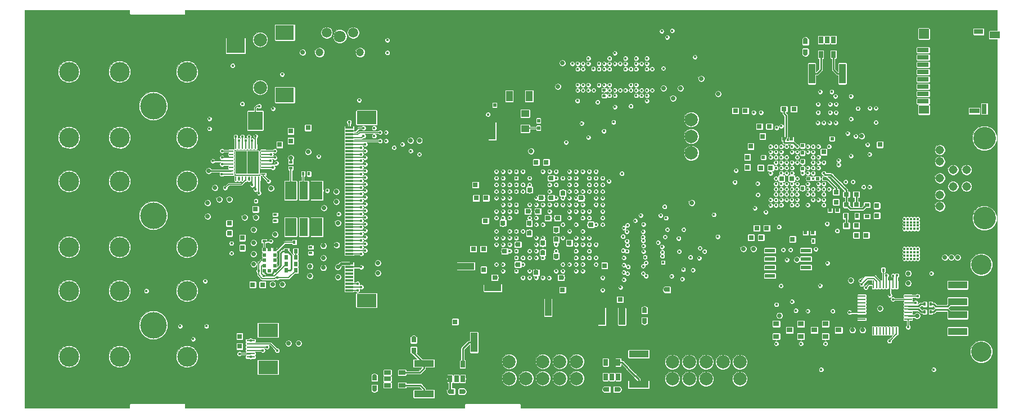
<source format=gbr>
G04 #@! TF.FileFunction,Copper,L8,Bot,Plane*
%FSLAX46Y46*%
G04 Gerber Fmt 4.6, Leading zero omitted, Abs format (unit mm)*
G04 Created by KiCad (PCBNEW 4.0.7-e2-6376~58~ubuntu16.04.1) date Tue Mar 20 12:56:02 2018*
%MOMM*%
%LPD*%
G01*
G04 APERTURE LIST*
%ADD10C,0.125000*%
%ADD11C,2.000000*%
%ADD12R,1.200000X1.100000*%
%ADD13C,1.200000*%
%ADD14C,1.500000*%
%ADD15C,1.800000*%
%ADD16R,0.500000X0.500000*%
%ADD17R,1.699260X2.700020*%
%ADD18R,1.300480X2.700020*%
%ADD19C,4.000000*%
%ADD20C,3.000000*%
%ADD21C,3.416000*%
%ADD22C,1.308000*%
%ADD23R,2.800000X2.200000*%
%ADD24R,2.200000X2.800000*%
%ADD25R,0.400000X0.600000*%
%ADD26R,0.600000X0.400000*%
%ADD27R,0.800000X0.750000*%
%ADD28R,0.750000X0.800000*%
%ADD29R,1.000000X2.500000*%
%ADD30R,0.500000X0.600000*%
%ADD31R,0.900000X0.800000*%
%ADD32R,3.000000X1.000000*%
%ADD33R,1.550000X0.600000*%
%ADD34R,0.600000X0.500000*%
%ADD35R,0.650000X1.060000*%
%ADD36R,1.060000X0.650000*%
%ADD37R,1.000000X3.000000*%
%ADD38R,0.600000X0.800000*%
%ADD39R,0.800000X0.600000*%
%ADD40R,2.500000X1.000000*%
%ADD41R,1.000000X1.600000*%
%ADD42R,0.700000X0.250000*%
%ADD43R,0.250000X0.700000*%
%ADD44R,1.725000X1.725000*%
%ADD45R,0.599440X0.718820*%
%ADD46R,2.880360X1.120140*%
%ADD47C,3.048000*%
%ADD48R,1.750000X0.700000*%
%ADD49R,1.500000X1.300000*%
%ADD50R,1.500000X1.500000*%
%ADD51R,1.500000X0.800000*%
%ADD52R,0.800000X1.500000*%
%ADD53R,1.550000X1.000000*%
%ADD54R,1.400000X0.800000*%
%ADD55R,1.250000X0.240000*%
%ADD56R,3.000000X2.000000*%
%ADD57R,1.143000X0.254000*%
%ADD58R,0.254000X1.143000*%
%ADD59R,1.250000X0.300000*%
%ADD60C,0.450000*%
%ADD61C,0.700000*%
%ADD62C,0.130000*%
%ADD63C,0.260000*%
%ADD64C,0.390000*%
%ADD65C,0.280000*%
%ADD66C,0.102000*%
G04 APERTURE END LIST*
D10*
D11*
X180470000Y-149540000D03*
X180470000Y-147000000D03*
X183010000Y-147000000D03*
X183010000Y-149540000D03*
X188090000Y-149540000D03*
X190630000Y-149540000D03*
X190630000Y-147000000D03*
X188090000Y-147000000D03*
X185550000Y-147000000D03*
X185550000Y-149540000D03*
D12*
X182870000Y-111900000D03*
X180330000Y-111900000D03*
X182870000Y-109600000D03*
X180330000Y-109600000D03*
D13*
X151950000Y-100400000D03*
X158050000Y-100400000D03*
D14*
X153000000Y-97450000D03*
D15*
X155000000Y-98000000D03*
D14*
X157000000Y-97450000D03*
D16*
X145200000Y-130130000D03*
X145200000Y-130930000D03*
X145200000Y-131730000D03*
X145200000Y-132530000D03*
X145200000Y-133330000D03*
X144400000Y-133330000D03*
X143600000Y-133330000D03*
X143600000Y-132530000D03*
X143600000Y-131730000D03*
X143600000Y-130930000D03*
X143600000Y-130130000D03*
X144400000Y-130130000D03*
D17*
X151529724Y-126715868D03*
D18*
X149553604Y-126715868D03*
D17*
X147577484Y-126715868D03*
X147577484Y-121214228D03*
D18*
X149553604Y-121214228D03*
D17*
X151529724Y-121214228D03*
D19*
X126900000Y-108500000D03*
D20*
X114200000Y-113250000D03*
X121820000Y-113250000D03*
X131980000Y-113250000D03*
X131980000Y-103340000D03*
X121820000Y-103340000D03*
X114200000Y-103340000D03*
D19*
X126905000Y-125000000D03*
D20*
X114205000Y-129750000D03*
X121825000Y-129750000D03*
X131985000Y-129750000D03*
X131985000Y-119840000D03*
X121825000Y-119840000D03*
X114205000Y-119840000D03*
D21*
X252050000Y-113330000D03*
X252050000Y-125370000D03*
D22*
X247340000Y-120600000D03*
X247340000Y-118100000D03*
X249340000Y-118100000D03*
X249340000Y-120600000D03*
X245340000Y-115100000D03*
X245340000Y-116850000D03*
X245340000Y-119350000D03*
X245340000Y-121850000D03*
X245340000Y-123600000D03*
D19*
X126900000Y-141500000D03*
D20*
X114200000Y-146250000D03*
X121820000Y-146250000D03*
X131980000Y-146250000D03*
X131980000Y-136340000D03*
X121820000Y-136340000D03*
X114200000Y-136340000D03*
D23*
X146700000Y-97400000D03*
X139300000Y-99400000D03*
X146700000Y-106800000D03*
D24*
X142250000Y-110700000D03*
D11*
X143000000Y-98500000D03*
X143000000Y-105700000D03*
D25*
X149050000Y-129000000D03*
X148150000Y-129000000D03*
X150350000Y-118700000D03*
X149450000Y-118700000D03*
D26*
X147600000Y-116950000D03*
X147600000Y-117850000D03*
D27*
X179800000Y-130350000D03*
X178300000Y-130350000D03*
D28*
X179550000Y-126100000D03*
X179550000Y-127600000D03*
D27*
X181800000Y-129350000D03*
X183300000Y-129350000D03*
X181800000Y-132350000D03*
X180300000Y-132350000D03*
D29*
X174950000Y-112250000D03*
X177950000Y-112250000D03*
D30*
X184900000Y-111800000D03*
X184900000Y-110700000D03*
X178300000Y-109450000D03*
X178300000Y-108350000D03*
D31*
X224400000Y-143200000D03*
X224400000Y-141300000D03*
X226400000Y-142250000D03*
D27*
X232750000Y-126500000D03*
X231250000Y-126500000D03*
D32*
X200000000Y-150450000D03*
X200000000Y-145850000D03*
D33*
X219750000Y-134070000D03*
X219750000Y-132800000D03*
X219750000Y-131530000D03*
X219750000Y-130260000D03*
X225150000Y-130260000D03*
X225150000Y-131530000D03*
X225150000Y-132800000D03*
X225150000Y-134070000D03*
D25*
X226250000Y-128800000D03*
X227150000Y-128800000D03*
D26*
X143600000Y-127950000D03*
X143600000Y-128850000D03*
D25*
X243950000Y-138350000D03*
X243050000Y-138350000D03*
X243950000Y-139500000D03*
X243050000Y-139500000D03*
D28*
X216850000Y-114550000D03*
X216850000Y-113050000D03*
D30*
X224650000Y-121950000D03*
X224650000Y-120850000D03*
D34*
X221850000Y-113450000D03*
X222950000Y-113450000D03*
D30*
X224650000Y-114450000D03*
X224650000Y-115550000D03*
D27*
X227850000Y-115400000D03*
X229350000Y-115400000D03*
X232750000Y-121800000D03*
X231250000Y-121800000D03*
D31*
X220700000Y-143200000D03*
X220700000Y-141300000D03*
X222700000Y-142250000D03*
D35*
X173486931Y-149596661D03*
X172536931Y-149596661D03*
X171586931Y-149596661D03*
X171586931Y-147396661D03*
X173486931Y-147396661D03*
X227400000Y-98500000D03*
X228350000Y-98500000D03*
X229300000Y-98500000D03*
X229300000Y-100700000D03*
X227400000Y-100700000D03*
X196899541Y-149299483D03*
X195949541Y-149299483D03*
X194999541Y-149299483D03*
X194999541Y-147099483D03*
X196899541Y-147099483D03*
D36*
X162150000Y-150550000D03*
X162150000Y-149600000D03*
X162150000Y-148650000D03*
X164350000Y-148650000D03*
X164350000Y-150550000D03*
D37*
X175186931Y-144096661D03*
X170586931Y-144096661D03*
X226050000Y-103600000D03*
X230650000Y-103600000D03*
D32*
X167650000Y-151850000D03*
X167650000Y-147250000D03*
D38*
X232850000Y-125050000D03*
X231150000Y-125050000D03*
D39*
X234350000Y-125100000D03*
X234350000Y-123400000D03*
D27*
X218400000Y-128300000D03*
X216900000Y-128300000D03*
D34*
X224500000Y-119400000D03*
X225600000Y-119400000D03*
D27*
X223000000Y-119400000D03*
X221500000Y-119400000D03*
D34*
X228000000Y-113400000D03*
X229100000Y-113400000D03*
D28*
X236300000Y-114300000D03*
X236300000Y-115800000D03*
D34*
X228800000Y-124200000D03*
X229900000Y-124200000D03*
D28*
X218650000Y-113050000D03*
X218650000Y-114550000D03*
D34*
X217650000Y-116200000D03*
X218750000Y-116200000D03*
D27*
X232750000Y-123350000D03*
X231250000Y-123350000D03*
X223350000Y-108950000D03*
X221850000Y-108950000D03*
D28*
X235850000Y-123500000D03*
X235850000Y-125000000D03*
D27*
X218350000Y-117800000D03*
X219850000Y-117800000D03*
X223150000Y-128550000D03*
X221650000Y-128550000D03*
D34*
X228000000Y-119400000D03*
X226900000Y-119400000D03*
D28*
X229700000Y-122950000D03*
X229700000Y-121450000D03*
X216350000Y-117700000D03*
X216350000Y-116200000D03*
D27*
X234250000Y-127950000D03*
X232750000Y-127950000D03*
X219650000Y-111550000D03*
X218150000Y-111550000D03*
D30*
X224650000Y-117950000D03*
X224650000Y-116850000D03*
D34*
X226200000Y-127600000D03*
X225100000Y-127600000D03*
D29*
X194450000Y-140200000D03*
X197450000Y-140200000D03*
D27*
X184800000Y-124350000D03*
X183300000Y-124350000D03*
X186300000Y-125350000D03*
X187800000Y-125350000D03*
D28*
X187550000Y-127100000D03*
X187550000Y-128600000D03*
X183500000Y-127650000D03*
X183500000Y-126150000D03*
X194850000Y-132550000D03*
X194850000Y-131050000D03*
D27*
X185300000Y-122300000D03*
X186800000Y-122300000D03*
X192800000Y-126350000D03*
X191300000Y-126350000D03*
D28*
X185550000Y-130600000D03*
X185550000Y-129100000D03*
D27*
X178300000Y-134350000D03*
X179800000Y-134350000D03*
D28*
X189550000Y-129100000D03*
X189550000Y-130600000D03*
X184550000Y-133600000D03*
X184550000Y-132100000D03*
D27*
X188300000Y-134350000D03*
X189800000Y-134350000D03*
D28*
X187550000Y-131100000D03*
X187550000Y-132600000D03*
D40*
X178000000Y-138900000D03*
X178000000Y-135900000D03*
D29*
X189350000Y-138850000D03*
X186350000Y-138850000D03*
D27*
X219250000Y-126900000D03*
X217750000Y-126900000D03*
X216050000Y-109200000D03*
X214550000Y-109200000D03*
D40*
X173950000Y-135600000D03*
X173950000Y-132600000D03*
D28*
X145900000Y-114300000D03*
X145900000Y-112800000D03*
X138350000Y-127650000D03*
X138350000Y-126150000D03*
X140300000Y-129850000D03*
X140300000Y-128350000D03*
D27*
X140776406Y-124027566D03*
X142276406Y-124027566D03*
D41*
X183500000Y-107000000D03*
X180500000Y-107000000D03*
D42*
X143450000Y-115250000D03*
X143450000Y-115750000D03*
X143450000Y-116250000D03*
X143450000Y-116750000D03*
X143450000Y-117250000D03*
X143450000Y-117750000D03*
X143450000Y-118250000D03*
X143450000Y-118750000D03*
D43*
X142800000Y-119400000D03*
X142300000Y-119400000D03*
X141800000Y-119400000D03*
X141300000Y-119400000D03*
X140800000Y-119400000D03*
X140300000Y-119400000D03*
X139800000Y-119400000D03*
X139300000Y-119400000D03*
D42*
X138650000Y-118750000D03*
X138650000Y-118250000D03*
X138650000Y-117750000D03*
X138650000Y-117250000D03*
X138650000Y-116750000D03*
X138650000Y-116250000D03*
X138650000Y-115750000D03*
X138650000Y-115250000D03*
D43*
X139300000Y-114600000D03*
X139800000Y-114600000D03*
X140300000Y-114600000D03*
X140800000Y-114600000D03*
X141300000Y-114600000D03*
X141800000Y-114600000D03*
X142300000Y-114600000D03*
X142800000Y-114600000D03*
D44*
X140187500Y-117862500D03*
X140187500Y-116137500D03*
X141912500Y-117862500D03*
X141912500Y-116137500D03*
D28*
X139900000Y-143200000D03*
X139900000Y-144700000D03*
D25*
X236800000Y-133200000D03*
X235900000Y-133200000D03*
D31*
X228100000Y-143200000D03*
X228100000Y-141300000D03*
X230100000Y-142250000D03*
D26*
X150600000Y-129750000D03*
X150600000Y-130650000D03*
X145250000Y-125750000D03*
X145250000Y-124850000D03*
D45*
X148348500Y-133232880D03*
X148348500Y-132262600D03*
X148348500Y-131297400D03*
X148348500Y-130327120D03*
X146951500Y-130327120D03*
X146951500Y-131297400D03*
X146951500Y-132262600D03*
X146951500Y-133232880D03*
D27*
X186800000Y-119350000D03*
X185300000Y-119350000D03*
D28*
X183550000Y-121100000D03*
X183550000Y-122600000D03*
D27*
X191300000Y-122350000D03*
X192800000Y-122350000D03*
D28*
X188550000Y-121600000D03*
X188550000Y-120100000D03*
D26*
X194800000Y-106950000D03*
X194800000Y-106050000D03*
D46*
X248009820Y-135449880D03*
X248009820Y-137949240D03*
X248009820Y-139950760D03*
X248009820Y-142450120D03*
D47*
X251591220Y-132379020D03*
X251591220Y-145520980D03*
D11*
X215230000Y-147060000D03*
X215230000Y-149600000D03*
X212690000Y-149600000D03*
X212690000Y-147060000D03*
X207610000Y-147060000D03*
X205070000Y-147060000D03*
X205070000Y-149600000D03*
X207610000Y-149600000D03*
X210150000Y-149600000D03*
X210150000Y-147060000D03*
X207900000Y-110510000D03*
X207900000Y-113050000D03*
X207900000Y-115550000D03*
D48*
X242800000Y-100050000D03*
X242800000Y-101150000D03*
X242800000Y-102250000D03*
X242800000Y-103350000D03*
X242800000Y-104450000D03*
X242800000Y-105550000D03*
X242800000Y-106650000D03*
X242800000Y-107750000D03*
D49*
X242925000Y-109050000D03*
D50*
X242925000Y-97600000D03*
D51*
X250525000Y-109225000D03*
D52*
X252025000Y-108900000D03*
D53*
X253600000Y-97750000D03*
D54*
X251175000Y-97275000D03*
D27*
X204300000Y-136150000D03*
X205800000Y-136150000D03*
X188500000Y-136200000D03*
X190000000Y-136200000D03*
D28*
X176650000Y-133150000D03*
X176650000Y-131650000D03*
D27*
X197200000Y-137650000D03*
X195700000Y-137650000D03*
X186050000Y-116950000D03*
X184550000Y-116950000D03*
X175500000Y-122350000D03*
X177000000Y-122350000D03*
X175100000Y-130000000D03*
X176600000Y-130000000D03*
X176900000Y-125800000D03*
X175400000Y-125800000D03*
X175400000Y-120350000D03*
X176900000Y-120350000D03*
D28*
X150200000Y-111750000D03*
X150200000Y-110250000D03*
X147600000Y-113750000D03*
X147600000Y-112250000D03*
X160200000Y-149450000D03*
X160200000Y-150950000D03*
X225100000Y-98800000D03*
X225100000Y-100300000D03*
X166100000Y-143750000D03*
X166100000Y-145250000D03*
D27*
X196700000Y-151200000D03*
X195200000Y-151200000D03*
X173336931Y-151496661D03*
X171836931Y-151496661D03*
D28*
X200850000Y-140800000D03*
X200850000Y-139300000D03*
D27*
X172336931Y-140996661D03*
X170836931Y-140996661D03*
X141850000Y-135400000D03*
X143350000Y-135400000D03*
D55*
X141550000Y-145300000D03*
X141550000Y-143800000D03*
X141550000Y-144300000D03*
X141550000Y-144800000D03*
X141550000Y-145800000D03*
X141550000Y-146300000D03*
D56*
X144175000Y-142260000D03*
X144175000Y-147840000D03*
D57*
X233553822Y-140610880D03*
X233553822Y-140110880D03*
X233553822Y-139610880D03*
X233553822Y-139110880D03*
X233553822Y-138610880D03*
X233553822Y-138110880D03*
X233553822Y-137610880D03*
X233553822Y-137110880D03*
D58*
X235303822Y-135360880D03*
X235803822Y-135360880D03*
X236303822Y-135360880D03*
X236803822Y-135360880D03*
X237303822Y-135360880D03*
X237803822Y-135360880D03*
X238303822Y-135360880D03*
X238803822Y-135360880D03*
D57*
X240553822Y-137110880D03*
X240553822Y-137610880D03*
X240553822Y-138110880D03*
X240553822Y-138610880D03*
X240553822Y-139110880D03*
X240553822Y-139610880D03*
X240553822Y-140110880D03*
X240553822Y-140610880D03*
D58*
X238803822Y-142360880D03*
X238303822Y-142360880D03*
X237803822Y-142360880D03*
X237303822Y-142360880D03*
X236803822Y-142360880D03*
X236303822Y-142360880D03*
X235803822Y-142360880D03*
X235303822Y-142360880D03*
D59*
X156400000Y-124250000D03*
X156400000Y-124750000D03*
X156400000Y-125250000D03*
X156400000Y-125750000D03*
X156400000Y-126250000D03*
X156400000Y-126750000D03*
X156400000Y-127250000D03*
X156400000Y-127750000D03*
X156400000Y-128250000D03*
X156400000Y-128750000D03*
X156400000Y-129250000D03*
X156400000Y-129750000D03*
X156400000Y-130250000D03*
X156400000Y-130750000D03*
X156400000Y-131250000D03*
X156400000Y-131750000D03*
X156400000Y-132250000D03*
X156400000Y-132750000D03*
X156400000Y-133250000D03*
X156400000Y-133750000D03*
X156400000Y-134250000D03*
X156400000Y-134750000D03*
X156400000Y-135250000D03*
X156400000Y-135750000D03*
X156400000Y-136250000D03*
X156400000Y-113250000D03*
X156400000Y-111750000D03*
X156400000Y-112250000D03*
X156400000Y-112750000D03*
X156400000Y-113750000D03*
X156400000Y-115750000D03*
X156400000Y-114250000D03*
X156400000Y-114750000D03*
X156400000Y-115250000D03*
X156400000Y-116250000D03*
X156400000Y-118250000D03*
X156400000Y-116750000D03*
X156400000Y-117250000D03*
X156400000Y-117750000D03*
X156400000Y-118750000D03*
X156400000Y-120750000D03*
X156400000Y-119250000D03*
X156400000Y-119750000D03*
X156400000Y-120250000D03*
X156400000Y-121250000D03*
X156400000Y-123250000D03*
X156400000Y-121750000D03*
X156400000Y-122250000D03*
X156400000Y-122750000D03*
X156400000Y-123750000D03*
D56*
X159025000Y-110210000D03*
X159025000Y-137790000D03*
D60*
X184550000Y-132350000D03*
X189600000Y-134350000D03*
X183550000Y-129350000D03*
D61*
X154500000Y-130900000D03*
X150200000Y-113900000D03*
X150200000Y-110250000D03*
X209400000Y-102850000D03*
X137272680Y-130017552D03*
X132000000Y-117250000D03*
X182275000Y-115250000D03*
X187825000Y-107050000D03*
D60*
X232269117Y-140080883D03*
X228000000Y-113400000D03*
X143850000Y-127350000D03*
X149050000Y-129000000D03*
X221650000Y-128550000D03*
X228550000Y-130450000D03*
X227150000Y-128800000D03*
X227300000Y-132150000D03*
X227300000Y-134050000D03*
D61*
X174950000Y-112250000D03*
D60*
X176900000Y-120350000D03*
X178300000Y-109450000D03*
X229350000Y-115400000D03*
X217650000Y-116200000D03*
D61*
X236300000Y-115800000D03*
X218650000Y-114550000D03*
X216850000Y-113050000D03*
X231900000Y-136250000D03*
X237800000Y-139000000D03*
X206050000Y-136150000D03*
D60*
X224650000Y-119400000D03*
X224650000Y-121800000D03*
D61*
X145900000Y-112800000D03*
X210000000Y-113950000D03*
X211950000Y-109650000D03*
X206000000Y-123050000D03*
X203650000Y-107300000D03*
X188500000Y-100500000D03*
X203700000Y-101300000D03*
X206300000Y-101300000D03*
X154700000Y-127600000D03*
D60*
X194850000Y-131300000D03*
X191550000Y-126350000D03*
X185550000Y-119350000D03*
X183550000Y-122350000D03*
X179550000Y-134350000D03*
X164400000Y-113350000D03*
X163150000Y-113850000D03*
X180330000Y-109600000D03*
X180330000Y-111900000D03*
X225150000Y-134070000D03*
X150250000Y-97450000D03*
X236400000Y-112800000D03*
X235900000Y-133200000D03*
X140776406Y-124027566D03*
X142800000Y-113650000D03*
X144500000Y-118250000D03*
X225450000Y-116200000D03*
X227850000Y-114600000D03*
X185550000Y-124350000D03*
X191550000Y-130350000D03*
X184550000Y-121350000D03*
X179550000Y-127350000D03*
X188562505Y-129341249D03*
X189550000Y-130350000D03*
X188550000Y-131350000D03*
X192550000Y-133350000D03*
X188550000Y-130350000D03*
X219850000Y-121800000D03*
X188550000Y-127350000D03*
X227050000Y-123400000D03*
X188550000Y-124350000D03*
X192550000Y-122350000D03*
X191550000Y-119350000D03*
X200400000Y-107700000D03*
X197200000Y-105300000D03*
X201992010Y-108055492D03*
X190562505Y-127341249D03*
X194550000Y-129350000D03*
X195600000Y-107700000D03*
X190800000Y-101300000D03*
X196400000Y-107700000D03*
X200400000Y-105300000D03*
X196400000Y-101300000D03*
X200400000Y-101300000D03*
X193550000Y-125350000D03*
X202000000Y-101300000D03*
X183550000Y-118350000D03*
X194550000Y-118350000D03*
X197200000Y-102900000D03*
X178550000Y-123350000D03*
X192407990Y-107760617D03*
X188550000Y-120350000D03*
X189562505Y-128341249D03*
X194800000Y-101300000D03*
X180550000Y-119350000D03*
X198807990Y-107729241D03*
X181550000Y-122350000D03*
X200400000Y-102900000D03*
X198800000Y-101300000D03*
X222250000Y-123400000D03*
D61*
X176600000Y-130000000D03*
X177000000Y-122350000D03*
D60*
X184550000Y-116950000D03*
D61*
X194450000Y-140200000D03*
X200850000Y-139050000D03*
X200000000Y-145850000D03*
X194999541Y-147099483D03*
D60*
X183500000Y-107000000D03*
X185550000Y-129350000D03*
X183550000Y-126350000D03*
X184550000Y-123350000D03*
X183550000Y-124350000D03*
X189550000Y-123350000D03*
X187550000Y-125350000D03*
X188550000Y-122350000D03*
X187550000Y-123350000D03*
X187550000Y-128350000D03*
X186550000Y-122350000D03*
D61*
X147250000Y-144250000D03*
X147600000Y-112250000D03*
X138350000Y-127650000D03*
X140300000Y-128350000D03*
X160700000Y-132150000D03*
X150500000Y-132600000D03*
X143350000Y-135400000D03*
D60*
X229650000Y-111000000D03*
X235700000Y-108800000D03*
X229700000Y-108200000D03*
X231950000Y-107000000D03*
X229600000Y-107000000D03*
D61*
X139900000Y-144700000D03*
X152500000Y-131375000D03*
X154700000Y-132750000D03*
D60*
X132900000Y-143600000D03*
D61*
X240600000Y-135200000D03*
X241900000Y-140100000D03*
X233700000Y-142250000D03*
X221150000Y-140050000D03*
X135250000Y-118250000D03*
X146350000Y-135350000D03*
X221850000Y-108950000D03*
X135100000Y-123100000D03*
X138350000Y-122550000D03*
X142000000Y-130800000D03*
X142000000Y-127100000D03*
D60*
X146951500Y-133232880D03*
D61*
X242800000Y-103350000D03*
X166100000Y-145500000D03*
D60*
X141550000Y-146300000D03*
X140300000Y-108150000D03*
X161950000Y-113750000D03*
X161950000Y-112450000D03*
X160150000Y-113000000D03*
X160150000Y-111800000D03*
X137250000Y-115250000D03*
X139300000Y-113100000D03*
X223850000Y-114600000D03*
X220750000Y-111750000D03*
X221450000Y-114600000D03*
X130925000Y-141650000D03*
X135350000Y-111900000D03*
X157900000Y-107600000D03*
X223050000Y-117800000D03*
X204275000Y-98114021D03*
X138672680Y-130667552D03*
X222250000Y-118600000D03*
X221450000Y-116200000D03*
X144925000Y-108875000D03*
X208450000Y-101100000D03*
D61*
X154450000Y-122900000D03*
X223800000Y-131650000D03*
D60*
X225450000Y-123400000D03*
X223650000Y-139325000D03*
D61*
X194950000Y-151200000D03*
D60*
X150350000Y-118700000D03*
D61*
X147600000Y-116300000D03*
X149400000Y-100400000D03*
D60*
X153103604Y-121215048D03*
D61*
X248000000Y-131300000D03*
X229300000Y-98500000D03*
X227400000Y-98500000D03*
X225100000Y-100550000D03*
X196899541Y-149299483D03*
X194999541Y-149299483D03*
X171586931Y-151496661D03*
X160200000Y-151200000D03*
X171586931Y-149596661D03*
X173486931Y-149596661D03*
X162150000Y-150550000D03*
X162150000Y-148650000D03*
D60*
X244050000Y-133700000D03*
X225450000Y-139375000D03*
X229200000Y-139375000D03*
D61*
X215750000Y-130000000D03*
D60*
X224650000Y-117800000D03*
X224650000Y-114450000D03*
X222850000Y-130150000D03*
X221450000Y-119400000D03*
X219850000Y-117800000D03*
X222250000Y-114600000D03*
X220650000Y-119400000D03*
D61*
X214550000Y-109200000D03*
D60*
X231450000Y-112600000D03*
X217300000Y-109450000D03*
X216350000Y-116200000D03*
X228800000Y-124200000D03*
D61*
X217750000Y-126900000D03*
X216900000Y-128300000D03*
X235850000Y-125000000D03*
X218150000Y-111550000D03*
X232750000Y-127950000D03*
X230650000Y-103600000D03*
D60*
X221450000Y-123400000D03*
X223850000Y-123400000D03*
X225450000Y-121800000D03*
X227850000Y-122600000D03*
X234350000Y-125100000D03*
X232850000Y-125050000D03*
X226250000Y-117000000D03*
D61*
X233575000Y-113025000D03*
D60*
X227850000Y-119400000D03*
X145200000Y-116250000D03*
X184550000Y-134350000D03*
X144650000Y-115750000D03*
X183550000Y-133350000D03*
X145423434Y-117069047D03*
X185550000Y-134350000D03*
X144550000Y-116750000D03*
X186500000Y-134400000D03*
X144250000Y-119800000D03*
X226650000Y-130030000D03*
X143578410Y-134109012D03*
X144030000Y-144800000D03*
X225150000Y-131530000D03*
X226250000Y-121800000D03*
X142740000Y-133350000D03*
X142800000Y-121600000D03*
X226250000Y-128800000D03*
X145600000Y-134370000D03*
X145560000Y-145320000D03*
X225150000Y-130260000D03*
X226250000Y-122600000D03*
X238300000Y-134050000D03*
X227050000Y-116200000D03*
X237300000Y-134000000D03*
X226250000Y-117800000D03*
X238849273Y-133995073D03*
X226250000Y-118600000D03*
X242000000Y-137125000D03*
X225450000Y-114600000D03*
X237800000Y-137000000D03*
X225450000Y-117800000D03*
X238250000Y-137600000D03*
X223062331Y-137942055D03*
X221400000Y-135575000D03*
X225450000Y-118600000D03*
X151800000Y-116075000D03*
X144600000Y-128850000D03*
X203450000Y-97200000D03*
X227050000Y-117000000D03*
X223850000Y-120200000D03*
X197618452Y-128147437D03*
X223807990Y-121000000D03*
X200700000Y-130392010D03*
X223807990Y-121800000D03*
X199450000Y-125750000D03*
X223842010Y-122592291D03*
X200700000Y-126300000D03*
X197650000Y-130250000D03*
X223050000Y-118600000D03*
X206000000Y-128430988D03*
X214480988Y-119950000D03*
X223050000Y-120200000D03*
X197250000Y-135807990D03*
X223050000Y-121000000D03*
X200667794Y-128757990D03*
X211300000Y-124850000D03*
X223050000Y-121800000D03*
X223023979Y-122600000D03*
X221100000Y-126700000D03*
X197750000Y-126850000D03*
X203292354Y-124965980D03*
X214650000Y-118200000D03*
X222250000Y-117800000D03*
X217879473Y-120157173D03*
X222250000Y-120200000D03*
X200650000Y-132600000D03*
X217477193Y-123877193D03*
X208150000Y-133200000D03*
X222250000Y-121000000D03*
X200650000Y-133700000D03*
X211872821Y-128167754D03*
X222250000Y-121800000D03*
X203950000Y-128200000D03*
X204082408Y-125357990D03*
X222250000Y-122600000D03*
X200642001Y-127407990D03*
X206750000Y-127100000D03*
X221450000Y-117800000D03*
X203500000Y-129700000D03*
X221450000Y-118600000D03*
X207777193Y-131277194D03*
X217947329Y-121857058D03*
X203550000Y-131100000D03*
X221450000Y-120200000D03*
X221450000Y-121000000D03*
X194550000Y-136200000D03*
X209197806Y-129897807D03*
X198300000Y-129450000D03*
X221450000Y-121800000D03*
X209900000Y-130400000D03*
X221450000Y-122600000D03*
X206100000Y-130400000D03*
X188550000Y-126350000D03*
X220650000Y-117800000D03*
X220650000Y-120200000D03*
X203650000Y-132050000D03*
X220650000Y-121000000D03*
X197750000Y-134650000D03*
X219118633Y-124457990D03*
X206550000Y-134550000D03*
X220650000Y-121800000D03*
X197750000Y-133550000D03*
X220650000Y-122642010D03*
X206700000Y-133100000D03*
X197750000Y-132450000D03*
X220650000Y-123426021D03*
X209100000Y-131400000D03*
X197750000Y-131350000D03*
X204927193Y-134127193D03*
X219850000Y-122642010D03*
X188550000Y-128350000D03*
X203900000Y-123650000D03*
X226250000Y-115400000D03*
X182870000Y-111900000D03*
X190550000Y-122350000D03*
X227050000Y-114600000D03*
X187550000Y-129350000D03*
X184550000Y-129350000D03*
X185550000Y-131350000D03*
X184550000Y-131350000D03*
X184550000Y-130350000D03*
X220745614Y-138400000D03*
X223850000Y-119400000D03*
X227050000Y-122600000D03*
X225450000Y-120200000D03*
X227850000Y-123400000D03*
X225450000Y-121000000D03*
X177300000Y-109750000D03*
X162150000Y-100450000D03*
X182550000Y-127350000D03*
X188550000Y-133350000D03*
X200300000Y-124942010D03*
X190550000Y-128350000D03*
X203549041Y-130492010D03*
X190550000Y-130350000D03*
X198212530Y-130355012D03*
X192550000Y-130350000D03*
X198293899Y-126429314D03*
X191550000Y-127350000D03*
X190550000Y-129350000D03*
X204300000Y-127100000D03*
X201100000Y-134100000D03*
X193550000Y-132350000D03*
X200620804Y-128198656D03*
X191550000Y-129350000D03*
X198192307Y-127407990D03*
X191550000Y-128350000D03*
X198209302Y-128843799D03*
X192550000Y-129350000D03*
X202900000Y-129050000D03*
X190550000Y-131350000D03*
X186550000Y-123350000D03*
X200703100Y-129557990D03*
X192550000Y-131350000D03*
X200940885Y-131257990D03*
X191550000Y-131350000D03*
X198273998Y-133723617D03*
X188550000Y-132350000D03*
X198389188Y-132715199D03*
X191550000Y-132350000D03*
X201092717Y-132091943D03*
X189550000Y-132350000D03*
X226200000Y-127600000D03*
X226242010Y-119410000D03*
X228360000Y-126210000D03*
X227050000Y-120200000D03*
X232675000Y-113025000D03*
X227050000Y-117800000D03*
X233850000Y-120675000D03*
X227050000Y-121000000D03*
X227850000Y-118600000D03*
X231150000Y-125050000D03*
X231150000Y-119900000D03*
X230070000Y-116675000D03*
X230070000Y-117325000D03*
D61*
X147600000Y-113750000D03*
D60*
X240000000Y-127000000D03*
X240000000Y-126500000D03*
X240000000Y-126000000D03*
X240000000Y-125500000D03*
X240500000Y-125500000D03*
X240500000Y-126000000D03*
X241000000Y-126500000D03*
X240500000Y-126500000D03*
X240500000Y-127000000D03*
X241000000Y-127000000D03*
X241500000Y-127000000D03*
X242000000Y-127000000D03*
X242000000Y-126500000D03*
X242000000Y-126000000D03*
X242000000Y-125500000D03*
X241500000Y-125500000D03*
X241000000Y-125500000D03*
X241000000Y-126000000D03*
X241500000Y-126000000D03*
X241500000Y-126500000D03*
D61*
X136200000Y-120800000D03*
X135100000Y-125100000D03*
X136850000Y-122550000D03*
X138350000Y-126150000D03*
X144600000Y-120900000D03*
X140650000Y-125260000D03*
X142350000Y-125260000D03*
X142000000Y-129100000D03*
X140300000Y-129850000D03*
D60*
X146700000Y-97400000D03*
X134900000Y-141650000D03*
X137200000Y-118750000D03*
X135850000Y-116750000D03*
X139800000Y-113650000D03*
X223050000Y-117000000D03*
X222250000Y-117000000D03*
X142850000Y-108500000D03*
D61*
X226050000Y-103600000D03*
X176650000Y-133150000D03*
X175100000Y-130000000D03*
X175500000Y-122350000D03*
X176900000Y-125800000D03*
X188500000Y-136200000D03*
X197200000Y-137650000D03*
X172336931Y-140996661D03*
X148750000Y-144250000D03*
X154500000Y-129400000D03*
X154450000Y-121400000D03*
X150200000Y-115400000D03*
X150200000Y-111750000D03*
X209400000Y-104350000D03*
D60*
X186025000Y-116950000D03*
D61*
X183775000Y-115250000D03*
X187825000Y-105550000D03*
X217250000Y-130000000D03*
X160700000Y-133650000D03*
X150500000Y-134100000D03*
X141850000Y-135400000D03*
D60*
X250525000Y-109225000D03*
X156400000Y-110900000D03*
X158200000Y-132750000D03*
X158200000Y-135750000D03*
X157650000Y-136250000D03*
X157650000Y-135250000D03*
X229700000Y-109450000D03*
X222300000Y-131650000D03*
X225100000Y-127600000D03*
X231712008Y-139572981D03*
X216350000Y-117792010D03*
X224650000Y-117000000D03*
X224650000Y-115400000D03*
X221750000Y-130150000D03*
X223050000Y-119400000D03*
X218350000Y-117800000D03*
X229100000Y-113400000D03*
D61*
X216050000Y-109200000D03*
X196950000Y-151200000D03*
X141912500Y-117862500D03*
X140187500Y-117862500D03*
X141912500Y-116137500D03*
X140187500Y-116137500D03*
X240600000Y-133700000D03*
X232200000Y-142250000D03*
D60*
X242000000Y-131500000D03*
X241500000Y-131500000D03*
X241000000Y-131500000D03*
X240500000Y-131500000D03*
X240000000Y-131500000D03*
X240000000Y-131000000D03*
X240000000Y-130500000D03*
X240000000Y-130000000D03*
X242000000Y-131000000D03*
X242000000Y-130500000D03*
X241000000Y-130000000D03*
X242000000Y-130000000D03*
X241000000Y-130500000D03*
X240500000Y-130000000D03*
X240500000Y-130500000D03*
X240500000Y-131000000D03*
X241000000Y-131000000D03*
X241500000Y-131000000D03*
X241500000Y-130500000D03*
X241500000Y-130000000D03*
X222950000Y-113450000D03*
D61*
X139900000Y-143200000D03*
X144850000Y-135350000D03*
D60*
X223150000Y-128550000D03*
X218400000Y-109450000D03*
X228400000Y-132150000D03*
X227300000Y-135550000D03*
D61*
X177950000Y-112250000D03*
D60*
X175400000Y-120350000D03*
X184900000Y-110700000D03*
X178300000Y-108350000D03*
X229900000Y-124200000D03*
X218750000Y-116200000D03*
D61*
X219250000Y-126900000D03*
X218400000Y-128300000D03*
X235850000Y-123500000D03*
X223350000Y-108950000D03*
X236300000Y-114300000D03*
X219650000Y-111550000D03*
X216850000Y-114550000D03*
X218650000Y-113050000D03*
X234250000Y-127950000D03*
X246100000Y-131300000D03*
X247050000Y-131300000D03*
X248009820Y-142450120D03*
X231900000Y-134750000D03*
X236300000Y-139000000D03*
X186350000Y-138850000D03*
X173950000Y-132600000D03*
X178000000Y-135900000D03*
X204050000Y-136150000D03*
D60*
X224650000Y-121000000D03*
D61*
X229700000Y-122950000D03*
X142000000Y-132300000D03*
X145900000Y-114300000D03*
D60*
X146951500Y-131297400D03*
X144400000Y-133330000D03*
X144400000Y-130130000D03*
X145200000Y-130930000D03*
X145200000Y-131730000D03*
X145200000Y-132530000D03*
D61*
X152600000Y-123850000D03*
X152500000Y-129550000D03*
X145250000Y-127850000D03*
X242925000Y-109050000D03*
X242800000Y-105550000D03*
X228350000Y-98500000D03*
X225100000Y-98550000D03*
X211950000Y-106650000D03*
X208000000Y-123050000D03*
X205150000Y-107300000D03*
X188500000Y-102000000D03*
X206300000Y-105800000D03*
X203700000Y-105800000D03*
D60*
X188550000Y-121350000D03*
D61*
X152500000Y-132850000D03*
X154700000Y-134250000D03*
X154700000Y-126100000D03*
X197450000Y-140200000D03*
X200850000Y-141050000D03*
X195949541Y-149299483D03*
D60*
X180500000Y-107000000D03*
X194850000Y-132350000D03*
X192550000Y-126350000D03*
X185550000Y-122350000D03*
X186550000Y-119350000D03*
X183550000Y-121350000D03*
X191550000Y-122350000D03*
X179550000Y-126350000D03*
X193550000Y-129350000D03*
X188550000Y-134350000D03*
X183550000Y-127350000D03*
D61*
X166950000Y-113700000D03*
X165650000Y-113700000D03*
X166100000Y-143500000D03*
X173586931Y-151496661D03*
X160200000Y-149200000D03*
X172536931Y-149596661D03*
X162150000Y-149600000D03*
D60*
X227450000Y-148200000D03*
X244400000Y-148200000D03*
X144907990Y-117750000D03*
X182870000Y-109600000D03*
X219750000Y-130260000D03*
X141550000Y-143800000D03*
X224400000Y-141300000D03*
X220700000Y-141300000D03*
X234750000Y-120675000D03*
X219850000Y-123426021D03*
X162150000Y-98550000D03*
X234750000Y-115750000D03*
X232750000Y-126500000D03*
X232750000Y-123350000D03*
X232250000Y-119900000D03*
X234450000Y-114300000D03*
X231950000Y-116000000D03*
X229890000Y-127300000D03*
X241690000Y-138110000D03*
X219850000Y-118617010D03*
X227050000Y-119400000D03*
X228100000Y-141300000D03*
X251175000Y-97275000D03*
X252025000Y-108900000D03*
X185550000Y-130350000D03*
X187550000Y-131350000D03*
X183550000Y-134350000D03*
X181550000Y-133350000D03*
X182550000Y-131350000D03*
X179550000Y-132350000D03*
X135350000Y-110400000D03*
X179550000Y-121350000D03*
X192400000Y-101300000D03*
X182550000Y-120350000D03*
X198000000Y-102100000D03*
X142276406Y-124027566D03*
X195600000Y-102900000D03*
X195600000Y-106900000D03*
X198000000Y-102900000D03*
X201200000Y-102900000D03*
X202000000Y-102900000D03*
X178550000Y-118350000D03*
X225450000Y-119400000D03*
X179550000Y-133350000D03*
X201200000Y-102100000D03*
X181550000Y-131350000D03*
X185550000Y-123350000D03*
X195600000Y-106100000D03*
X190772807Y-107672807D03*
X194550000Y-134350000D03*
X219850000Y-115400000D03*
X194550000Y-123350000D03*
X185550000Y-128350000D03*
X200400000Y-106100000D03*
X187550000Y-122350000D03*
X178550000Y-132350000D03*
X189562505Y-129341249D03*
X188550000Y-123350000D03*
X189550000Y-118350000D03*
X138672680Y-129167552D03*
X190550000Y-121350000D03*
X189550000Y-124350000D03*
X183550000Y-123350000D03*
X183550000Y-131350000D03*
X190550000Y-124350000D03*
X180550000Y-124350000D03*
X184550000Y-125350000D03*
X186550000Y-125350000D03*
X192550000Y-128350000D03*
X183550000Y-125350000D03*
X184550000Y-128350000D03*
X220650000Y-116200000D03*
X193200000Y-106100000D03*
X181550000Y-129350000D03*
X179550000Y-130350000D03*
X184550000Y-126350000D03*
X187550000Y-127350000D03*
X190550000Y-132350000D03*
X186550000Y-124350000D03*
X228650000Y-121000000D03*
X189562505Y-127341249D03*
X185550000Y-126350000D03*
X227850000Y-121000000D03*
X198800000Y-102900000D03*
X227850000Y-115400000D03*
X184550000Y-122350000D03*
X199600000Y-106100000D03*
X193550000Y-131350000D03*
X227850000Y-117000000D03*
X181550000Y-128350000D03*
X187550000Y-133350000D03*
X227850000Y-120200000D03*
D61*
X242925000Y-97450000D03*
D60*
X181550000Y-130350000D03*
X178550000Y-129350000D03*
X195600000Y-102100000D03*
X199600000Y-102100000D03*
X180550000Y-130350000D03*
X223050000Y-114600000D03*
X228650000Y-114600000D03*
X219823978Y-114600000D03*
X223050000Y-123400000D03*
X178550000Y-134350000D03*
X181550000Y-132350000D03*
X226250000Y-121000000D03*
X220650000Y-117000000D03*
X184550000Y-133350000D03*
X183550000Y-130350000D03*
X182550000Y-132350000D03*
X227850000Y-121800000D03*
X193550000Y-120350000D03*
X202000000Y-106100000D03*
X187550000Y-130350000D03*
X198800000Y-105300000D03*
X197200000Y-106100000D03*
X225450000Y-115400000D03*
X184550000Y-124350000D03*
X219850000Y-116200000D03*
X237750000Y-143900000D03*
X240550000Y-141800000D03*
X226350000Y-142250000D03*
X222750000Y-142200000D03*
X224400000Y-143400000D03*
X220700000Y-143400000D03*
X233575000Y-135350000D03*
X224400000Y-144300000D03*
X220700000Y-144300000D03*
X233375000Y-134800000D03*
X150600000Y-130650000D03*
X180550000Y-129350000D03*
X154800000Y-124750000D03*
X179550000Y-129350000D03*
X179550000Y-128350000D03*
X145250000Y-124850000D03*
X140800000Y-113650000D03*
X142300000Y-113025000D03*
X205025000Y-97125000D03*
X226250000Y-116200000D03*
X141300000Y-113100000D03*
X142350000Y-122800000D03*
X139800000Y-119400000D03*
X151550000Y-127550000D03*
X149553604Y-126715868D03*
X147250000Y-126900000D03*
X152203604Y-121215048D03*
X141800000Y-113650000D03*
X140300000Y-113100000D03*
X138850000Y-102400000D03*
X137250000Y-116250000D03*
X139300000Y-99400000D03*
X146300000Y-103700000D03*
X137250000Y-117250000D03*
X146700000Y-106800000D03*
X143400000Y-145300000D03*
X222250000Y-116200000D03*
X221456055Y-111505769D03*
X139875000Y-145825000D03*
X223850000Y-115400000D03*
X158800000Y-124250000D03*
X181550000Y-123350000D03*
X158200000Y-124750000D03*
X179550000Y-123350000D03*
X158800000Y-125250000D03*
X180550000Y-123350000D03*
X158200000Y-125750000D03*
X181550000Y-124350000D03*
X158800000Y-126250000D03*
X178550000Y-124350000D03*
X158200000Y-126750000D03*
X179550000Y-124350000D03*
X178550000Y-125350000D03*
X158800000Y-127250000D03*
X158200000Y-128750000D03*
X181550000Y-127350000D03*
X158800000Y-129250000D03*
X178550000Y-127350000D03*
X158200000Y-129750000D03*
X180550000Y-127350000D03*
X158800000Y-130250000D03*
X180550000Y-128350000D03*
X158550000Y-113000000D03*
X158550000Y-111800000D03*
X161050000Y-112450000D03*
X161050000Y-113750000D03*
X158800000Y-116250000D03*
X181550000Y-119350000D03*
X158800000Y-118250000D03*
X178550000Y-119350000D03*
X158200000Y-116750000D03*
X180550000Y-118350000D03*
X158800000Y-117250000D03*
X179550000Y-118350000D03*
X158200000Y-117750000D03*
X179550000Y-119350000D03*
X158200000Y-118750000D03*
X180550000Y-120350000D03*
X158200000Y-120750000D03*
X182550000Y-121350000D03*
X158800000Y-119250000D03*
X178550000Y-120350000D03*
X179550000Y-120350000D03*
X158200000Y-119750000D03*
X158800000Y-120250000D03*
X181550000Y-120350000D03*
X181550000Y-121350000D03*
X158800000Y-121250000D03*
X158800000Y-123250000D03*
X178550000Y-122350000D03*
X158200000Y-121750000D03*
X180550000Y-121350000D03*
X178550000Y-121350000D03*
X158800000Y-122250000D03*
X158200000Y-122750000D03*
X180550000Y-122350000D03*
X179550000Y-122350000D03*
X158200000Y-123750000D03*
X166950000Y-115750000D03*
X158200000Y-115750000D03*
X181550000Y-118350000D03*
X164400000Y-114250000D03*
X158800000Y-114250000D03*
X183550000Y-119350000D03*
X163150000Y-114750000D03*
X158200000Y-114750000D03*
X183550000Y-120350000D03*
X165650000Y-115250000D03*
X182550000Y-118350000D03*
X158800000Y-115250000D03*
X230100000Y-142250000D03*
X228100000Y-144300000D03*
X234175000Y-135850000D03*
X228100000Y-143400000D03*
X141300000Y-119400000D03*
X137700000Y-120800000D03*
X203700000Y-102800000D03*
X195600000Y-101300000D03*
X226250000Y-114600000D03*
X191550000Y-133350000D03*
X224650000Y-118600000D03*
X190550000Y-133350000D03*
X150600000Y-129750000D03*
X145250000Y-125750000D03*
X195600000Y-105300000D03*
X195500000Y-119800000D03*
X189550000Y-121350000D03*
X196400000Y-108600000D03*
X196400000Y-102100000D03*
X193550000Y-122350000D03*
X198800000Y-106100000D03*
X193550000Y-121350000D03*
X198800000Y-108500000D03*
X191550000Y-123350000D03*
X200400000Y-106900000D03*
X190550000Y-126350000D03*
X200400000Y-102100000D03*
X194550000Y-126350000D03*
X191550000Y-124350000D03*
X201200000Y-106900000D03*
X199600000Y-106900000D03*
X191550000Y-125350000D03*
X201200000Y-106100000D03*
X192550000Y-124350000D03*
X199600000Y-102900000D03*
X192550000Y-125350000D03*
X198000000Y-101300000D03*
X194550000Y-122350000D03*
X196200000Y-110900000D03*
X196400000Y-106900000D03*
X189550000Y-122350000D03*
X196400000Y-100500000D03*
X194550000Y-121350000D03*
X192550000Y-121350000D03*
X198000000Y-106100000D03*
X197450000Y-118650000D03*
X196400000Y-106100000D03*
X190550000Y-123350000D03*
X193550000Y-123350000D03*
X197200000Y-102100000D03*
X201200000Y-101300000D03*
X194550000Y-125350000D03*
X189050000Y-113950000D03*
X190800000Y-102900000D03*
X189550000Y-119350000D03*
X193550000Y-126350000D03*
X201207990Y-107701494D03*
X189550000Y-125350000D03*
X199600000Y-105300000D03*
X190800000Y-106100000D03*
X186550000Y-120350000D03*
X186550000Y-118350000D03*
X190800000Y-102100000D03*
X191600000Y-102100000D03*
X191550000Y-118350000D03*
X199600000Y-101300000D03*
X194550000Y-124350000D03*
X186550000Y-121350000D03*
X190789685Y-105304420D03*
X188550000Y-119350000D03*
X191600000Y-102900000D03*
X187550000Y-119350000D03*
X194800000Y-106900000D03*
X187550000Y-118350000D03*
X194800000Y-106100000D03*
X193150000Y-102850000D03*
X192550000Y-118350000D03*
X192400000Y-105300000D03*
X190550000Y-120350000D03*
X194000000Y-105300000D03*
X192550000Y-120350000D03*
X190550000Y-118350000D03*
X191592010Y-106105948D03*
X191400000Y-111100000D03*
X192400000Y-102100000D03*
X190550000Y-119350000D03*
X185550000Y-118350000D03*
X190000000Y-102100000D03*
X187550000Y-120350000D03*
X191592010Y-105300000D03*
X192400000Y-106100000D03*
X192400000Y-113200000D03*
X189550000Y-120350000D03*
X194000000Y-102900000D03*
X193550000Y-119350000D03*
X194000000Y-102100000D03*
X193550000Y-118350000D03*
X191550000Y-121350000D03*
X193800000Y-107900000D03*
X194750000Y-112250000D03*
X192550000Y-119350000D03*
X194800000Y-102900000D03*
X145200000Y-115250000D03*
X182550000Y-134350000D03*
X194550000Y-119350000D03*
X194800000Y-102100000D03*
X194550000Y-120350000D03*
X194800000Y-105300000D03*
X226950000Y-111000000D03*
X223850000Y-117000000D03*
X231950000Y-110427990D03*
X242800000Y-104450000D03*
X223050000Y-115400000D03*
X227000000Y-109450000D03*
X221450000Y-115400000D03*
X233000000Y-108850000D03*
X221450000Y-117000000D03*
X227296978Y-106327800D03*
X220650000Y-114600000D03*
X227000000Y-108200000D03*
X220650000Y-115400000D03*
X235700000Y-110950000D03*
X253600000Y-97750000D03*
X223850000Y-116200000D03*
X180550000Y-125350000D03*
X158200000Y-127750000D03*
X179550000Y-125350000D03*
X158800000Y-128250000D03*
X158202193Y-130747807D03*
X178550000Y-128350000D03*
D61*
X248000000Y-135440060D03*
D60*
X134700000Y-134850000D03*
X142300000Y-121050000D03*
X125850000Y-136350000D03*
X141800000Y-120400000D03*
X242800000Y-100050000D03*
X229046978Y-106327800D03*
X242800000Y-101150000D03*
X228800000Y-109450000D03*
X242800000Y-102250000D03*
X228750000Y-111000000D03*
X227850000Y-111000000D03*
X228800000Y-108200000D03*
X242800000Y-106650000D03*
X234800000Y-108800000D03*
X242800000Y-107750000D03*
D62*
X232299114Y-140110880D02*
X232269117Y-140080883D01*
X233553822Y-140110880D02*
X232299114Y-140110880D01*
D63*
X143600000Y-127950000D02*
X143600000Y-127600000D01*
X143600000Y-127600000D02*
X143850000Y-127350000D01*
D62*
X142800000Y-114600000D02*
X142800000Y-113650000D01*
X143450000Y-118250000D02*
X144500000Y-118250000D01*
D64*
X156400000Y-132250000D02*
X155200000Y-132250000D01*
X155200000Y-132250000D02*
X154700000Y-132750000D01*
D63*
X240553822Y-140110880D02*
X241889120Y-140110880D01*
X241889120Y-140110880D02*
X241900000Y-140100000D01*
X222150000Y-113200000D02*
X222150000Y-109885000D01*
X222150000Y-109885000D02*
X221850000Y-109585000D01*
X221850000Y-109585000D02*
X221850000Y-108950000D01*
X221850000Y-113450000D02*
X221900000Y-113450000D01*
X221900000Y-113450000D02*
X222150000Y-113200000D01*
X223850000Y-114600000D02*
X223250000Y-114000000D01*
X223250000Y-114000000D02*
X221890000Y-114000000D01*
X221890000Y-114000000D02*
X221850000Y-113960000D01*
X221850000Y-113960000D02*
X221850000Y-113450000D01*
X138650000Y-118250000D02*
X135250000Y-118250000D01*
X143964399Y-133812001D02*
X143600000Y-133447602D01*
X144882001Y-133765601D02*
X144835601Y-133812001D01*
X143600000Y-133447602D02*
X143600000Y-133330000D01*
X145200000Y-133330000D02*
X145150000Y-133330000D01*
X144835601Y-133812001D02*
X143964399Y-133812001D01*
X145150000Y-133330000D02*
X144882001Y-133597999D01*
X144882001Y-133597999D02*
X144882001Y-133765601D01*
X147670000Y-130939168D02*
X147670000Y-133074100D01*
X147511220Y-133232880D02*
X146951500Y-133232880D01*
X147670000Y-133074100D02*
X147511220Y-133232880D01*
X146951500Y-130327120D02*
X147057952Y-130327120D01*
X147057952Y-130327120D02*
X147670000Y-130939168D01*
X146080000Y-132567602D02*
X146080000Y-130638900D01*
X146080000Y-130638900D02*
X146391780Y-130327120D01*
X146391780Y-130327120D02*
X146951500Y-130327120D01*
X145200000Y-133330000D02*
X145317602Y-133330000D01*
X145317602Y-133330000D02*
X146080000Y-132567602D01*
X166100000Y-145500000D02*
X166100000Y-145700000D01*
X166100000Y-145700000D02*
X167650000Y-147250000D01*
X167750000Y-147350000D02*
X167650000Y-147250000D01*
X164350000Y-148650000D02*
X167010000Y-148650000D01*
X167010000Y-148650000D02*
X167650000Y-148010000D01*
X167650000Y-148010000D02*
X167650000Y-147250000D01*
D62*
X138650000Y-115250000D02*
X137250000Y-115250000D01*
X139300000Y-114600000D02*
X139300000Y-113100000D01*
D63*
X147600000Y-116950000D02*
X147600000Y-116300000D01*
X171586931Y-151496661D02*
X171586931Y-149596661D01*
X229300000Y-100700000D02*
X229300000Y-103010000D01*
X229890000Y-103600000D02*
X230650000Y-103600000D01*
X229300000Y-103010000D02*
X229890000Y-103600000D01*
X227850000Y-119400000D02*
X227850000Y-119276362D01*
X229700000Y-121450000D02*
X229700000Y-120790000D01*
X229700000Y-120790000D02*
X228310000Y-119400000D01*
X228310000Y-119400000D02*
X228168198Y-119400000D01*
X228168198Y-119400000D02*
X227850000Y-119400000D01*
D62*
X227906882Y-119400000D02*
X227906881Y-119400001D01*
X145200000Y-116250000D02*
X143450000Y-116250000D01*
X144650000Y-115750000D02*
X143450000Y-115750000D01*
X143450000Y-117250000D02*
X145242481Y-117250000D01*
X145242481Y-117250000D02*
X145423434Y-117069047D01*
X144550000Y-116750000D02*
X143450000Y-116750000D01*
X143450000Y-118750000D02*
X143450000Y-119005000D01*
X143450000Y-119005000D02*
X144245000Y-119800000D01*
X144245000Y-119800000D02*
X144250000Y-119800000D01*
X143220000Y-132530000D02*
X143600000Y-132530000D01*
X143170000Y-132580000D02*
X143220000Y-132530000D01*
X143170000Y-133700602D02*
X143170000Y-132580000D01*
X143578410Y-134109012D02*
X143170000Y-133700602D01*
X145164778Y-134109012D02*
X143578410Y-134109012D01*
X146951500Y-132322290D02*
X145164778Y-134109012D01*
X146951500Y-132262600D02*
X146951500Y-132322290D01*
X141550000Y-144800000D02*
X144030000Y-144800000D01*
X145168987Y-134501013D02*
X145168987Y-134482815D01*
X145168987Y-134482815D02*
X145281802Y-134370000D01*
X145281802Y-134370000D02*
X145600000Y-134370000D01*
X147271070Y-134370000D02*
X145600000Y-134370000D01*
X142740000Y-132210000D02*
X142740000Y-133350000D01*
X142740000Y-133350000D02*
X142740000Y-133940000D01*
X142800000Y-119400000D02*
X142800000Y-121600000D01*
X143600000Y-131730000D02*
X143220000Y-131730000D01*
X143220000Y-131730000D02*
X142740000Y-132210000D01*
X142740000Y-133940000D02*
X143301013Y-134501013D01*
X143301013Y-134501013D02*
X145168987Y-134501013D01*
X147271070Y-134370000D02*
X148348500Y-133292570D01*
X148348500Y-133292570D02*
X148348500Y-133232880D01*
X141550000Y-144300000D02*
X144540000Y-144300000D01*
X144540000Y-144300000D02*
X145560000Y-145320000D01*
X238300000Y-134050000D02*
X238300000Y-135357058D01*
X238300000Y-135357058D02*
X238303822Y-135360880D01*
X237300000Y-134000000D02*
X237300000Y-135357058D01*
X237300000Y-135357058D02*
X237303822Y-135360880D01*
X238803822Y-135360880D02*
X238803822Y-134040524D01*
X238803822Y-134040524D02*
X238849273Y-133995073D01*
X242000000Y-137125000D02*
X240567942Y-137125000D01*
X240567942Y-137125000D02*
X240553822Y-137110880D01*
X237800000Y-137000000D02*
X237800000Y-135500000D01*
X238250000Y-137600000D02*
X240542942Y-137600000D01*
X240542942Y-137600000D02*
X240553822Y-137610880D01*
X143600000Y-128850000D02*
X144600000Y-128850000D01*
X143600000Y-130130000D02*
X143600000Y-128850000D01*
X184900000Y-111800000D02*
X182970000Y-111800000D01*
X182970000Y-111800000D02*
X182870000Y-111900000D01*
D63*
X231250000Y-123350000D02*
X231275000Y-123350000D01*
X234250000Y-123400000D02*
X234350000Y-123400000D01*
X231275000Y-123350000D02*
X231885000Y-123960000D01*
X231885000Y-123960000D02*
X233690000Y-123960000D01*
X233690000Y-123960000D02*
X234250000Y-123400000D01*
X231250000Y-121800000D02*
X231250000Y-123350000D01*
X227850000Y-118600000D02*
X228074999Y-118824999D01*
X228909999Y-118824999D02*
X231250000Y-121165000D01*
X228074999Y-118824999D02*
X228909999Y-118824999D01*
X231250000Y-121165000D02*
X231250000Y-121800000D01*
X231250000Y-126500000D02*
X231250000Y-125150000D01*
X231250000Y-125150000D02*
X231150000Y-125050000D01*
D65*
X242120000Y-139100880D02*
X242519120Y-139500000D01*
X242519120Y-139500000D02*
X243050000Y-139500000D01*
X241421072Y-139100880D02*
X242120000Y-139100880D01*
X240553822Y-139110880D02*
X241411072Y-139110880D01*
X241411072Y-139110880D02*
X241421072Y-139100880D01*
X242120000Y-138620880D02*
X242390880Y-138350000D01*
X242390880Y-138350000D02*
X243050000Y-138350000D01*
X241421072Y-138620880D02*
X242120000Y-138620880D01*
X240553822Y-138610880D02*
X241411072Y-138610880D01*
X241411072Y-138610880D02*
X241421072Y-138620880D01*
D62*
X138650000Y-118750000D02*
X137200000Y-118750000D01*
X138650000Y-116750000D02*
X135850000Y-116750000D01*
X139800000Y-114600000D02*
X139800000Y-113650000D01*
X142250000Y-110700000D02*
X142250000Y-108770000D01*
X142250000Y-108770000D02*
X142520000Y-108500000D01*
X142520000Y-108500000D02*
X142850000Y-108500000D01*
D63*
X164350000Y-150550000D02*
X167110000Y-150550000D01*
X167110000Y-150550000D02*
X167650000Y-151090000D01*
X167650000Y-151090000D02*
X167650000Y-151850000D01*
X198350000Y-148050000D02*
X198350000Y-147964942D01*
X198350000Y-147964942D02*
X197484541Y-147099483D01*
X197484541Y-147099483D02*
X196899541Y-147099483D01*
X199450000Y-149150000D02*
X198350000Y-148050000D01*
X199460000Y-149150000D02*
X199450000Y-149150000D01*
X199460000Y-149150000D02*
X200000000Y-149690000D01*
X200000000Y-149690000D02*
X200000000Y-150450000D01*
X227400000Y-100700000D02*
X227400000Y-103010000D01*
X227400000Y-103010000D02*
X226810000Y-103600000D01*
X226810000Y-103600000D02*
X226050000Y-103600000D01*
X173486931Y-147396661D02*
X173486931Y-145036661D01*
X173486931Y-145036661D02*
X174426931Y-144096661D01*
X174426931Y-144096661D02*
X175186931Y-144096661D01*
D62*
X236800000Y-133200000D02*
X236800000Y-135357058D01*
X236800000Y-135357058D02*
X236803822Y-135360880D01*
X156400000Y-111750000D02*
X156400000Y-110900000D01*
X156400000Y-135250000D02*
X157650000Y-135250000D01*
X156400000Y-136250000D02*
X157650000Y-136250000D01*
X156400000Y-132750000D02*
X158200000Y-132750000D01*
X156400000Y-135750000D02*
X158200000Y-135750000D01*
X231749907Y-139610880D02*
X231712008Y-139572981D01*
X233553822Y-139610880D02*
X231749907Y-139610880D01*
D63*
X224650000Y-115400000D02*
X224650000Y-115550000D01*
D62*
X143450000Y-117750000D02*
X144907990Y-117750000D01*
D63*
X232750000Y-121800000D02*
X232750000Y-123350000D01*
D62*
X240553822Y-138110880D02*
X241689120Y-138110880D01*
X241689120Y-138110880D02*
X241690000Y-138110000D01*
X238803822Y-142360880D02*
X238803822Y-142805380D01*
X238803822Y-142805380D02*
X237750000Y-143859202D01*
X237750000Y-143859202D02*
X237750000Y-143900000D01*
X240553822Y-141796178D02*
X240550000Y-141800000D01*
X240553822Y-140610880D02*
X240553822Y-141796178D01*
X234650000Y-134525000D02*
X234400000Y-134525000D01*
X234400000Y-134525000D02*
X233575000Y-135350000D01*
X235803822Y-135360880D02*
X235803822Y-134916380D01*
X235803822Y-134916380D02*
X235412442Y-134525000D01*
X235412442Y-134525000D02*
X234650000Y-134525000D01*
X235487442Y-134100000D02*
X234075000Y-134100000D01*
X234075000Y-134100000D02*
X233375000Y-134800000D01*
X236303822Y-135360880D02*
X236303822Y-134916380D01*
X236303822Y-134916380D02*
X235487442Y-134100000D01*
X140800000Y-114600000D02*
X140800000Y-113650000D01*
X142300000Y-113025000D02*
X142300000Y-114600000D01*
X141300000Y-114600000D02*
X141300000Y-113100000D01*
X147600000Y-117850000D02*
X147600000Y-121191712D01*
X147600000Y-121191712D02*
X147577484Y-121214228D01*
X149450000Y-118700000D02*
X149450000Y-121110624D01*
X149450000Y-121110624D02*
X149553604Y-121214228D01*
X141800000Y-114600000D02*
X141800000Y-113650000D01*
X140300000Y-114600000D02*
X140300000Y-113100000D01*
X138650000Y-116250000D02*
X137250000Y-116250000D01*
X138650000Y-117250000D02*
X137250000Y-117250000D01*
X143400000Y-145300000D02*
X141550000Y-145300000D01*
X139875000Y-145825000D02*
X141525000Y-145825000D01*
X141525000Y-145825000D02*
X141550000Y-145800000D01*
X156400000Y-124250000D02*
X158800000Y-124250000D01*
X156400000Y-124750000D02*
X158200000Y-124750000D01*
X156400000Y-125250000D02*
X158800000Y-125250000D01*
X156400000Y-125750000D02*
X158200000Y-125750000D01*
X156400000Y-126250000D02*
X158800000Y-126250000D01*
X156400000Y-126750000D02*
X158200000Y-126750000D01*
X156400000Y-127250000D02*
X158800000Y-127250000D01*
X156400000Y-128750000D02*
X158200000Y-128750000D01*
X156400000Y-129250000D02*
X158800000Y-129250000D01*
X156400000Y-129750000D02*
X158200000Y-129750000D01*
X156400000Y-130250000D02*
X158800000Y-130250000D01*
X156400000Y-113250000D02*
X158300000Y-113250000D01*
X158300000Y-113250000D02*
X158550000Y-113000000D01*
X157800000Y-111800000D02*
X158550000Y-111800000D01*
X156400000Y-112250000D02*
X157350000Y-112250000D01*
X157350000Y-112250000D02*
X157800000Y-111800000D01*
X161050000Y-112450000D02*
X158000000Y-112450000D01*
X158000000Y-112450000D02*
X157700000Y-112750000D01*
X157700000Y-112750000D02*
X156400000Y-112750000D01*
X157100000Y-113750000D02*
X156400000Y-113750000D01*
X157100000Y-113750000D02*
X161050000Y-113750000D01*
X156400000Y-116250000D02*
X158800000Y-116250000D01*
X156400000Y-118250000D02*
X158800000Y-118250000D01*
X156400000Y-116750000D02*
X158200000Y-116750000D01*
X156400000Y-117250000D02*
X158800000Y-117250000D01*
X156400000Y-117750000D02*
X158200000Y-117750000D01*
X156400000Y-118750000D02*
X158200000Y-118750000D01*
X156400000Y-120750000D02*
X158200000Y-120750000D01*
X156400000Y-119250000D02*
X158800000Y-119250000D01*
X156400000Y-119750000D02*
X158200000Y-119750000D01*
X156400000Y-120250000D02*
X158800000Y-120250000D01*
X156400000Y-121250000D02*
X158800000Y-121250000D01*
X156400000Y-123250000D02*
X158800000Y-123250000D01*
X156400000Y-121750000D02*
X158200000Y-121750000D01*
X156400000Y-122250000D02*
X158800000Y-122250000D01*
X156400000Y-122750000D02*
X158200000Y-122750000D01*
X156400000Y-123750000D02*
X158200000Y-123750000D01*
X158200000Y-115750000D02*
X156400000Y-115750000D01*
X156400000Y-114250000D02*
X158800000Y-114250000D01*
X158200000Y-114750000D02*
X156400000Y-114750000D01*
X158800000Y-115250000D02*
X156400000Y-115250000D01*
X235303822Y-135360880D02*
X234664120Y-135360880D01*
X234664120Y-135360880D02*
X234175000Y-135850000D01*
X140175000Y-120250000D02*
X138250000Y-120250000D01*
X138250000Y-120250000D02*
X137700000Y-120800000D01*
X140800000Y-119400000D02*
X140800000Y-119625000D01*
X140800000Y-119625000D02*
X140175000Y-120250000D01*
X145200000Y-130130000D02*
X145580000Y-130130000D01*
X145580000Y-130130000D02*
X146710000Y-129000000D01*
X146710000Y-129000000D02*
X147820000Y-129000000D01*
X147820000Y-129000000D02*
X148150000Y-129000000D01*
X145200000Y-115250000D02*
X143450000Y-115250000D01*
X148348500Y-131297400D02*
X148348500Y-130327120D01*
X156400000Y-127750000D02*
X158200000Y-127750000D01*
X156400000Y-128250000D02*
X158800000Y-128250000D01*
X156400000Y-130750000D02*
X158200000Y-130750000D01*
X158200000Y-130750000D02*
X158202193Y-130747807D01*
D65*
X243950000Y-138350000D02*
X244400000Y-138350000D01*
X244400000Y-138350000D02*
X244735000Y-138685000D01*
X244735000Y-138685000D02*
X246475000Y-138685000D01*
X246475000Y-138685000D02*
X247210760Y-137949240D01*
X247210760Y-137949240D02*
X248009820Y-137949240D01*
X243950000Y-139500000D02*
X244400000Y-139500000D01*
X244400000Y-139500000D02*
X244735000Y-139165000D01*
X244735000Y-139165000D02*
X246455000Y-139165000D01*
X246455000Y-139165000D02*
X247240760Y-139950760D01*
X247240760Y-139950760D02*
X248009820Y-139950760D01*
D62*
X142300000Y-119400000D02*
X142300000Y-121050000D01*
X141800000Y-119400000D02*
X141800000Y-120400000D01*
D66*
G36*
X123282000Y-94500000D02*
X123298594Y-94583425D01*
X123345851Y-94654149D01*
X123416575Y-94701406D01*
X123500000Y-94718000D01*
X131500000Y-94718000D01*
X131583425Y-94701406D01*
X131654149Y-94654149D01*
X131701406Y-94583425D01*
X131718000Y-94500000D01*
X131718000Y-94051000D01*
X253949000Y-94051000D01*
X253949000Y-97094003D01*
X252825000Y-97094003D01*
X252768302Y-97104672D01*
X252716228Y-97138180D01*
X252681293Y-97189308D01*
X252669003Y-97250000D01*
X252669003Y-98250000D01*
X252679672Y-98306698D01*
X252713180Y-98358772D01*
X252764308Y-98393707D01*
X252825000Y-98405997D01*
X253949000Y-98405997D01*
X253949000Y-153949000D01*
X182218000Y-153949000D01*
X182218000Y-153500000D01*
X182201406Y-153416575D01*
X182154149Y-153345851D01*
X182083425Y-153298594D01*
X182000000Y-153282000D01*
X174000000Y-153282000D01*
X173916575Y-153298594D01*
X173845851Y-153345851D01*
X173798594Y-153416575D01*
X173782000Y-153500000D01*
X173782000Y-153949000D01*
X131718000Y-153949000D01*
X131718000Y-153500000D01*
X131701406Y-153416575D01*
X131654149Y-153345851D01*
X131583425Y-153298594D01*
X131500000Y-153282000D01*
X123500000Y-153282000D01*
X123416575Y-153298594D01*
X123345851Y-153345851D01*
X123298594Y-153416575D01*
X123282000Y-153500000D01*
X123282000Y-153949000D01*
X107551000Y-153949000D01*
X107551000Y-150550000D01*
X159669003Y-150550000D01*
X159669003Y-151350000D01*
X159679672Y-151406698D01*
X159713180Y-151458772D01*
X159764308Y-151493707D01*
X159787067Y-151498316D01*
X159914702Y-151626174D01*
X160099508Y-151702912D01*
X160299614Y-151703087D01*
X160484554Y-151626671D01*
X160612509Y-151498939D01*
X160631698Y-151495328D01*
X160683772Y-151461820D01*
X160718707Y-151410692D01*
X160730997Y-151350000D01*
X160730997Y-150550000D01*
X160720328Y-150493302D01*
X160686820Y-150441228D01*
X160635692Y-150406293D01*
X160575000Y-150394003D01*
X159825000Y-150394003D01*
X159768302Y-150404672D01*
X159716228Y-150438180D01*
X159681293Y-150489308D01*
X159669003Y-150550000D01*
X107551000Y-150550000D01*
X107551000Y-149050000D01*
X159669003Y-149050000D01*
X159669003Y-149850000D01*
X159679672Y-149906698D01*
X159713180Y-149958772D01*
X159764308Y-149993707D01*
X159825000Y-150005997D01*
X160575000Y-150005997D01*
X160631698Y-149995328D01*
X160683772Y-149961820D01*
X160718707Y-149910692D01*
X160730997Y-149850000D01*
X160730997Y-149050000D01*
X160720328Y-148993302D01*
X160686820Y-148941228D01*
X160635692Y-148906293D01*
X160612933Y-148901684D01*
X160485298Y-148773826D01*
X160300492Y-148697088D01*
X160100386Y-148696913D01*
X159915446Y-148773329D01*
X159787491Y-148901061D01*
X159768302Y-148904672D01*
X159716228Y-148938180D01*
X159681293Y-148989308D01*
X159669003Y-149050000D01*
X107551000Y-149050000D01*
X107551000Y-146577359D01*
X112546714Y-146577359D01*
X112797838Y-147185126D01*
X113262428Y-147650528D01*
X113869756Y-147902712D01*
X114527359Y-147903286D01*
X115135126Y-147652162D01*
X115600528Y-147187572D01*
X115852712Y-146580244D01*
X115852714Y-146577359D01*
X120166714Y-146577359D01*
X120417838Y-147185126D01*
X120882428Y-147650528D01*
X121489756Y-147902712D01*
X122147359Y-147903286D01*
X122755126Y-147652162D01*
X123220528Y-147187572D01*
X123472712Y-146580244D01*
X123472714Y-146577359D01*
X130326714Y-146577359D01*
X130577838Y-147185126D01*
X131042428Y-147650528D01*
X131649756Y-147902712D01*
X132307359Y-147903286D01*
X132915126Y-147652162D01*
X133380528Y-147187572D01*
X133524852Y-146840000D01*
X142519003Y-146840000D01*
X142519003Y-148840000D01*
X142529672Y-148896698D01*
X142563180Y-148948772D01*
X142614308Y-148983707D01*
X142675000Y-148995997D01*
X145675000Y-148995997D01*
X145731698Y-148985328D01*
X145783772Y-148951820D01*
X145818707Y-148900692D01*
X145830997Y-148840000D01*
X145830997Y-148325000D01*
X161464003Y-148325000D01*
X161464003Y-148975000D01*
X161474672Y-149031698D01*
X161508180Y-149083772D01*
X161559308Y-149118707D01*
X161589299Y-149124780D01*
X161563302Y-149129672D01*
X161511228Y-149163180D01*
X161476293Y-149214308D01*
X161464003Y-149275000D01*
X161464003Y-149925000D01*
X161474672Y-149981698D01*
X161508180Y-150033772D01*
X161559308Y-150068707D01*
X161589299Y-150074780D01*
X161563302Y-150079672D01*
X161511228Y-150113180D01*
X161476293Y-150164308D01*
X161464003Y-150225000D01*
X161464003Y-150875000D01*
X161474672Y-150931698D01*
X161508180Y-150983772D01*
X161559308Y-151018707D01*
X161620000Y-151030997D01*
X161996731Y-151030997D01*
X162049508Y-151052912D01*
X162249614Y-151053087D01*
X162303076Y-151030997D01*
X162680000Y-151030997D01*
X162736698Y-151020328D01*
X162788772Y-150986820D01*
X162823707Y-150935692D01*
X162835997Y-150875000D01*
X162835997Y-150225000D01*
X163664003Y-150225000D01*
X163664003Y-150875000D01*
X163674672Y-150931698D01*
X163708180Y-150983772D01*
X163759308Y-151018707D01*
X163820000Y-151030997D01*
X164880000Y-151030997D01*
X164936698Y-151020328D01*
X164988772Y-150986820D01*
X165023707Y-150935692D01*
X165035997Y-150875000D01*
X165035997Y-150833000D01*
X166992778Y-150833000D01*
X167353781Y-151194003D01*
X166150000Y-151194003D01*
X166093302Y-151204672D01*
X166041228Y-151238180D01*
X166006293Y-151289308D01*
X165994003Y-151350000D01*
X165994003Y-152350000D01*
X166004672Y-152406698D01*
X166038180Y-152458772D01*
X166089308Y-152493707D01*
X166150000Y-152505997D01*
X169150000Y-152505997D01*
X169206698Y-152495328D01*
X169258772Y-152461820D01*
X169293707Y-152410692D01*
X169305997Y-152350000D01*
X169305997Y-151350000D01*
X169295328Y-151293302D01*
X169261820Y-151241228D01*
X169210692Y-151206293D01*
X169150000Y-151194003D01*
X167933000Y-151194003D01*
X167933000Y-151090000D01*
X167911458Y-150981701D01*
X167850111Y-150889889D01*
X167310111Y-150349889D01*
X167218300Y-150288542D01*
X167110000Y-150267000D01*
X165035997Y-150267000D01*
X165035997Y-150225000D01*
X165025328Y-150168302D01*
X164991820Y-150116228D01*
X164940692Y-150081293D01*
X164880000Y-150069003D01*
X163820000Y-150069003D01*
X163763302Y-150079672D01*
X163711228Y-150113180D01*
X163676293Y-150164308D01*
X163664003Y-150225000D01*
X162835997Y-150225000D01*
X162825328Y-150168302D01*
X162791820Y-150116228D01*
X162740692Y-150081293D01*
X162710701Y-150075220D01*
X162736698Y-150070328D01*
X162788772Y-150036820D01*
X162823707Y-149985692D01*
X162835997Y-149925000D01*
X162835997Y-149696275D01*
X171083844Y-149696275D01*
X171105934Y-149749737D01*
X171105934Y-150126661D01*
X171116603Y-150183359D01*
X171150111Y-150235433D01*
X171201239Y-150270368D01*
X171261931Y-150282658D01*
X171303931Y-150282658D01*
X171303931Y-151045299D01*
X171293224Y-151060969D01*
X171288615Y-151083728D01*
X171160757Y-151211363D01*
X171084019Y-151396169D01*
X171083844Y-151596275D01*
X171160260Y-151781215D01*
X171287992Y-151909170D01*
X171291603Y-151928359D01*
X171325111Y-151980433D01*
X171376239Y-152015368D01*
X171436931Y-152027658D01*
X172236931Y-152027658D01*
X172293629Y-152016989D01*
X172345703Y-151983481D01*
X172380638Y-151932353D01*
X172392928Y-151871661D01*
X172392928Y-151121661D01*
X172780934Y-151121661D01*
X172780934Y-151871661D01*
X172791603Y-151928359D01*
X172825111Y-151980433D01*
X172876239Y-152015368D01*
X172936931Y-152027658D01*
X173736931Y-152027658D01*
X173793629Y-152016989D01*
X173845703Y-151983481D01*
X173880638Y-151932353D01*
X173885247Y-151909594D01*
X174013105Y-151781959D01*
X174089843Y-151597153D01*
X174090018Y-151397047D01*
X174049760Y-151299614D01*
X194446913Y-151299614D01*
X194523329Y-151484554D01*
X194651061Y-151612509D01*
X194654672Y-151631698D01*
X194688180Y-151683772D01*
X194739308Y-151718707D01*
X194800000Y-151730997D01*
X195600000Y-151730997D01*
X195656698Y-151720328D01*
X195708772Y-151686820D01*
X195743707Y-151635692D01*
X195755997Y-151575000D01*
X195755997Y-150825000D01*
X196144003Y-150825000D01*
X196144003Y-151575000D01*
X196154672Y-151631698D01*
X196188180Y-151683772D01*
X196239308Y-151718707D01*
X196300000Y-151730997D01*
X197100000Y-151730997D01*
X197156698Y-151720328D01*
X197208772Y-151686820D01*
X197243707Y-151635692D01*
X197248316Y-151612933D01*
X197376174Y-151485298D01*
X197452912Y-151300492D01*
X197453087Y-151100386D01*
X197376671Y-150915446D01*
X197248939Y-150787491D01*
X197245328Y-150768302D01*
X197211820Y-150716228D01*
X197160692Y-150681293D01*
X197100000Y-150669003D01*
X196300000Y-150669003D01*
X196243302Y-150679672D01*
X196191228Y-150713180D01*
X196156293Y-150764308D01*
X196144003Y-150825000D01*
X195755997Y-150825000D01*
X195745328Y-150768302D01*
X195711820Y-150716228D01*
X195660692Y-150681293D01*
X195600000Y-150669003D01*
X194800000Y-150669003D01*
X194743302Y-150679672D01*
X194691228Y-150713180D01*
X194656293Y-150764308D01*
X194651684Y-150787067D01*
X194523826Y-150914702D01*
X194447088Y-151099508D01*
X194446913Y-151299614D01*
X174049760Y-151299614D01*
X174013602Y-151212107D01*
X173885870Y-151084152D01*
X173882259Y-151064963D01*
X173848751Y-151012889D01*
X173797623Y-150977954D01*
X173736931Y-150965664D01*
X172936931Y-150965664D01*
X172880233Y-150976333D01*
X172828159Y-151009841D01*
X172793224Y-151060969D01*
X172780934Y-151121661D01*
X172392928Y-151121661D01*
X172382259Y-151064963D01*
X172348751Y-151012889D01*
X172297623Y-150977954D01*
X172236931Y-150965664D01*
X171869931Y-150965664D01*
X171869931Y-150282658D01*
X171911931Y-150282658D01*
X171968629Y-150271989D01*
X172020703Y-150238481D01*
X172055638Y-150187353D01*
X172061711Y-150157362D01*
X172066603Y-150183359D01*
X172100111Y-150235433D01*
X172151239Y-150270368D01*
X172211931Y-150282658D01*
X172861931Y-150282658D01*
X172918629Y-150271989D01*
X172970703Y-150238481D01*
X173005638Y-150187353D01*
X173011711Y-150157362D01*
X173016603Y-150183359D01*
X173050111Y-150235433D01*
X173101239Y-150270368D01*
X173161931Y-150282658D01*
X173811931Y-150282658D01*
X173868629Y-150271989D01*
X173920703Y-150238481D01*
X173955638Y-150187353D01*
X173967928Y-150126661D01*
X173967928Y-149768340D01*
X179316800Y-149768340D01*
X179491964Y-150192269D01*
X179816025Y-150516896D01*
X180239648Y-150692800D01*
X180698340Y-150693200D01*
X181122269Y-150518036D01*
X181446896Y-150193975D01*
X181622800Y-149770352D01*
X181622801Y-149768340D01*
X181856800Y-149768340D01*
X182031964Y-150192269D01*
X182356025Y-150516896D01*
X182779648Y-150692800D01*
X183238340Y-150693200D01*
X183662269Y-150518036D01*
X183986896Y-150193975D01*
X184162800Y-149770352D01*
X184162801Y-149768340D01*
X184396800Y-149768340D01*
X184571964Y-150192269D01*
X184896025Y-150516896D01*
X185319648Y-150692800D01*
X185778340Y-150693200D01*
X186202269Y-150518036D01*
X186526896Y-150193975D01*
X186702800Y-149770352D01*
X186702801Y-149768340D01*
X186936800Y-149768340D01*
X187111964Y-150192269D01*
X187436025Y-150516896D01*
X187859648Y-150692800D01*
X188318340Y-150693200D01*
X188742269Y-150518036D01*
X189066896Y-150193975D01*
X189242800Y-149770352D01*
X189242801Y-149768340D01*
X189476800Y-149768340D01*
X189651964Y-150192269D01*
X189976025Y-150516896D01*
X190399648Y-150692800D01*
X190858340Y-150693200D01*
X191282269Y-150518036D01*
X191606896Y-150193975D01*
X191782800Y-149770352D01*
X191783123Y-149399097D01*
X194496454Y-149399097D01*
X194518544Y-149452559D01*
X194518544Y-149829483D01*
X194529213Y-149886181D01*
X194562721Y-149938255D01*
X194613849Y-149973190D01*
X194674541Y-149985480D01*
X195324541Y-149985480D01*
X195381239Y-149974811D01*
X195433313Y-149941303D01*
X195468248Y-149890175D01*
X195474321Y-149860184D01*
X195479213Y-149886181D01*
X195512721Y-149938255D01*
X195563849Y-149973190D01*
X195624541Y-149985480D01*
X196274541Y-149985480D01*
X196331239Y-149974811D01*
X196383313Y-149941303D01*
X196418248Y-149890175D01*
X196424321Y-149860184D01*
X196429213Y-149886181D01*
X196462721Y-149938255D01*
X196513849Y-149973190D01*
X196574541Y-149985480D01*
X197224541Y-149985480D01*
X197281239Y-149974811D01*
X197333313Y-149941303D01*
X197368248Y-149890175D01*
X197380538Y-149829483D01*
X197380538Y-149452752D01*
X197402453Y-149399975D01*
X197402628Y-149199869D01*
X197380538Y-149146407D01*
X197380538Y-148769483D01*
X197369869Y-148712785D01*
X197336361Y-148660711D01*
X197285233Y-148625776D01*
X197224541Y-148613486D01*
X196574541Y-148613486D01*
X196517843Y-148624155D01*
X196465769Y-148657663D01*
X196430834Y-148708791D01*
X196424761Y-148738782D01*
X196419869Y-148712785D01*
X196386361Y-148660711D01*
X196335233Y-148625776D01*
X196274541Y-148613486D01*
X195624541Y-148613486D01*
X195567843Y-148624155D01*
X195515769Y-148657663D01*
X195480834Y-148708791D01*
X195474761Y-148738782D01*
X195469869Y-148712785D01*
X195436361Y-148660711D01*
X195385233Y-148625776D01*
X195324541Y-148613486D01*
X194674541Y-148613486D01*
X194617843Y-148624155D01*
X194565769Y-148657663D01*
X194530834Y-148708791D01*
X194518544Y-148769483D01*
X194518544Y-149146214D01*
X194496629Y-149198991D01*
X194496454Y-149399097D01*
X191783123Y-149399097D01*
X191783200Y-149311660D01*
X191608036Y-148887731D01*
X191283975Y-148563104D01*
X190860352Y-148387200D01*
X190401660Y-148386800D01*
X189977731Y-148561964D01*
X189653104Y-148886025D01*
X189477200Y-149309648D01*
X189476800Y-149768340D01*
X189242801Y-149768340D01*
X189243200Y-149311660D01*
X189068036Y-148887731D01*
X188743975Y-148563104D01*
X188320352Y-148387200D01*
X187861660Y-148386800D01*
X187437731Y-148561964D01*
X187113104Y-148886025D01*
X186937200Y-149309648D01*
X186936800Y-149768340D01*
X186702801Y-149768340D01*
X186703200Y-149311660D01*
X186528036Y-148887731D01*
X186203975Y-148563104D01*
X185780352Y-148387200D01*
X185321660Y-148386800D01*
X184897731Y-148561964D01*
X184573104Y-148886025D01*
X184397200Y-149309648D01*
X184396800Y-149768340D01*
X184162801Y-149768340D01*
X184163200Y-149311660D01*
X183988036Y-148887731D01*
X183663975Y-148563104D01*
X183240352Y-148387200D01*
X182781660Y-148386800D01*
X182357731Y-148561964D01*
X182033104Y-148886025D01*
X181857200Y-149309648D01*
X181856800Y-149768340D01*
X181622801Y-149768340D01*
X181623200Y-149311660D01*
X181448036Y-148887731D01*
X181123975Y-148563104D01*
X180700352Y-148387200D01*
X180241660Y-148386800D01*
X179817731Y-148561964D01*
X179493104Y-148886025D01*
X179317200Y-149309648D01*
X179316800Y-149768340D01*
X173967928Y-149768340D01*
X173967928Y-149749930D01*
X173989843Y-149697153D01*
X173990018Y-149497047D01*
X173967928Y-149443585D01*
X173967928Y-149066661D01*
X173957259Y-149009963D01*
X173923751Y-148957889D01*
X173872623Y-148922954D01*
X173811931Y-148910664D01*
X173161931Y-148910664D01*
X173105233Y-148921333D01*
X173053159Y-148954841D01*
X173018224Y-149005969D01*
X173012151Y-149035960D01*
X173007259Y-149009963D01*
X172973751Y-148957889D01*
X172922623Y-148922954D01*
X172861931Y-148910664D01*
X172211931Y-148910664D01*
X172155233Y-148921333D01*
X172103159Y-148954841D01*
X172068224Y-149005969D01*
X172062151Y-149035960D01*
X172057259Y-149009963D01*
X172023751Y-148957889D01*
X171972623Y-148922954D01*
X171911931Y-148910664D01*
X171261931Y-148910664D01*
X171205233Y-148921333D01*
X171153159Y-148954841D01*
X171118224Y-149005969D01*
X171105934Y-149066661D01*
X171105934Y-149443392D01*
X171084019Y-149496169D01*
X171083844Y-149696275D01*
X162835997Y-149696275D01*
X162835997Y-149275000D01*
X162825328Y-149218302D01*
X162791820Y-149166228D01*
X162740692Y-149131293D01*
X162710701Y-149125220D01*
X162736698Y-149120328D01*
X162788772Y-149086820D01*
X162823707Y-149035692D01*
X162835997Y-148975000D01*
X162835997Y-148325000D01*
X163664003Y-148325000D01*
X163664003Y-148975000D01*
X163674672Y-149031698D01*
X163708180Y-149083772D01*
X163759308Y-149118707D01*
X163820000Y-149130997D01*
X164880000Y-149130997D01*
X164936698Y-149120328D01*
X164988772Y-149086820D01*
X165023707Y-149035692D01*
X165035997Y-148975000D01*
X165035997Y-148933000D01*
X167010000Y-148933000D01*
X167118300Y-148911458D01*
X167210111Y-148850111D01*
X167850111Y-148210111D01*
X167911458Y-148118300D01*
X167933000Y-148010000D01*
X167933000Y-147905997D01*
X169150000Y-147905997D01*
X169206698Y-147895328D01*
X169258772Y-147861820D01*
X169293707Y-147810692D01*
X169305997Y-147750000D01*
X169305997Y-146866661D01*
X173005934Y-146866661D01*
X173005934Y-147926661D01*
X173016603Y-147983359D01*
X173050111Y-148035433D01*
X173101239Y-148070368D01*
X173161931Y-148082658D01*
X173811931Y-148082658D01*
X173868629Y-148071989D01*
X173920703Y-148038481D01*
X173955638Y-147987353D01*
X173967928Y-147926661D01*
X173967928Y-147228340D01*
X179316800Y-147228340D01*
X179491964Y-147652269D01*
X179816025Y-147976896D01*
X180239648Y-148152800D01*
X180698340Y-148153200D01*
X181122269Y-147978036D01*
X181446896Y-147653975D01*
X181622800Y-147230352D01*
X181622801Y-147228340D01*
X184396800Y-147228340D01*
X184571964Y-147652269D01*
X184896025Y-147976896D01*
X185319648Y-148152800D01*
X185778340Y-148153200D01*
X186202269Y-147978036D01*
X186526896Y-147653975D01*
X186702800Y-147230352D01*
X186702801Y-147228340D01*
X186936800Y-147228340D01*
X187111964Y-147652269D01*
X187436025Y-147976896D01*
X187859648Y-148152800D01*
X188318340Y-148153200D01*
X188742269Y-147978036D01*
X189066896Y-147653975D01*
X189242800Y-147230352D01*
X189242801Y-147228340D01*
X189476800Y-147228340D01*
X189651964Y-147652269D01*
X189976025Y-147976896D01*
X190399648Y-148152800D01*
X190858340Y-148153200D01*
X191282269Y-147978036D01*
X191606896Y-147653975D01*
X191782800Y-147230352D01*
X191782827Y-147199097D01*
X194496454Y-147199097D01*
X194518544Y-147252559D01*
X194518544Y-147629483D01*
X194529213Y-147686181D01*
X194562721Y-147738255D01*
X194613849Y-147773190D01*
X194674541Y-147785480D01*
X195324541Y-147785480D01*
X195381239Y-147774811D01*
X195433313Y-147741303D01*
X195468248Y-147690175D01*
X195480538Y-147629483D01*
X195480538Y-147252752D01*
X195502453Y-147199975D01*
X195502628Y-146999869D01*
X195480538Y-146946407D01*
X195480538Y-146569483D01*
X196418544Y-146569483D01*
X196418544Y-147629483D01*
X196429213Y-147686181D01*
X196462721Y-147738255D01*
X196513849Y-147773190D01*
X196574541Y-147785480D01*
X197224541Y-147785480D01*
X197281239Y-147774811D01*
X197333313Y-147741303D01*
X197368248Y-147690175D01*
X197380538Y-147629483D01*
X197380538Y-147395702D01*
X198074986Y-148090150D01*
X198088542Y-148158300D01*
X198149889Y-148250111D01*
X199249889Y-149350111D01*
X199280027Y-149370249D01*
X199703781Y-149794003D01*
X198500000Y-149794003D01*
X198443302Y-149804672D01*
X198391228Y-149838180D01*
X198356293Y-149889308D01*
X198344003Y-149950000D01*
X198344003Y-150950000D01*
X198354672Y-151006698D01*
X198388180Y-151058772D01*
X198439308Y-151093707D01*
X198500000Y-151105997D01*
X201500000Y-151105997D01*
X201556698Y-151095328D01*
X201608772Y-151061820D01*
X201643707Y-151010692D01*
X201655997Y-150950000D01*
X201655997Y-149950000D01*
X201645328Y-149893302D01*
X201611820Y-149841228D01*
X201592959Y-149828340D01*
X203916800Y-149828340D01*
X204091964Y-150252269D01*
X204416025Y-150576896D01*
X204839648Y-150752800D01*
X205298340Y-150753200D01*
X205722269Y-150578036D01*
X206046896Y-150253975D01*
X206222800Y-149830352D01*
X206222801Y-149828340D01*
X206456800Y-149828340D01*
X206631964Y-150252269D01*
X206956025Y-150576896D01*
X207379648Y-150752800D01*
X207838340Y-150753200D01*
X208262269Y-150578036D01*
X208586896Y-150253975D01*
X208762800Y-149830352D01*
X208762801Y-149828340D01*
X208996800Y-149828340D01*
X209171964Y-150252269D01*
X209496025Y-150576896D01*
X209919648Y-150752800D01*
X210378340Y-150753200D01*
X210802269Y-150578036D01*
X211126896Y-150253975D01*
X211302800Y-149830352D01*
X211302801Y-149828340D01*
X214076800Y-149828340D01*
X214251964Y-150252269D01*
X214576025Y-150576896D01*
X214999648Y-150752800D01*
X215458340Y-150753200D01*
X215882269Y-150578036D01*
X216206896Y-150253975D01*
X216382800Y-149830352D01*
X216383200Y-149371660D01*
X216208036Y-148947731D01*
X215883975Y-148623104D01*
X215460352Y-148447200D01*
X215001660Y-148446800D01*
X214577731Y-148621964D01*
X214253104Y-148946025D01*
X214077200Y-149369648D01*
X214076800Y-149828340D01*
X211302801Y-149828340D01*
X211303200Y-149371660D01*
X211128036Y-148947731D01*
X210803975Y-148623104D01*
X210380352Y-148447200D01*
X209921660Y-148446800D01*
X209497731Y-148621964D01*
X209173104Y-148946025D01*
X208997200Y-149369648D01*
X208996800Y-149828340D01*
X208762801Y-149828340D01*
X208763200Y-149371660D01*
X208588036Y-148947731D01*
X208263975Y-148623104D01*
X207840352Y-148447200D01*
X207381660Y-148446800D01*
X206957731Y-148621964D01*
X206633104Y-148946025D01*
X206457200Y-149369648D01*
X206456800Y-149828340D01*
X206222801Y-149828340D01*
X206223200Y-149371660D01*
X206048036Y-148947731D01*
X205723975Y-148623104D01*
X205300352Y-148447200D01*
X204841660Y-148446800D01*
X204417731Y-148621964D01*
X204093104Y-148946025D01*
X203917200Y-149369648D01*
X203916800Y-149828340D01*
X201592959Y-149828340D01*
X201560692Y-149806293D01*
X201500000Y-149794003D01*
X200283000Y-149794003D01*
X200283000Y-149690000D01*
X200261458Y-149581701D01*
X200200111Y-149489889D01*
X199660111Y-148949889D01*
X199629973Y-148929751D01*
X198975081Y-148274859D01*
X227071935Y-148274859D01*
X227129361Y-148413840D01*
X227235601Y-148520266D01*
X227374481Y-148577934D01*
X227524859Y-148578065D01*
X227663840Y-148520639D01*
X227770266Y-148414399D01*
X227827934Y-148275519D01*
X227827934Y-148274859D01*
X244021935Y-148274859D01*
X244079361Y-148413840D01*
X244185601Y-148520266D01*
X244324481Y-148577934D01*
X244474859Y-148578065D01*
X244613840Y-148520639D01*
X244720266Y-148414399D01*
X244777934Y-148275519D01*
X244778065Y-148125141D01*
X244720639Y-147986160D01*
X244614399Y-147879734D01*
X244475519Y-147822066D01*
X244325141Y-147821935D01*
X244186160Y-147879361D01*
X244079734Y-147985601D01*
X244022066Y-148124481D01*
X244021935Y-148274859D01*
X227827934Y-148274859D01*
X227828065Y-148125141D01*
X227770639Y-147986160D01*
X227664399Y-147879734D01*
X227525519Y-147822066D01*
X227375141Y-147821935D01*
X227236160Y-147879361D01*
X227129734Y-147985601D01*
X227072066Y-148124481D01*
X227071935Y-148274859D01*
X198975081Y-148274859D01*
X198625014Y-147924792D01*
X198611458Y-147856642D01*
X198550111Y-147764831D01*
X198073620Y-147288340D01*
X203916800Y-147288340D01*
X204091964Y-147712269D01*
X204416025Y-148036896D01*
X204839648Y-148212800D01*
X205298340Y-148213200D01*
X205722269Y-148038036D01*
X206046896Y-147713975D01*
X206222800Y-147290352D01*
X206222801Y-147288340D01*
X206456800Y-147288340D01*
X206631964Y-147712269D01*
X206956025Y-148036896D01*
X207379648Y-148212800D01*
X207838340Y-148213200D01*
X208262269Y-148038036D01*
X208586896Y-147713975D01*
X208762800Y-147290352D01*
X208762801Y-147288340D01*
X208996800Y-147288340D01*
X209171964Y-147712269D01*
X209496025Y-148036896D01*
X209919648Y-148212800D01*
X210378340Y-148213200D01*
X210802269Y-148038036D01*
X211126896Y-147713975D01*
X211302800Y-147290352D01*
X211302801Y-147288340D01*
X211536800Y-147288340D01*
X211711964Y-147712269D01*
X212036025Y-148036896D01*
X212459648Y-148212800D01*
X212918340Y-148213200D01*
X213342269Y-148038036D01*
X213666896Y-147713975D01*
X213842800Y-147290352D01*
X213842801Y-147288340D01*
X214076800Y-147288340D01*
X214251964Y-147712269D01*
X214576025Y-148036896D01*
X214999648Y-148212800D01*
X215458340Y-148213200D01*
X215882269Y-148038036D01*
X216206896Y-147713975D01*
X216382800Y-147290352D01*
X216383200Y-146831660D01*
X216208036Y-146407731D01*
X215883975Y-146083104D01*
X215460352Y-145907200D01*
X215001660Y-145906800D01*
X214577731Y-146081964D01*
X214253104Y-146406025D01*
X214077200Y-146829648D01*
X214076800Y-147288340D01*
X213842801Y-147288340D01*
X213843200Y-146831660D01*
X213668036Y-146407731D01*
X213343975Y-146083104D01*
X212920352Y-145907200D01*
X212461660Y-145906800D01*
X212037731Y-146081964D01*
X211713104Y-146406025D01*
X211537200Y-146829648D01*
X211536800Y-147288340D01*
X211302801Y-147288340D01*
X211303200Y-146831660D01*
X211128036Y-146407731D01*
X210803975Y-146083104D01*
X210380352Y-145907200D01*
X209921660Y-145906800D01*
X209497731Y-146081964D01*
X209173104Y-146406025D01*
X208997200Y-146829648D01*
X208996800Y-147288340D01*
X208762801Y-147288340D01*
X208763200Y-146831660D01*
X208588036Y-146407731D01*
X208263975Y-146083104D01*
X207840352Y-145907200D01*
X207381660Y-145906800D01*
X206957731Y-146081964D01*
X206633104Y-146406025D01*
X206457200Y-146829648D01*
X206456800Y-147288340D01*
X206222801Y-147288340D01*
X206223200Y-146831660D01*
X206048036Y-146407731D01*
X205723975Y-146083104D01*
X205300352Y-145907200D01*
X204841660Y-145906800D01*
X204417731Y-146081964D01*
X204093104Y-146406025D01*
X203917200Y-146829648D01*
X203916800Y-147288340D01*
X198073620Y-147288340D01*
X197684652Y-146899372D01*
X197592841Y-146838025D01*
X197484541Y-146816483D01*
X197380538Y-146816483D01*
X197380538Y-146569483D01*
X197369869Y-146512785D01*
X197336361Y-146460711D01*
X197285233Y-146425776D01*
X197224541Y-146413486D01*
X196574541Y-146413486D01*
X196517843Y-146424155D01*
X196465769Y-146457663D01*
X196430834Y-146508791D01*
X196418544Y-146569483D01*
X195480538Y-146569483D01*
X195469869Y-146512785D01*
X195436361Y-146460711D01*
X195385233Y-146425776D01*
X195324541Y-146413486D01*
X194674541Y-146413486D01*
X194617843Y-146424155D01*
X194565769Y-146457663D01*
X194530834Y-146508791D01*
X194518544Y-146569483D01*
X194518544Y-146946214D01*
X194496629Y-146998991D01*
X194496454Y-147199097D01*
X191782827Y-147199097D01*
X191783200Y-146771660D01*
X191608036Y-146347731D01*
X191283975Y-146023104D01*
X190860352Y-145847200D01*
X190401660Y-145846800D01*
X189977731Y-146021964D01*
X189653104Y-146346025D01*
X189477200Y-146769648D01*
X189476800Y-147228340D01*
X189242801Y-147228340D01*
X189243200Y-146771660D01*
X189068036Y-146347731D01*
X188743975Y-146023104D01*
X188320352Y-145847200D01*
X187861660Y-145846800D01*
X187437731Y-146021964D01*
X187113104Y-146346025D01*
X186937200Y-146769648D01*
X186936800Y-147228340D01*
X186702801Y-147228340D01*
X186703200Y-146771660D01*
X186528036Y-146347731D01*
X186203975Y-146023104D01*
X185780352Y-145847200D01*
X185321660Y-145846800D01*
X184897731Y-146021964D01*
X184573104Y-146346025D01*
X184397200Y-146769648D01*
X184396800Y-147228340D01*
X181622801Y-147228340D01*
X181623200Y-146771660D01*
X181448036Y-146347731D01*
X181123975Y-146023104D01*
X180700352Y-145847200D01*
X180241660Y-145846800D01*
X179817731Y-146021964D01*
X179493104Y-146346025D01*
X179317200Y-146769648D01*
X179316800Y-147228340D01*
X173967928Y-147228340D01*
X173967928Y-146866661D01*
X173957259Y-146809963D01*
X173923751Y-146757889D01*
X173872623Y-146722954D01*
X173811931Y-146710664D01*
X173769931Y-146710664D01*
X173769931Y-145153883D01*
X174530934Y-144392880D01*
X174530934Y-145596661D01*
X174541603Y-145653359D01*
X174575111Y-145705433D01*
X174626239Y-145740368D01*
X174686931Y-145752658D01*
X175686931Y-145752658D01*
X175743629Y-145741989D01*
X175795703Y-145708481D01*
X175830638Y-145657353D01*
X175842928Y-145596661D01*
X175842928Y-145350000D01*
X198344003Y-145350000D01*
X198344003Y-146350000D01*
X198354672Y-146406698D01*
X198388180Y-146458772D01*
X198439308Y-146493707D01*
X198500000Y-146505997D01*
X201500000Y-146505997D01*
X201556698Y-146495328D01*
X201608772Y-146461820D01*
X201643707Y-146410692D01*
X201655997Y-146350000D01*
X201655997Y-145853092D01*
X249913930Y-145853092D01*
X250168700Y-146469683D01*
X250640036Y-146941842D01*
X251256181Y-147197688D01*
X251923332Y-147198270D01*
X252539923Y-146943500D01*
X253012082Y-146472164D01*
X253267928Y-145856019D01*
X253268510Y-145188868D01*
X253013740Y-144572277D01*
X252542404Y-144100118D01*
X251926259Y-143844272D01*
X251259108Y-143843690D01*
X250642517Y-144098460D01*
X250170358Y-144569796D01*
X249914512Y-145185941D01*
X249913930Y-145853092D01*
X201655997Y-145853092D01*
X201655997Y-145350000D01*
X201645328Y-145293302D01*
X201611820Y-145241228D01*
X201560692Y-145206293D01*
X201500000Y-145194003D01*
X198500000Y-145194003D01*
X198443302Y-145204672D01*
X198391228Y-145238180D01*
X198356293Y-145289308D01*
X198344003Y-145350000D01*
X175842928Y-145350000D01*
X175842928Y-144374859D01*
X220321935Y-144374859D01*
X220379361Y-144513840D01*
X220485601Y-144620266D01*
X220624481Y-144677934D01*
X220774859Y-144678065D01*
X220913840Y-144620639D01*
X221020266Y-144514399D01*
X221077934Y-144375519D01*
X221077934Y-144374859D01*
X224021935Y-144374859D01*
X224079361Y-144513840D01*
X224185601Y-144620266D01*
X224324481Y-144677934D01*
X224474859Y-144678065D01*
X224613840Y-144620639D01*
X224720266Y-144514399D01*
X224777934Y-144375519D01*
X224777934Y-144374859D01*
X227721935Y-144374859D01*
X227779361Y-144513840D01*
X227885601Y-144620266D01*
X228024481Y-144677934D01*
X228174859Y-144678065D01*
X228313840Y-144620639D01*
X228420266Y-144514399D01*
X228477934Y-144375519D01*
X228478065Y-144225141D01*
X228420639Y-144086160D01*
X228314399Y-143979734D01*
X228175519Y-143922066D01*
X228025141Y-143921935D01*
X227886160Y-143979361D01*
X227779734Y-144085601D01*
X227722066Y-144224481D01*
X227721935Y-144374859D01*
X224777934Y-144374859D01*
X224778065Y-144225141D01*
X224720639Y-144086160D01*
X224614399Y-143979734D01*
X224475519Y-143922066D01*
X224325141Y-143921935D01*
X224186160Y-143979361D01*
X224079734Y-144085601D01*
X224022066Y-144224481D01*
X224021935Y-144374859D01*
X221077934Y-144374859D01*
X221078065Y-144225141D01*
X221020639Y-144086160D01*
X220914399Y-143979734D01*
X220775519Y-143922066D01*
X220625141Y-143921935D01*
X220486160Y-143979361D01*
X220379734Y-144085601D01*
X220322066Y-144224481D01*
X220321935Y-144374859D01*
X175842928Y-144374859D01*
X175842928Y-142800000D01*
X220094003Y-142800000D01*
X220094003Y-143600000D01*
X220104672Y-143656698D01*
X220138180Y-143708772D01*
X220189308Y-143743707D01*
X220250000Y-143755997D01*
X220571651Y-143755997D01*
X220624481Y-143777934D01*
X220774859Y-143778065D01*
X220828267Y-143755997D01*
X221150000Y-143755997D01*
X221206698Y-143745328D01*
X221258772Y-143711820D01*
X221293707Y-143660692D01*
X221305997Y-143600000D01*
X221305997Y-142800000D01*
X221295328Y-142743302D01*
X221261820Y-142691228D01*
X221210692Y-142656293D01*
X221150000Y-142644003D01*
X220250000Y-142644003D01*
X220193302Y-142654672D01*
X220141228Y-142688180D01*
X220106293Y-142739308D01*
X220094003Y-142800000D01*
X175842928Y-142800000D01*
X175842928Y-142596661D01*
X175832259Y-142539963D01*
X175798751Y-142487889D01*
X175747623Y-142452954D01*
X175686931Y-142440664D01*
X174686931Y-142440664D01*
X174630233Y-142451333D01*
X174578159Y-142484841D01*
X174543224Y-142535969D01*
X174530934Y-142596661D01*
X174530934Y-143813661D01*
X174426931Y-143813661D01*
X174318631Y-143835203D01*
X174226820Y-143896550D01*
X173286820Y-144836550D01*
X173225473Y-144928361D01*
X173211350Y-144999361D01*
X173203931Y-145036661D01*
X173203931Y-146710664D01*
X173161931Y-146710664D01*
X173105233Y-146721333D01*
X173053159Y-146754841D01*
X173018224Y-146805969D01*
X173005934Y-146866661D01*
X169305997Y-146866661D01*
X169305997Y-146750000D01*
X169295328Y-146693302D01*
X169261820Y-146641228D01*
X169210692Y-146606293D01*
X169150000Y-146594003D01*
X167394225Y-146594003D01*
X166570550Y-145770328D01*
X166583772Y-145761820D01*
X166618707Y-145710692D01*
X166630997Y-145650000D01*
X166630997Y-144850000D01*
X166620328Y-144793302D01*
X166586820Y-144741228D01*
X166535692Y-144706293D01*
X166475000Y-144694003D01*
X165725000Y-144694003D01*
X165668302Y-144704672D01*
X165616228Y-144738180D01*
X165581293Y-144789308D01*
X165569003Y-144850000D01*
X165569003Y-145650000D01*
X165579672Y-145706698D01*
X165613180Y-145758772D01*
X165664308Y-145793707D01*
X165687067Y-145798316D01*
X165814702Y-145926174D01*
X165999508Y-146002912D01*
X166002693Y-146002915D01*
X166593781Y-146594003D01*
X166150000Y-146594003D01*
X166093302Y-146604672D01*
X166041228Y-146638180D01*
X166006293Y-146689308D01*
X165994003Y-146750000D01*
X165994003Y-147750000D01*
X166004672Y-147806698D01*
X166038180Y-147858772D01*
X166089308Y-147893707D01*
X166150000Y-147905997D01*
X167353781Y-147905997D01*
X166892778Y-148367000D01*
X165035997Y-148367000D01*
X165035997Y-148325000D01*
X165025328Y-148268302D01*
X164991820Y-148216228D01*
X164940692Y-148181293D01*
X164880000Y-148169003D01*
X163820000Y-148169003D01*
X163763302Y-148179672D01*
X163711228Y-148213180D01*
X163676293Y-148264308D01*
X163664003Y-148325000D01*
X162835997Y-148325000D01*
X162825328Y-148268302D01*
X162791820Y-148216228D01*
X162740692Y-148181293D01*
X162680000Y-148169003D01*
X162303269Y-148169003D01*
X162250492Y-148147088D01*
X162050386Y-148146913D01*
X161996924Y-148169003D01*
X161620000Y-148169003D01*
X161563302Y-148179672D01*
X161511228Y-148213180D01*
X161476293Y-148264308D01*
X161464003Y-148325000D01*
X145830997Y-148325000D01*
X145830997Y-146840000D01*
X145820328Y-146783302D01*
X145786820Y-146731228D01*
X145735692Y-146696293D01*
X145675000Y-146684003D01*
X142675000Y-146684003D01*
X142618302Y-146694672D01*
X142566228Y-146728180D01*
X142531293Y-146779308D01*
X142519003Y-146840000D01*
X133524852Y-146840000D01*
X133632712Y-146580244D01*
X133633286Y-145922641D01*
X133623873Y-145899859D01*
X139496935Y-145899859D01*
X139554361Y-146038840D01*
X139660601Y-146145266D01*
X139799481Y-146202934D01*
X139949859Y-146203065D01*
X140088840Y-146145639D01*
X140191659Y-146043000D01*
X140834003Y-146043000D01*
X140844361Y-146050077D01*
X140816228Y-146068180D01*
X140781293Y-146119308D01*
X140769003Y-146180000D01*
X140769003Y-146420000D01*
X140779672Y-146476698D01*
X140813180Y-146528772D01*
X140864308Y-146563707D01*
X140925000Y-146575997D01*
X141291409Y-146575997D01*
X141335601Y-146620266D01*
X141474481Y-146677934D01*
X141624859Y-146678065D01*
X141763840Y-146620639D01*
X141808560Y-146575997D01*
X142175000Y-146575997D01*
X142231698Y-146565328D01*
X142283772Y-146531820D01*
X142318707Y-146480692D01*
X142330997Y-146420000D01*
X142330997Y-146180000D01*
X142320328Y-146123302D01*
X142286820Y-146071228D01*
X142255639Y-146049923D01*
X142283772Y-146031820D01*
X142318707Y-145980692D01*
X142330997Y-145920000D01*
X142330997Y-145680000D01*
X142320328Y-145623302D01*
X142286820Y-145571228D01*
X142255639Y-145549923D01*
X142283772Y-145531820D01*
X142293215Y-145518000D01*
X143083514Y-145518000D01*
X143185601Y-145620266D01*
X143324481Y-145677934D01*
X143474859Y-145678065D01*
X143613840Y-145620639D01*
X143720266Y-145514399D01*
X143777934Y-145375519D01*
X143778065Y-145225141D01*
X143720639Y-145086160D01*
X143652598Y-145018000D01*
X143713514Y-145018000D01*
X143815601Y-145120266D01*
X143954481Y-145177934D01*
X144104859Y-145178065D01*
X144243840Y-145120639D01*
X144350266Y-145014399D01*
X144407934Y-144875519D01*
X144408065Y-144725141D01*
X144350639Y-144586160D01*
X144282598Y-144518000D01*
X144449702Y-144518000D01*
X145182061Y-145250359D01*
X145181935Y-145394859D01*
X145239361Y-145533840D01*
X145345601Y-145640266D01*
X145484481Y-145697934D01*
X145634859Y-145698065D01*
X145773840Y-145640639D01*
X145880266Y-145534399D01*
X145937934Y-145395519D01*
X145938065Y-145245141D01*
X145880639Y-145106160D01*
X145774399Y-144999734D01*
X145635519Y-144942066D01*
X145490237Y-144941939D01*
X144897912Y-144349614D01*
X146746913Y-144349614D01*
X146823329Y-144534554D01*
X146964702Y-144676174D01*
X147149508Y-144752912D01*
X147349614Y-144753087D01*
X147534554Y-144676671D01*
X147676174Y-144535298D01*
X147752912Y-144350492D01*
X147752912Y-144349614D01*
X148246913Y-144349614D01*
X148323329Y-144534554D01*
X148464702Y-144676174D01*
X148649508Y-144752912D01*
X148849614Y-144753087D01*
X149034554Y-144676671D01*
X149176174Y-144535298D01*
X149252912Y-144350492D01*
X149253087Y-144150386D01*
X149176671Y-143965446D01*
X149035298Y-143823826D01*
X148850492Y-143747088D01*
X148650386Y-143746913D01*
X148465446Y-143823329D01*
X148323826Y-143964702D01*
X148247088Y-144149508D01*
X148246913Y-144349614D01*
X147752912Y-144349614D01*
X147753087Y-144150386D01*
X147676671Y-143965446D01*
X147535298Y-143823826D01*
X147350492Y-143747088D01*
X147150386Y-143746913D01*
X146965446Y-143823329D01*
X146823826Y-143964702D01*
X146747088Y-144149508D01*
X146746913Y-144349614D01*
X144897912Y-144349614D01*
X144694149Y-144145851D01*
X144623425Y-144098594D01*
X144540000Y-144082000D01*
X142293751Y-144082000D01*
X142286820Y-144071228D01*
X142255639Y-144049923D01*
X142283772Y-144031820D01*
X142318707Y-143980692D01*
X142330997Y-143920000D01*
X142330997Y-143680000D01*
X142320328Y-143623302D01*
X142286820Y-143571228D01*
X142235692Y-143536293D01*
X142175000Y-143524003D01*
X141808591Y-143524003D01*
X141764399Y-143479734D01*
X141625519Y-143422066D01*
X141475141Y-143421935D01*
X141336160Y-143479361D01*
X141291440Y-143524003D01*
X140925000Y-143524003D01*
X140868302Y-143534672D01*
X140816228Y-143568180D01*
X140781293Y-143619308D01*
X140769003Y-143680000D01*
X140769003Y-143920000D01*
X140779672Y-143976698D01*
X140813180Y-144028772D01*
X140844361Y-144050077D01*
X140816228Y-144068180D01*
X140781293Y-144119308D01*
X140769003Y-144180000D01*
X140769003Y-144420000D01*
X140779672Y-144476698D01*
X140813180Y-144528772D01*
X140844361Y-144550077D01*
X140816228Y-144568180D01*
X140781293Y-144619308D01*
X140769003Y-144680000D01*
X140769003Y-144920000D01*
X140779672Y-144976698D01*
X140813180Y-145028772D01*
X140844361Y-145050077D01*
X140816228Y-145068180D01*
X140781293Y-145119308D01*
X140769003Y-145180000D01*
X140769003Y-145420000D01*
X140779672Y-145476698D01*
X140813180Y-145528772D01*
X140844361Y-145550077D01*
X140816228Y-145568180D01*
X140789703Y-145607000D01*
X140191486Y-145607000D01*
X140089399Y-145504734D01*
X139950519Y-145447066D01*
X139800141Y-145446935D01*
X139661160Y-145504361D01*
X139554734Y-145610601D01*
X139497066Y-145749481D01*
X139496935Y-145899859D01*
X133623873Y-145899859D01*
X133382162Y-145314874D01*
X132917572Y-144849472D01*
X132310244Y-144597288D01*
X131652641Y-144596714D01*
X131044874Y-144847838D01*
X130579472Y-145312428D01*
X130327288Y-145919756D01*
X130326714Y-146577359D01*
X123472714Y-146577359D01*
X123473286Y-145922641D01*
X123222162Y-145314874D01*
X122757572Y-144849472D01*
X122150244Y-144597288D01*
X121492641Y-144596714D01*
X120884874Y-144847838D01*
X120419472Y-145312428D01*
X120167288Y-145919756D01*
X120166714Y-146577359D01*
X115852714Y-146577359D01*
X115853286Y-145922641D01*
X115602162Y-145314874D01*
X115137572Y-144849472D01*
X114530244Y-144597288D01*
X113872641Y-144596714D01*
X113264874Y-144847838D01*
X112799472Y-145312428D01*
X112547288Y-145919756D01*
X112546714Y-146577359D01*
X107551000Y-146577359D01*
X107551000Y-144300000D01*
X139369003Y-144300000D01*
X139369003Y-145100000D01*
X139379672Y-145156698D01*
X139413180Y-145208772D01*
X139464308Y-145243707D01*
X139525000Y-145255997D01*
X140275000Y-145255997D01*
X140331698Y-145245328D01*
X140383772Y-145211820D01*
X140418707Y-145160692D01*
X140430997Y-145100000D01*
X140430997Y-144300000D01*
X140420328Y-144243302D01*
X140386820Y-144191228D01*
X140335692Y-144156293D01*
X140275000Y-144144003D01*
X139525000Y-144144003D01*
X139468302Y-144154672D01*
X139416228Y-144188180D01*
X139381293Y-144239308D01*
X139369003Y-144300000D01*
X107551000Y-144300000D01*
X107551000Y-143674859D01*
X132521935Y-143674859D01*
X132579361Y-143813840D01*
X132685601Y-143920266D01*
X132824481Y-143977934D01*
X132974859Y-143978065D01*
X133113840Y-143920639D01*
X133220266Y-143814399D01*
X133277934Y-143675519D01*
X133278065Y-143525141D01*
X133220639Y-143386160D01*
X133114399Y-143279734D01*
X132975519Y-143222066D01*
X132825141Y-143221935D01*
X132686160Y-143279361D01*
X132579734Y-143385601D01*
X132522066Y-143524481D01*
X132521935Y-143674859D01*
X107551000Y-143674859D01*
X107551000Y-141926379D01*
X124746627Y-141926379D01*
X125073711Y-142717983D01*
X125678831Y-143324160D01*
X126469863Y-143652626D01*
X127326379Y-143653373D01*
X128117983Y-143326289D01*
X128645191Y-142800000D01*
X139369003Y-142800000D01*
X139369003Y-143600000D01*
X139379672Y-143656698D01*
X139413180Y-143708772D01*
X139464308Y-143743707D01*
X139525000Y-143755997D01*
X140275000Y-143755997D01*
X140331698Y-143745328D01*
X140383772Y-143711820D01*
X140418707Y-143660692D01*
X140430997Y-143600000D01*
X140430997Y-142800000D01*
X140420328Y-142743302D01*
X140386820Y-142691228D01*
X140335692Y-142656293D01*
X140275000Y-142644003D01*
X139525000Y-142644003D01*
X139468302Y-142654672D01*
X139416228Y-142688180D01*
X139381293Y-142739308D01*
X139369003Y-142800000D01*
X128645191Y-142800000D01*
X128724160Y-142721169D01*
X129052626Y-141930137D01*
X129052805Y-141724859D01*
X130546935Y-141724859D01*
X130604361Y-141863840D01*
X130710601Y-141970266D01*
X130849481Y-142027934D01*
X130999859Y-142028065D01*
X131138840Y-141970639D01*
X131245266Y-141864399D01*
X131302934Y-141725519D01*
X131302934Y-141724859D01*
X134521935Y-141724859D01*
X134579361Y-141863840D01*
X134685601Y-141970266D01*
X134824481Y-142027934D01*
X134974859Y-142028065D01*
X135113840Y-141970639D01*
X135220266Y-141864399D01*
X135277934Y-141725519D01*
X135278065Y-141575141D01*
X135220639Y-141436160D01*
X135114399Y-141329734D01*
X134975519Y-141272066D01*
X134825141Y-141271935D01*
X134686160Y-141329361D01*
X134579734Y-141435601D01*
X134522066Y-141574481D01*
X134521935Y-141724859D01*
X131302934Y-141724859D01*
X131303065Y-141575141D01*
X131245639Y-141436160D01*
X131139399Y-141329734D01*
X131000519Y-141272066D01*
X130850141Y-141271935D01*
X130711160Y-141329361D01*
X130604734Y-141435601D01*
X130547066Y-141574481D01*
X130546935Y-141724859D01*
X129052805Y-141724859D01*
X129053210Y-141260000D01*
X142519003Y-141260000D01*
X142519003Y-143260000D01*
X142529672Y-143316698D01*
X142563180Y-143368772D01*
X142614308Y-143403707D01*
X142675000Y-143415997D01*
X145675000Y-143415997D01*
X145731698Y-143405328D01*
X145783772Y-143371820D01*
X145798681Y-143350000D01*
X165569003Y-143350000D01*
X165569003Y-144150000D01*
X165579672Y-144206698D01*
X165613180Y-144258772D01*
X165664308Y-144293707D01*
X165725000Y-144305997D01*
X166475000Y-144305997D01*
X166531698Y-144295328D01*
X166583772Y-144261820D01*
X166618707Y-144210692D01*
X166630997Y-144150000D01*
X166630997Y-143350000D01*
X166620328Y-143293302D01*
X166586820Y-143241228D01*
X166535692Y-143206293D01*
X166512933Y-143201684D01*
X166385298Y-143073826D01*
X166200492Y-142997088D01*
X166000386Y-142996913D01*
X165815446Y-143073329D01*
X165687491Y-143201061D01*
X165668302Y-143204672D01*
X165616228Y-143238180D01*
X165581293Y-143289308D01*
X165569003Y-143350000D01*
X145798681Y-143350000D01*
X145818707Y-143320692D01*
X145830997Y-143260000D01*
X145830997Y-141260000D01*
X145820328Y-141203302D01*
X145786820Y-141151228D01*
X145735692Y-141116293D01*
X145675000Y-141104003D01*
X142675000Y-141104003D01*
X142618302Y-141114672D01*
X142566228Y-141148180D01*
X142531293Y-141199308D01*
X142519003Y-141260000D01*
X129053210Y-141260000D01*
X129053373Y-141073621D01*
X128866627Y-140621661D01*
X171780934Y-140621661D01*
X171780934Y-141371661D01*
X171791603Y-141428359D01*
X171825111Y-141480433D01*
X171876239Y-141515368D01*
X171936931Y-141527658D01*
X172736931Y-141527658D01*
X172793629Y-141516989D01*
X172845703Y-141483481D01*
X172880638Y-141432353D01*
X172892928Y-141371661D01*
X172892928Y-140621661D01*
X172882259Y-140564963D01*
X172848751Y-140512889D01*
X172797623Y-140477954D01*
X172736931Y-140465664D01*
X171936931Y-140465664D01*
X171880233Y-140476333D01*
X171828159Y-140509841D01*
X171793224Y-140560969D01*
X171780934Y-140621661D01*
X128866627Y-140621661D01*
X128726289Y-140282017D01*
X128121169Y-139675840D01*
X127330137Y-139347374D01*
X126473621Y-139346627D01*
X125682017Y-139673711D01*
X125075840Y-140278831D01*
X124747374Y-141069863D01*
X124746627Y-141926379D01*
X107551000Y-141926379D01*
X107551000Y-136667359D01*
X112546714Y-136667359D01*
X112797838Y-137275126D01*
X113262428Y-137740528D01*
X113869756Y-137992712D01*
X114527359Y-137993286D01*
X115135126Y-137742162D01*
X115600528Y-137277572D01*
X115852712Y-136670244D01*
X115852714Y-136667359D01*
X120166714Y-136667359D01*
X120417838Y-137275126D01*
X120882428Y-137740528D01*
X121489756Y-137992712D01*
X122147359Y-137993286D01*
X122755126Y-137742162D01*
X123220528Y-137277572D01*
X123472712Y-136670244D01*
X123472926Y-136424859D01*
X125471935Y-136424859D01*
X125529361Y-136563840D01*
X125635601Y-136670266D01*
X125774481Y-136727934D01*
X125924859Y-136728065D01*
X126063840Y-136670639D01*
X126067125Y-136667359D01*
X130326714Y-136667359D01*
X130577838Y-137275126D01*
X131042428Y-137740528D01*
X131649756Y-137992712D01*
X132307359Y-137993286D01*
X132915126Y-137742162D01*
X133380528Y-137277572D01*
X133582985Y-136790000D01*
X157369003Y-136790000D01*
X157369003Y-138790000D01*
X157379672Y-138846698D01*
X157413180Y-138898772D01*
X157464308Y-138933707D01*
X157525000Y-138945997D01*
X160525000Y-138945997D01*
X160581698Y-138935328D01*
X160633772Y-138901820D01*
X160668707Y-138850692D01*
X160680997Y-138790000D01*
X160680997Y-137600000D01*
X185694003Y-137600000D01*
X185694003Y-140100000D01*
X185704672Y-140156698D01*
X185738180Y-140208772D01*
X185789308Y-140243707D01*
X185850000Y-140255997D01*
X186850000Y-140255997D01*
X186906698Y-140245328D01*
X186958772Y-140211820D01*
X186993707Y-140160692D01*
X187005997Y-140100000D01*
X187005997Y-138950000D01*
X193794003Y-138950000D01*
X193794003Y-141450000D01*
X193804672Y-141506698D01*
X193838180Y-141558772D01*
X193889308Y-141593707D01*
X193950000Y-141605997D01*
X194950000Y-141605997D01*
X195006698Y-141595328D01*
X195058772Y-141561820D01*
X195093707Y-141510692D01*
X195105997Y-141450000D01*
X195105997Y-138950000D01*
X196794003Y-138950000D01*
X196794003Y-141450000D01*
X196804672Y-141506698D01*
X196838180Y-141558772D01*
X196889308Y-141593707D01*
X196950000Y-141605997D01*
X197950000Y-141605997D01*
X198006698Y-141595328D01*
X198058772Y-141561820D01*
X198093707Y-141510692D01*
X198105997Y-141450000D01*
X198105997Y-140400000D01*
X200319003Y-140400000D01*
X200319003Y-141200000D01*
X200329672Y-141256698D01*
X200363180Y-141308772D01*
X200414308Y-141343707D01*
X200437067Y-141348316D01*
X200564702Y-141476174D01*
X200749508Y-141552912D01*
X200949614Y-141553087D01*
X201134554Y-141476671D01*
X201262509Y-141348939D01*
X201281698Y-141345328D01*
X201333772Y-141311820D01*
X201368707Y-141260692D01*
X201380997Y-141200000D01*
X201380997Y-140900000D01*
X220094003Y-140900000D01*
X220094003Y-141700000D01*
X220104672Y-141756698D01*
X220138180Y-141808772D01*
X220189308Y-141843707D01*
X220250000Y-141855997D01*
X221150000Y-141855997D01*
X221181869Y-141850000D01*
X222094003Y-141850000D01*
X222094003Y-142650000D01*
X222104672Y-142706698D01*
X222138180Y-142758772D01*
X222189308Y-142793707D01*
X222250000Y-142805997D01*
X223150000Y-142805997D01*
X223181869Y-142800000D01*
X223794003Y-142800000D01*
X223794003Y-143600000D01*
X223804672Y-143656698D01*
X223838180Y-143708772D01*
X223889308Y-143743707D01*
X223950000Y-143755997D01*
X224271651Y-143755997D01*
X224324481Y-143777934D01*
X224474859Y-143778065D01*
X224528267Y-143755997D01*
X224850000Y-143755997D01*
X224906698Y-143745328D01*
X224958772Y-143711820D01*
X224993707Y-143660692D01*
X225005997Y-143600000D01*
X225005997Y-142800000D01*
X224995328Y-142743302D01*
X224961820Y-142691228D01*
X224910692Y-142656293D01*
X224850000Y-142644003D01*
X223950000Y-142644003D01*
X223893302Y-142654672D01*
X223841228Y-142688180D01*
X223806293Y-142739308D01*
X223794003Y-142800000D01*
X223181869Y-142800000D01*
X223206698Y-142795328D01*
X223258772Y-142761820D01*
X223293707Y-142710692D01*
X223305997Y-142650000D01*
X223305997Y-141850000D01*
X223295328Y-141793302D01*
X223261820Y-141741228D01*
X223210692Y-141706293D01*
X223150000Y-141694003D01*
X222250000Y-141694003D01*
X222193302Y-141704672D01*
X222141228Y-141738180D01*
X222106293Y-141789308D01*
X222094003Y-141850000D01*
X221181869Y-141850000D01*
X221206698Y-141845328D01*
X221258772Y-141811820D01*
X221293707Y-141760692D01*
X221305997Y-141700000D01*
X221305997Y-140900000D01*
X223794003Y-140900000D01*
X223794003Y-141700000D01*
X223804672Y-141756698D01*
X223838180Y-141808772D01*
X223889308Y-141843707D01*
X223950000Y-141855997D01*
X224850000Y-141855997D01*
X224881869Y-141850000D01*
X225794003Y-141850000D01*
X225794003Y-142650000D01*
X225804672Y-142706698D01*
X225838180Y-142758772D01*
X225889308Y-142793707D01*
X225950000Y-142805997D01*
X226850000Y-142805997D01*
X226881869Y-142800000D01*
X227494003Y-142800000D01*
X227494003Y-143600000D01*
X227504672Y-143656698D01*
X227538180Y-143708772D01*
X227589308Y-143743707D01*
X227650000Y-143755997D01*
X227971651Y-143755997D01*
X228024481Y-143777934D01*
X228174859Y-143778065D01*
X228228267Y-143755997D01*
X228550000Y-143755997D01*
X228606698Y-143745328D01*
X228658772Y-143711820D01*
X228693707Y-143660692D01*
X228705997Y-143600000D01*
X228705997Y-142800000D01*
X228695328Y-142743302D01*
X228661820Y-142691228D01*
X228610692Y-142656293D01*
X228550000Y-142644003D01*
X227650000Y-142644003D01*
X227593302Y-142654672D01*
X227541228Y-142688180D01*
X227506293Y-142739308D01*
X227494003Y-142800000D01*
X226881869Y-142800000D01*
X226906698Y-142795328D01*
X226958772Y-142761820D01*
X226993707Y-142710692D01*
X227005997Y-142650000D01*
X227005997Y-141850000D01*
X226995328Y-141793302D01*
X226961820Y-141741228D01*
X226910692Y-141706293D01*
X226850000Y-141694003D01*
X225950000Y-141694003D01*
X225893302Y-141704672D01*
X225841228Y-141738180D01*
X225806293Y-141789308D01*
X225794003Y-141850000D01*
X224881869Y-141850000D01*
X224906698Y-141845328D01*
X224958772Y-141811820D01*
X224993707Y-141760692D01*
X225005997Y-141700000D01*
X225005997Y-140900000D01*
X227494003Y-140900000D01*
X227494003Y-141700000D01*
X227504672Y-141756698D01*
X227538180Y-141808772D01*
X227589308Y-141843707D01*
X227650000Y-141855997D01*
X228550000Y-141855997D01*
X228581869Y-141850000D01*
X229494003Y-141850000D01*
X229494003Y-142650000D01*
X229504672Y-142706698D01*
X229538180Y-142758772D01*
X229589308Y-142793707D01*
X229650000Y-142805997D01*
X230550000Y-142805997D01*
X230606698Y-142795328D01*
X230658772Y-142761820D01*
X230693707Y-142710692D01*
X230705997Y-142650000D01*
X230705997Y-142349614D01*
X231696913Y-142349614D01*
X231773329Y-142534554D01*
X231914702Y-142676174D01*
X232099508Y-142752912D01*
X232299614Y-142753087D01*
X232484554Y-142676671D01*
X232626174Y-142535298D01*
X232702912Y-142350492D01*
X232702912Y-142349614D01*
X233196913Y-142349614D01*
X233273329Y-142534554D01*
X233414702Y-142676174D01*
X233599508Y-142752912D01*
X233799614Y-142753087D01*
X233984554Y-142676671D01*
X234126174Y-142535298D01*
X234202912Y-142350492D01*
X234203087Y-142150386D01*
X234126671Y-141965446D01*
X233985298Y-141823826D01*
X233902343Y-141789380D01*
X235020825Y-141789380D01*
X235020825Y-142932380D01*
X235031494Y-142989078D01*
X235065002Y-143041152D01*
X235116130Y-143076087D01*
X235176822Y-143088377D01*
X235430822Y-143088377D01*
X235487520Y-143077708D01*
X235539594Y-143044200D01*
X235553689Y-143023571D01*
X235565002Y-143041152D01*
X235616130Y-143076087D01*
X235676822Y-143088377D01*
X235930822Y-143088377D01*
X235987520Y-143077708D01*
X236039594Y-143044200D01*
X236053689Y-143023571D01*
X236065002Y-143041152D01*
X236116130Y-143076087D01*
X236176822Y-143088377D01*
X236430822Y-143088377D01*
X236487520Y-143077708D01*
X236539594Y-143044200D01*
X236553689Y-143023571D01*
X236565002Y-143041152D01*
X236616130Y-143076087D01*
X236676822Y-143088377D01*
X236930822Y-143088377D01*
X236987520Y-143077708D01*
X237039594Y-143044200D01*
X237053689Y-143023571D01*
X237065002Y-143041152D01*
X237116130Y-143076087D01*
X237176822Y-143088377D01*
X237430822Y-143088377D01*
X237487520Y-143077708D01*
X237539594Y-143044200D01*
X237553689Y-143023571D01*
X237565002Y-143041152D01*
X237616130Y-143076087D01*
X237676822Y-143088377D01*
X237930822Y-143088377D01*
X237987520Y-143077708D01*
X238039594Y-143044200D01*
X238053689Y-143023571D01*
X238065002Y-143041152D01*
X238116130Y-143076087D01*
X238176822Y-143088377D01*
X238212526Y-143088377D01*
X237778878Y-143522025D01*
X237675141Y-143521935D01*
X237536160Y-143579361D01*
X237429734Y-143685601D01*
X237372066Y-143824481D01*
X237371935Y-143974859D01*
X237429361Y-144113840D01*
X237535601Y-144220266D01*
X237674481Y-144277934D01*
X237824859Y-144278065D01*
X237963840Y-144220639D01*
X238070266Y-144114399D01*
X238127934Y-143975519D01*
X238128065Y-143825141D01*
X238117625Y-143799875D01*
X238829124Y-143088377D01*
X238930822Y-143088377D01*
X238987520Y-143077708D01*
X239039594Y-143044200D01*
X239074529Y-142993072D01*
X239086819Y-142932380D01*
X239086819Y-141789380D01*
X239076150Y-141732682D01*
X239042642Y-141680608D01*
X238991514Y-141645673D01*
X238930822Y-141633383D01*
X238676822Y-141633383D01*
X238620124Y-141644052D01*
X238568050Y-141677560D01*
X238553955Y-141698189D01*
X238542642Y-141680608D01*
X238491514Y-141645673D01*
X238430822Y-141633383D01*
X238176822Y-141633383D01*
X238120124Y-141644052D01*
X238068050Y-141677560D01*
X238053955Y-141698189D01*
X238042642Y-141680608D01*
X237991514Y-141645673D01*
X237930822Y-141633383D01*
X237676822Y-141633383D01*
X237620124Y-141644052D01*
X237568050Y-141677560D01*
X237553955Y-141698189D01*
X237542642Y-141680608D01*
X237491514Y-141645673D01*
X237430822Y-141633383D01*
X237176822Y-141633383D01*
X237120124Y-141644052D01*
X237068050Y-141677560D01*
X237053955Y-141698189D01*
X237042642Y-141680608D01*
X236991514Y-141645673D01*
X236930822Y-141633383D01*
X236676822Y-141633383D01*
X236620124Y-141644052D01*
X236568050Y-141677560D01*
X236553955Y-141698189D01*
X236542642Y-141680608D01*
X236491514Y-141645673D01*
X236430822Y-141633383D01*
X236176822Y-141633383D01*
X236120124Y-141644052D01*
X236068050Y-141677560D01*
X236053955Y-141698189D01*
X236042642Y-141680608D01*
X235991514Y-141645673D01*
X235930822Y-141633383D01*
X235676822Y-141633383D01*
X235620124Y-141644052D01*
X235568050Y-141677560D01*
X235553955Y-141698189D01*
X235542642Y-141680608D01*
X235491514Y-141645673D01*
X235430822Y-141633383D01*
X235176822Y-141633383D01*
X235120124Y-141644052D01*
X235068050Y-141677560D01*
X235033115Y-141728688D01*
X235020825Y-141789380D01*
X233902343Y-141789380D01*
X233800492Y-141747088D01*
X233600386Y-141746913D01*
X233415446Y-141823329D01*
X233273826Y-141964702D01*
X233197088Y-142149508D01*
X233196913Y-142349614D01*
X232702912Y-142349614D01*
X232703087Y-142150386D01*
X232626671Y-141965446D01*
X232485298Y-141823826D01*
X232300492Y-141747088D01*
X232100386Y-141746913D01*
X231915446Y-141823329D01*
X231773826Y-141964702D01*
X231697088Y-142149508D01*
X231696913Y-142349614D01*
X230705997Y-142349614D01*
X230705997Y-141850000D01*
X230695328Y-141793302D01*
X230661820Y-141741228D01*
X230610692Y-141706293D01*
X230550000Y-141694003D01*
X229650000Y-141694003D01*
X229593302Y-141704672D01*
X229541228Y-141738180D01*
X229506293Y-141789308D01*
X229494003Y-141850000D01*
X228581869Y-141850000D01*
X228606698Y-141845328D01*
X228658772Y-141811820D01*
X228693707Y-141760692D01*
X228705997Y-141700000D01*
X228705997Y-140900000D01*
X228695328Y-140843302D01*
X228661820Y-140791228D01*
X228610692Y-140756293D01*
X228550000Y-140744003D01*
X227650000Y-140744003D01*
X227593302Y-140754672D01*
X227541228Y-140788180D01*
X227506293Y-140839308D01*
X227494003Y-140900000D01*
X225005997Y-140900000D01*
X224995328Y-140843302D01*
X224961820Y-140791228D01*
X224910692Y-140756293D01*
X224850000Y-140744003D01*
X223950000Y-140744003D01*
X223893302Y-140754672D01*
X223841228Y-140788180D01*
X223806293Y-140839308D01*
X223794003Y-140900000D01*
X221305997Y-140900000D01*
X221295328Y-140843302D01*
X221261820Y-140791228D01*
X221210692Y-140756293D01*
X221150000Y-140744003D01*
X220250000Y-140744003D01*
X220193302Y-140754672D01*
X220141228Y-140788180D01*
X220106293Y-140839308D01*
X220094003Y-140900000D01*
X201380997Y-140900000D01*
X201380997Y-140400000D01*
X201370328Y-140343302D01*
X201336820Y-140291228D01*
X201285692Y-140256293D01*
X201225000Y-140244003D01*
X200475000Y-140244003D01*
X200418302Y-140254672D01*
X200366228Y-140288180D01*
X200331293Y-140339308D01*
X200319003Y-140400000D01*
X198105997Y-140400000D01*
X198105997Y-140149614D01*
X220646913Y-140149614D01*
X220723329Y-140334554D01*
X220864702Y-140476174D01*
X221049508Y-140552912D01*
X221249614Y-140553087D01*
X221417106Y-140483880D01*
X232826325Y-140483880D01*
X232826325Y-140737880D01*
X232836994Y-140794578D01*
X232870502Y-140846652D01*
X232921630Y-140881587D01*
X232982322Y-140893877D01*
X234125322Y-140893877D01*
X234182020Y-140883208D01*
X234234094Y-140849700D01*
X234269029Y-140798572D01*
X234281319Y-140737880D01*
X234281319Y-140483880D01*
X234270650Y-140427182D01*
X234237142Y-140375108D01*
X234186014Y-140340173D01*
X234125322Y-140327883D01*
X232982322Y-140327883D01*
X232925624Y-140338552D01*
X232873550Y-140372060D01*
X232838615Y-140423188D01*
X232826325Y-140483880D01*
X221417106Y-140483880D01*
X221434554Y-140476671D01*
X221576174Y-140335298D01*
X221652912Y-140150492D01*
X221653087Y-139950386D01*
X221576671Y-139765446D01*
X221435298Y-139623826D01*
X221250492Y-139547088D01*
X221050386Y-139546913D01*
X220865446Y-139623329D01*
X220723826Y-139764702D01*
X220647088Y-139949508D01*
X220646913Y-140149614D01*
X198105997Y-140149614D01*
X198105997Y-138950000D01*
X198096589Y-138900000D01*
X200319003Y-138900000D01*
X200319003Y-139700000D01*
X200329672Y-139756698D01*
X200363180Y-139808772D01*
X200414308Y-139843707D01*
X200475000Y-139855997D01*
X201225000Y-139855997D01*
X201281698Y-139845328D01*
X201333772Y-139811820D01*
X201368707Y-139760692D01*
X201380997Y-139700000D01*
X201380997Y-139399859D01*
X223271935Y-139399859D01*
X223329361Y-139538840D01*
X223435601Y-139645266D01*
X223574481Y-139702934D01*
X223724859Y-139703065D01*
X223863840Y-139645639D01*
X223970266Y-139539399D01*
X224007446Y-139449859D01*
X225071935Y-139449859D01*
X225129361Y-139588840D01*
X225235601Y-139695266D01*
X225374481Y-139752934D01*
X225524859Y-139753065D01*
X225663840Y-139695639D01*
X225770266Y-139589399D01*
X225827934Y-139450519D01*
X225827934Y-139449859D01*
X228821935Y-139449859D01*
X228879361Y-139588840D01*
X228985601Y-139695266D01*
X229124481Y-139752934D01*
X229274859Y-139753065D01*
X229413840Y-139695639D01*
X229461722Y-139647840D01*
X231333943Y-139647840D01*
X231391369Y-139786821D01*
X231497609Y-139893247D01*
X231636489Y-139950915D01*
X231786867Y-139951046D01*
X231925848Y-139893620D01*
X231990701Y-139828880D01*
X232859066Y-139828880D01*
X232870502Y-139846652D01*
X232921630Y-139881587D01*
X232982322Y-139893877D01*
X234125322Y-139893877D01*
X234182020Y-139883208D01*
X234234094Y-139849700D01*
X234269029Y-139798572D01*
X234281319Y-139737880D01*
X234281319Y-139483880D01*
X234270650Y-139427182D01*
X234237142Y-139375108D01*
X234216513Y-139361013D01*
X234234094Y-139349700D01*
X234269029Y-139298572D01*
X234281319Y-139237880D01*
X234281319Y-139099614D01*
X235796913Y-139099614D01*
X235873329Y-139284554D01*
X236014702Y-139426174D01*
X236199508Y-139502912D01*
X236399614Y-139503087D01*
X236584554Y-139426671D01*
X236726174Y-139285298D01*
X236802912Y-139100492D01*
X236803087Y-138900386D01*
X236726671Y-138715446D01*
X236585298Y-138573826D01*
X236400492Y-138497088D01*
X236200386Y-138496913D01*
X236015446Y-138573329D01*
X235873826Y-138714702D01*
X235797088Y-138899508D01*
X235796913Y-139099614D01*
X234281319Y-139099614D01*
X234281319Y-138983880D01*
X234270650Y-138927182D01*
X234237142Y-138875108D01*
X234216513Y-138861013D01*
X234234094Y-138849700D01*
X234269029Y-138798572D01*
X234281319Y-138737880D01*
X234281319Y-138483880D01*
X234270650Y-138427182D01*
X234237142Y-138375108D01*
X234216513Y-138361013D01*
X234234094Y-138349700D01*
X234269029Y-138298572D01*
X234281319Y-138237880D01*
X234281319Y-137983880D01*
X234270650Y-137927182D01*
X234237142Y-137875108D01*
X234216513Y-137861013D01*
X234234094Y-137849700D01*
X234269029Y-137798572D01*
X234281319Y-137737880D01*
X234281319Y-137483880D01*
X234270650Y-137427182D01*
X234237142Y-137375108D01*
X234216513Y-137361013D01*
X234234094Y-137349700D01*
X234269029Y-137298572D01*
X234281319Y-137237880D01*
X234281319Y-136983880D01*
X234270650Y-136927182D01*
X234237142Y-136875108D01*
X234186014Y-136840173D01*
X234125322Y-136827883D01*
X232982322Y-136827883D01*
X232925624Y-136838552D01*
X232873550Y-136872060D01*
X232838615Y-136923188D01*
X232826325Y-136983880D01*
X232826325Y-137237880D01*
X232836994Y-137294578D01*
X232870502Y-137346652D01*
X232891131Y-137360747D01*
X232873550Y-137372060D01*
X232838615Y-137423188D01*
X232826325Y-137483880D01*
X232826325Y-137737880D01*
X232836994Y-137794578D01*
X232870502Y-137846652D01*
X232891131Y-137860747D01*
X232873550Y-137872060D01*
X232838615Y-137923188D01*
X232826325Y-137983880D01*
X232826325Y-138237880D01*
X232836994Y-138294578D01*
X232870502Y-138346652D01*
X232891131Y-138360747D01*
X232873550Y-138372060D01*
X232838615Y-138423188D01*
X232826325Y-138483880D01*
X232826325Y-138737880D01*
X232836994Y-138794578D01*
X232870502Y-138846652D01*
X232891131Y-138860747D01*
X232873550Y-138872060D01*
X232838615Y-138923188D01*
X232826325Y-138983880D01*
X232826325Y-139237880D01*
X232836994Y-139294578D01*
X232870502Y-139346652D01*
X232891131Y-139360747D01*
X232873550Y-139372060D01*
X232859324Y-139392880D01*
X232046588Y-139392880D01*
X232032647Y-139359141D01*
X231926407Y-139252715D01*
X231787527Y-139195047D01*
X231637149Y-139194916D01*
X231498168Y-139252342D01*
X231391742Y-139358582D01*
X231334074Y-139497462D01*
X231333943Y-139647840D01*
X229461722Y-139647840D01*
X229520266Y-139589399D01*
X229577934Y-139450519D01*
X229578065Y-139300141D01*
X229520639Y-139161160D01*
X229414399Y-139054734D01*
X229275519Y-138997066D01*
X229125141Y-138996935D01*
X228986160Y-139054361D01*
X228879734Y-139160601D01*
X228822066Y-139299481D01*
X228821935Y-139449859D01*
X225827934Y-139449859D01*
X225828065Y-139300141D01*
X225770639Y-139161160D01*
X225664399Y-139054734D01*
X225525519Y-138997066D01*
X225375141Y-138996935D01*
X225236160Y-139054361D01*
X225129734Y-139160601D01*
X225072066Y-139299481D01*
X225071935Y-139449859D01*
X224007446Y-139449859D01*
X224027934Y-139400519D01*
X224028065Y-139250141D01*
X223970639Y-139111160D01*
X223864399Y-139004734D01*
X223725519Y-138947066D01*
X223575141Y-138946935D01*
X223436160Y-139004361D01*
X223329734Y-139110601D01*
X223272066Y-139249481D01*
X223271935Y-139399859D01*
X201380997Y-139399859D01*
X201380997Y-138900000D01*
X201370328Y-138843302D01*
X201336820Y-138791228D01*
X201285692Y-138756293D01*
X201262933Y-138751684D01*
X201135298Y-138623826D01*
X200950492Y-138547088D01*
X200750386Y-138546913D01*
X200565446Y-138623329D01*
X200437491Y-138751061D01*
X200418302Y-138754672D01*
X200366228Y-138788180D01*
X200331293Y-138839308D01*
X200319003Y-138900000D01*
X198096589Y-138900000D01*
X198095328Y-138893302D01*
X198061820Y-138841228D01*
X198010692Y-138806293D01*
X197950000Y-138794003D01*
X196950000Y-138794003D01*
X196893302Y-138804672D01*
X196841228Y-138838180D01*
X196806293Y-138889308D01*
X196794003Y-138950000D01*
X195105997Y-138950000D01*
X195095328Y-138893302D01*
X195061820Y-138841228D01*
X195010692Y-138806293D01*
X194950000Y-138794003D01*
X193950000Y-138794003D01*
X193893302Y-138804672D01*
X193841228Y-138838180D01*
X193806293Y-138889308D01*
X193794003Y-138950000D01*
X187005997Y-138950000D01*
X187005997Y-138474859D01*
X220367549Y-138474859D01*
X220424975Y-138613840D01*
X220531215Y-138720266D01*
X220670095Y-138777934D01*
X220820473Y-138778065D01*
X220959454Y-138720639D01*
X221065880Y-138614399D01*
X221123548Y-138475519D01*
X221123679Y-138325141D01*
X221066253Y-138186160D01*
X220960013Y-138079734D01*
X220821133Y-138022066D01*
X220670755Y-138021935D01*
X220531774Y-138079361D01*
X220425348Y-138185601D01*
X220367680Y-138324481D01*
X220367549Y-138474859D01*
X187005997Y-138474859D01*
X187005997Y-137600000D01*
X186995328Y-137543302D01*
X186961820Y-137491228D01*
X186910692Y-137456293D01*
X186850000Y-137444003D01*
X185850000Y-137444003D01*
X185793302Y-137454672D01*
X185741228Y-137488180D01*
X185706293Y-137539308D01*
X185694003Y-137600000D01*
X160680997Y-137600000D01*
X160680997Y-137275000D01*
X196644003Y-137275000D01*
X196644003Y-138025000D01*
X196654672Y-138081698D01*
X196688180Y-138133772D01*
X196739308Y-138168707D01*
X196800000Y-138180997D01*
X197600000Y-138180997D01*
X197656698Y-138170328D01*
X197708772Y-138136820D01*
X197743707Y-138085692D01*
X197755997Y-138025000D01*
X197755997Y-138016914D01*
X222684266Y-138016914D01*
X222741692Y-138155895D01*
X222847932Y-138262321D01*
X222986812Y-138319989D01*
X223137190Y-138320120D01*
X223276171Y-138262694D01*
X223382597Y-138156454D01*
X223440265Y-138017574D01*
X223440396Y-137867196D01*
X223382970Y-137728215D01*
X223276730Y-137621789D01*
X223137850Y-137564121D01*
X222987472Y-137563990D01*
X222848491Y-137621416D01*
X222742065Y-137727656D01*
X222684397Y-137866536D01*
X222684266Y-138016914D01*
X197755997Y-138016914D01*
X197755997Y-137275000D01*
X197745328Y-137218302D01*
X197711820Y-137166228D01*
X197660692Y-137131293D01*
X197600000Y-137119003D01*
X196800000Y-137119003D01*
X196743302Y-137129672D01*
X196691228Y-137163180D01*
X196656293Y-137214308D01*
X196644003Y-137275000D01*
X160680997Y-137275000D01*
X160680997Y-136790000D01*
X160670328Y-136733302D01*
X160636820Y-136681228D01*
X160585692Y-136646293D01*
X160525000Y-136634003D01*
X157525000Y-136634003D01*
X157468302Y-136644672D01*
X157416228Y-136678180D01*
X157381293Y-136729308D01*
X157369003Y-136790000D01*
X133582985Y-136790000D01*
X133632712Y-136670244D01*
X133633286Y-136012641D01*
X133382162Y-135404874D01*
X132917572Y-134939472D01*
X132882380Y-134924859D01*
X134321935Y-134924859D01*
X134379361Y-135063840D01*
X134485601Y-135170266D01*
X134624481Y-135227934D01*
X134774859Y-135228065D01*
X134913840Y-135170639D01*
X135020266Y-135064399D01*
X135036625Y-135025000D01*
X141294003Y-135025000D01*
X141294003Y-135775000D01*
X141304672Y-135831698D01*
X141338180Y-135883772D01*
X141389308Y-135918707D01*
X141450000Y-135930997D01*
X142250000Y-135930997D01*
X142306698Y-135920328D01*
X142358772Y-135886820D01*
X142393707Y-135835692D01*
X142405997Y-135775000D01*
X142405997Y-135025000D01*
X142794003Y-135025000D01*
X142794003Y-135775000D01*
X142804672Y-135831698D01*
X142838180Y-135883772D01*
X142889308Y-135918707D01*
X142950000Y-135930997D01*
X143750000Y-135930997D01*
X143806698Y-135920328D01*
X143858772Y-135886820D01*
X143893707Y-135835692D01*
X143905997Y-135775000D01*
X143905997Y-135449614D01*
X144346913Y-135449614D01*
X144423329Y-135634554D01*
X144564702Y-135776174D01*
X144749508Y-135852912D01*
X144949614Y-135853087D01*
X145134554Y-135776671D01*
X145276174Y-135635298D01*
X145352912Y-135450492D01*
X145352912Y-135449614D01*
X145846913Y-135449614D01*
X145923329Y-135634554D01*
X146064702Y-135776174D01*
X146249508Y-135852912D01*
X146449614Y-135853087D01*
X146634554Y-135776671D01*
X146776174Y-135635298D01*
X146852912Y-135450492D01*
X146853087Y-135250386D01*
X146776671Y-135065446D01*
X146635298Y-134923826D01*
X146450492Y-134847088D01*
X146250386Y-134846913D01*
X146065446Y-134923329D01*
X145923826Y-135064702D01*
X145847088Y-135249508D01*
X145846913Y-135449614D01*
X145352912Y-135449614D01*
X145353087Y-135250386D01*
X145276671Y-135065446D01*
X145135298Y-134923826D01*
X144950492Y-134847088D01*
X144750386Y-134846913D01*
X144565446Y-134923329D01*
X144423826Y-135064702D01*
X144347088Y-135249508D01*
X144346913Y-135449614D01*
X143905997Y-135449614D01*
X143905997Y-135025000D01*
X143895328Y-134968302D01*
X143861820Y-134916228D01*
X143810692Y-134881293D01*
X143750000Y-134869003D01*
X142950000Y-134869003D01*
X142893302Y-134879672D01*
X142841228Y-134913180D01*
X142806293Y-134964308D01*
X142794003Y-135025000D01*
X142405997Y-135025000D01*
X142395328Y-134968302D01*
X142361820Y-134916228D01*
X142310692Y-134881293D01*
X142250000Y-134869003D01*
X141450000Y-134869003D01*
X141393302Y-134879672D01*
X141341228Y-134913180D01*
X141306293Y-134964308D01*
X141294003Y-135025000D01*
X135036625Y-135025000D01*
X135077934Y-134925519D01*
X135078065Y-134775141D01*
X135020639Y-134636160D01*
X134914399Y-134529734D01*
X134775519Y-134472066D01*
X134625141Y-134471935D01*
X134486160Y-134529361D01*
X134379734Y-134635601D01*
X134322066Y-134774481D01*
X134321935Y-134924859D01*
X132882380Y-134924859D01*
X132310244Y-134687288D01*
X131652641Y-134686714D01*
X131044874Y-134937838D01*
X130579472Y-135402428D01*
X130327288Y-136009756D01*
X130326714Y-136667359D01*
X126067125Y-136667359D01*
X126170266Y-136564399D01*
X126227934Y-136425519D01*
X126228065Y-136275141D01*
X126170639Y-136136160D01*
X126064399Y-136029734D01*
X125925519Y-135972066D01*
X125775141Y-135971935D01*
X125636160Y-136029361D01*
X125529734Y-136135601D01*
X125472066Y-136274481D01*
X125471935Y-136424859D01*
X123472926Y-136424859D01*
X123473286Y-136012641D01*
X123222162Y-135404874D01*
X122757572Y-134939472D01*
X122150244Y-134687288D01*
X121492641Y-134686714D01*
X120884874Y-134937838D01*
X120419472Y-135402428D01*
X120167288Y-136009756D01*
X120166714Y-136667359D01*
X115852714Y-136667359D01*
X115853286Y-136012641D01*
X115602162Y-135404874D01*
X115137572Y-134939472D01*
X114530244Y-134687288D01*
X113872641Y-134686714D01*
X113264874Y-134937838D01*
X112799472Y-135402428D01*
X112547288Y-136009756D01*
X112546714Y-136667359D01*
X107551000Y-136667359D01*
X107551000Y-133424859D01*
X142361935Y-133424859D01*
X142419361Y-133563840D01*
X142522000Y-133666659D01*
X142522000Y-133940000D01*
X142538594Y-134023425D01*
X142585851Y-134094149D01*
X143146864Y-134655162D01*
X143217588Y-134702419D01*
X143301013Y-134719013D01*
X145168987Y-134719013D01*
X145252412Y-134702419D01*
X145323136Y-134655162D01*
X145334131Y-134638706D01*
X145385601Y-134690266D01*
X145524481Y-134747934D01*
X145674859Y-134748065D01*
X145813840Y-134690639D01*
X145916659Y-134588000D01*
X147271070Y-134588000D01*
X147354495Y-134571406D01*
X147425219Y-134524149D01*
X147749754Y-134199614D01*
X149996913Y-134199614D01*
X150073329Y-134384554D01*
X150214702Y-134526174D01*
X150399508Y-134602912D01*
X150599614Y-134603087D01*
X150784554Y-134526671D01*
X150926174Y-134385298D01*
X150940991Y-134349614D01*
X154196913Y-134349614D01*
X154273329Y-134534554D01*
X154414702Y-134676174D01*
X154599508Y-134752912D01*
X154799614Y-134753087D01*
X154984554Y-134676671D01*
X155126174Y-134535298D01*
X155202912Y-134350492D01*
X155203087Y-134150386D01*
X155126671Y-133965446D01*
X154985298Y-133823826D01*
X154800492Y-133747088D01*
X154600386Y-133746913D01*
X154415446Y-133823329D01*
X154273826Y-133964702D01*
X154197088Y-134149508D01*
X154196913Y-134349614D01*
X150940991Y-134349614D01*
X151002912Y-134200492D01*
X151003087Y-134000386D01*
X150926671Y-133815446D01*
X150785298Y-133673826D01*
X150600492Y-133597088D01*
X150400386Y-133596913D01*
X150215446Y-133673329D01*
X150073826Y-133814702D01*
X149997088Y-133999508D01*
X149996913Y-134199614D01*
X147749754Y-134199614D01*
X148201081Y-133748287D01*
X148648220Y-133748287D01*
X148704918Y-133737618D01*
X148756992Y-133704110D01*
X148791927Y-133652982D01*
X148804217Y-133592290D01*
X148804217Y-132873470D01*
X148793548Y-132816772D01*
X148760040Y-132764698D01*
X148735296Y-132747791D01*
X148756992Y-132733830D01*
X148780371Y-132699614D01*
X149996913Y-132699614D01*
X150073329Y-132884554D01*
X150214702Y-133026174D01*
X150399508Y-133102912D01*
X150599614Y-133103087D01*
X150784554Y-133026671D01*
X150861745Y-132949614D01*
X151996913Y-132949614D01*
X152073329Y-133134554D01*
X152214702Y-133276174D01*
X152399508Y-133352912D01*
X152599614Y-133353087D01*
X152784554Y-133276671D01*
X152926174Y-133135298D01*
X153002912Y-132950492D01*
X153003000Y-132849614D01*
X154196913Y-132849614D01*
X154273329Y-133034554D01*
X154414702Y-133176174D01*
X154599508Y-133252912D01*
X154799614Y-133253087D01*
X154984554Y-133176671D01*
X155126174Y-133035298D01*
X155202912Y-132850492D01*
X155203009Y-132739137D01*
X155344146Y-132598000D01*
X155619408Y-132598000D01*
X155619003Y-132600000D01*
X155619003Y-132900000D01*
X155629672Y-132956698D01*
X155657834Y-133000464D01*
X155631293Y-133039308D01*
X155619003Y-133100000D01*
X155619003Y-133400000D01*
X155629672Y-133456698D01*
X155657834Y-133500464D01*
X155631293Y-133539308D01*
X155619003Y-133600000D01*
X155619003Y-133900000D01*
X155629672Y-133956698D01*
X155657834Y-134000464D01*
X155631293Y-134039308D01*
X155619003Y-134100000D01*
X155619003Y-134400000D01*
X155629672Y-134456698D01*
X155657834Y-134500464D01*
X155631293Y-134539308D01*
X155619003Y-134600000D01*
X155619003Y-134900000D01*
X155629672Y-134956698D01*
X155657834Y-135000464D01*
X155631293Y-135039308D01*
X155619003Y-135100000D01*
X155619003Y-135400000D01*
X155629672Y-135456698D01*
X155657834Y-135500464D01*
X155631293Y-135539308D01*
X155619003Y-135600000D01*
X155619003Y-135900000D01*
X155629672Y-135956698D01*
X155657834Y-136000464D01*
X155631293Y-136039308D01*
X155619003Y-136100000D01*
X155619003Y-136400000D01*
X155629672Y-136456698D01*
X155663180Y-136508772D01*
X155714308Y-136543707D01*
X155775000Y-136555997D01*
X157025000Y-136555997D01*
X157081698Y-136545328D01*
X157133772Y-136511820D01*
X157163714Y-136468000D01*
X157333514Y-136468000D01*
X157435601Y-136570266D01*
X157574481Y-136627934D01*
X157724859Y-136628065D01*
X157863840Y-136570639D01*
X157970266Y-136464399D01*
X158027934Y-136325519D01*
X158028065Y-136175141D01*
X157984117Y-136068780D01*
X157985601Y-136070266D01*
X158124481Y-136127934D01*
X158274859Y-136128065D01*
X158413840Y-136070639D01*
X158520266Y-135964399D01*
X158577934Y-135825519D01*
X158578065Y-135675141D01*
X158520639Y-135536160D01*
X158414399Y-135429734D01*
X158342792Y-135400000D01*
X176594003Y-135400000D01*
X176594003Y-136400000D01*
X176604672Y-136456698D01*
X176638180Y-136508772D01*
X176689308Y-136543707D01*
X176750000Y-136555997D01*
X179250000Y-136555997D01*
X179306698Y-136545328D01*
X179358772Y-136511820D01*
X179393707Y-136460692D01*
X179405997Y-136400000D01*
X179405997Y-135825000D01*
X187944003Y-135825000D01*
X187944003Y-136575000D01*
X187954672Y-136631698D01*
X187988180Y-136683772D01*
X188039308Y-136718707D01*
X188100000Y-136730997D01*
X188900000Y-136730997D01*
X188956698Y-136720328D01*
X189008772Y-136686820D01*
X189043707Y-136635692D01*
X189055997Y-136575000D01*
X189055997Y-136274859D01*
X194171935Y-136274859D01*
X194229361Y-136413840D01*
X194335601Y-136520266D01*
X194474481Y-136577934D01*
X194624859Y-136578065D01*
X194763840Y-136520639D01*
X194870266Y-136414399D01*
X194927934Y-136275519D01*
X194927956Y-136249614D01*
X203546913Y-136249614D01*
X203623329Y-136434554D01*
X203751061Y-136562509D01*
X203754672Y-136581698D01*
X203788180Y-136633772D01*
X203839308Y-136668707D01*
X203900000Y-136680997D01*
X204700000Y-136680997D01*
X204756698Y-136670328D01*
X204808772Y-136636820D01*
X204843707Y-136585692D01*
X204855997Y-136525000D01*
X204855997Y-135775000D01*
X204845328Y-135718302D01*
X204811820Y-135666228D01*
X204787864Y-135649859D01*
X221021935Y-135649859D01*
X221079361Y-135788840D01*
X221185601Y-135895266D01*
X221324481Y-135952934D01*
X221474859Y-135953065D01*
X221613840Y-135895639D01*
X221720266Y-135789399D01*
X221777934Y-135650519D01*
X221777956Y-135624859D01*
X226921935Y-135624859D01*
X226979361Y-135763840D01*
X227085601Y-135870266D01*
X227224481Y-135927934D01*
X227374859Y-135928065D01*
X227513840Y-135870639D01*
X227620266Y-135764399D01*
X227677934Y-135625519D01*
X227678065Y-135475141D01*
X227620639Y-135336160D01*
X227514399Y-135229734D01*
X227375519Y-135172066D01*
X227225141Y-135171935D01*
X227086160Y-135229361D01*
X226979734Y-135335601D01*
X226922066Y-135474481D01*
X226921935Y-135624859D01*
X221777956Y-135624859D01*
X221778065Y-135500141D01*
X221720639Y-135361160D01*
X221614399Y-135254734D01*
X221475519Y-135197066D01*
X221325141Y-135196935D01*
X221186160Y-135254361D01*
X221079734Y-135360601D01*
X221022066Y-135499481D01*
X221021935Y-135649859D01*
X204787864Y-135649859D01*
X204760692Y-135631293D01*
X204700000Y-135619003D01*
X203900000Y-135619003D01*
X203843302Y-135629672D01*
X203791228Y-135663180D01*
X203756293Y-135714308D01*
X203751684Y-135737067D01*
X203623826Y-135864702D01*
X203547088Y-136049508D01*
X203546913Y-136249614D01*
X194927956Y-136249614D01*
X194928065Y-136125141D01*
X194870639Y-135986160D01*
X194767509Y-135882849D01*
X196871935Y-135882849D01*
X196929361Y-136021830D01*
X197035601Y-136128256D01*
X197174481Y-136185924D01*
X197324859Y-136186055D01*
X197463840Y-136128629D01*
X197570266Y-136022389D01*
X197627934Y-135883509D01*
X197628065Y-135733131D01*
X197570639Y-135594150D01*
X197464399Y-135487724D01*
X197325519Y-135430056D01*
X197175141Y-135429925D01*
X197036160Y-135487351D01*
X196929734Y-135593591D01*
X196872066Y-135732471D01*
X196871935Y-135882849D01*
X194767509Y-135882849D01*
X194764399Y-135879734D01*
X194625519Y-135822066D01*
X194475141Y-135821935D01*
X194336160Y-135879361D01*
X194229734Y-135985601D01*
X194172066Y-136124481D01*
X194171935Y-136274859D01*
X189055997Y-136274859D01*
X189055997Y-135825000D01*
X189045328Y-135768302D01*
X189011820Y-135716228D01*
X188960692Y-135681293D01*
X188900000Y-135669003D01*
X188100000Y-135669003D01*
X188043302Y-135679672D01*
X187991228Y-135713180D01*
X187956293Y-135764308D01*
X187944003Y-135825000D01*
X179405997Y-135825000D01*
X179405997Y-135400000D01*
X179395328Y-135343302D01*
X179361820Y-135291228D01*
X179310692Y-135256293D01*
X179250000Y-135244003D01*
X176750000Y-135244003D01*
X176693302Y-135254672D01*
X176641228Y-135288180D01*
X176606293Y-135339308D01*
X176594003Y-135400000D01*
X158342792Y-135400000D01*
X158275519Y-135372066D01*
X158125141Y-135371935D01*
X157986160Y-135429361D01*
X157983863Y-135431654D01*
X158027934Y-135325519D01*
X158028065Y-135175141D01*
X157970639Y-135036160D01*
X157864399Y-134929734D01*
X157725519Y-134872066D01*
X157575141Y-134871935D01*
X157436160Y-134929361D01*
X157333341Y-135032000D01*
X157163056Y-135032000D01*
X157142166Y-134999536D01*
X157168707Y-134960692D01*
X157180997Y-134900000D01*
X157180997Y-134600000D01*
X157170328Y-134543302D01*
X157142166Y-134499536D01*
X157168707Y-134460692D01*
X157180997Y-134400000D01*
X157180997Y-134100000D01*
X157170328Y-134043302D01*
X157142166Y-133999536D01*
X157168707Y-133960692D01*
X157180997Y-133900000D01*
X157180997Y-133749614D01*
X160196913Y-133749614D01*
X160273329Y-133934554D01*
X160414702Y-134076174D01*
X160599508Y-134152912D01*
X160799614Y-134153087D01*
X160984554Y-134076671D01*
X161086402Y-133975000D01*
X177744003Y-133975000D01*
X177744003Y-134725000D01*
X177754672Y-134781698D01*
X177788180Y-134833772D01*
X177839308Y-134868707D01*
X177900000Y-134880997D01*
X178700000Y-134880997D01*
X178756698Y-134870328D01*
X178808772Y-134836820D01*
X178843707Y-134785692D01*
X178855997Y-134725000D01*
X178855997Y-134578643D01*
X178870266Y-134564399D01*
X178927934Y-134425519D01*
X178927934Y-134424859D01*
X182171935Y-134424859D01*
X182229361Y-134563840D01*
X182335601Y-134670266D01*
X182474481Y-134727934D01*
X182624859Y-134728065D01*
X182763840Y-134670639D01*
X182870266Y-134564399D01*
X182927934Y-134425519D01*
X182927934Y-134424859D01*
X183171935Y-134424859D01*
X183229361Y-134563840D01*
X183335601Y-134670266D01*
X183474481Y-134727934D01*
X183624859Y-134728065D01*
X183763840Y-134670639D01*
X183870266Y-134564399D01*
X183927934Y-134425519D01*
X183928065Y-134275141D01*
X183870639Y-134136160D01*
X183764399Y-134029734D01*
X183625519Y-133972066D01*
X183475141Y-133971935D01*
X183336160Y-134029361D01*
X183229734Y-134135601D01*
X183172066Y-134274481D01*
X183171935Y-134424859D01*
X182927934Y-134424859D01*
X182928065Y-134275141D01*
X182870639Y-134136160D01*
X182764399Y-134029734D01*
X182625519Y-133972066D01*
X182475141Y-133971935D01*
X182336160Y-134029361D01*
X182229734Y-134135601D01*
X182172066Y-134274481D01*
X182171935Y-134424859D01*
X178927934Y-134424859D01*
X178928065Y-134275141D01*
X178870639Y-134136160D01*
X178855997Y-134121492D01*
X178855997Y-133975000D01*
X178845328Y-133918302D01*
X178811820Y-133866228D01*
X178760692Y-133831293D01*
X178700000Y-133819003D01*
X177900000Y-133819003D01*
X177843302Y-133829672D01*
X177791228Y-133863180D01*
X177756293Y-133914308D01*
X177744003Y-133975000D01*
X161086402Y-133975000D01*
X161126174Y-133935298D01*
X161202912Y-133750492D01*
X161203087Y-133550386D01*
X161126671Y-133365446D01*
X160985298Y-133223826D01*
X160800492Y-133147088D01*
X160600386Y-133146913D01*
X160415446Y-133223329D01*
X160273826Y-133364702D01*
X160197088Y-133549508D01*
X160196913Y-133749614D01*
X157180997Y-133749614D01*
X157180997Y-133600000D01*
X157170328Y-133543302D01*
X157142166Y-133499536D01*
X157168707Y-133460692D01*
X157180997Y-133400000D01*
X157180997Y-133100000D01*
X157170328Y-133043302D01*
X157142166Y-132999536D01*
X157163714Y-132968000D01*
X157883514Y-132968000D01*
X157985601Y-133070266D01*
X158124481Y-133127934D01*
X158274859Y-133128065D01*
X158413840Y-133070639D01*
X158520266Y-132964399D01*
X158577934Y-132825519D01*
X158578065Y-132675141D01*
X158520639Y-132536160D01*
X158414399Y-132429734D01*
X158275519Y-132372066D01*
X158125141Y-132371935D01*
X157986160Y-132429361D01*
X157883341Y-132532000D01*
X157163056Y-132532000D01*
X157142166Y-132499536D01*
X157168707Y-132460692D01*
X157180997Y-132400000D01*
X157180997Y-132249614D01*
X160196913Y-132249614D01*
X160273329Y-132434554D01*
X160414702Y-132576174D01*
X160599508Y-132652912D01*
X160799614Y-132653087D01*
X160984554Y-132576671D01*
X161126174Y-132435298D01*
X161202912Y-132250492D01*
X161203043Y-132100000D01*
X172544003Y-132100000D01*
X172544003Y-133100000D01*
X172554672Y-133156698D01*
X172588180Y-133208772D01*
X172639308Y-133243707D01*
X172700000Y-133255997D01*
X175200000Y-133255997D01*
X175256698Y-133245328D01*
X175308772Y-133211820D01*
X175343707Y-133160692D01*
X175355997Y-133100000D01*
X175355997Y-132750000D01*
X176119003Y-132750000D01*
X176119003Y-133550000D01*
X176129672Y-133606698D01*
X176163180Y-133658772D01*
X176214308Y-133693707D01*
X176275000Y-133705997D01*
X177025000Y-133705997D01*
X177081698Y-133695328D01*
X177133772Y-133661820D01*
X177168707Y-133610692D01*
X177180997Y-133550000D01*
X177180997Y-133424859D01*
X179171935Y-133424859D01*
X179229361Y-133563840D01*
X179335601Y-133670266D01*
X179474481Y-133727934D01*
X179624859Y-133728065D01*
X179763840Y-133670639D01*
X179870266Y-133564399D01*
X179927934Y-133425519D01*
X179927934Y-133424859D01*
X181171935Y-133424859D01*
X181229361Y-133563840D01*
X181335601Y-133670266D01*
X181474481Y-133727934D01*
X181624859Y-133728065D01*
X181763840Y-133670639D01*
X181870266Y-133564399D01*
X181927934Y-133425519D01*
X181927934Y-133424859D01*
X183171935Y-133424859D01*
X183229361Y-133563840D01*
X183335601Y-133670266D01*
X183474481Y-133727934D01*
X183624859Y-133728065D01*
X183763840Y-133670639D01*
X183870266Y-133564399D01*
X183927934Y-133425519D01*
X183928065Y-133275141D01*
X183897018Y-133200000D01*
X184019003Y-133200000D01*
X184019003Y-134000000D01*
X184029672Y-134056698D01*
X184063180Y-134108772D01*
X184114308Y-134143707D01*
X184175000Y-134155997D01*
X184221265Y-134155997D01*
X184172066Y-134274481D01*
X184171935Y-134424859D01*
X184229361Y-134563840D01*
X184335601Y-134670266D01*
X184474481Y-134727934D01*
X184624859Y-134728065D01*
X184763840Y-134670639D01*
X184870266Y-134564399D01*
X184927934Y-134425519D01*
X184927934Y-134424859D01*
X185171935Y-134424859D01*
X185229361Y-134563840D01*
X185335601Y-134670266D01*
X185474481Y-134727934D01*
X185624859Y-134728065D01*
X185763840Y-134670639D01*
X185870266Y-134564399D01*
X185907446Y-134474859D01*
X186121935Y-134474859D01*
X186179361Y-134613840D01*
X186285601Y-134720266D01*
X186424481Y-134777934D01*
X186574859Y-134778065D01*
X186713840Y-134720639D01*
X186820266Y-134614399D01*
X186877934Y-134475519D01*
X186878065Y-134325141D01*
X186820639Y-134186160D01*
X186714399Y-134079734D01*
X186575519Y-134022066D01*
X186425141Y-134021935D01*
X186286160Y-134079361D01*
X186179734Y-134185601D01*
X186122066Y-134324481D01*
X186121935Y-134474859D01*
X185907446Y-134474859D01*
X185927934Y-134425519D01*
X185928065Y-134275141D01*
X185870639Y-134136160D01*
X185764399Y-134029734D01*
X185632585Y-133975000D01*
X187744003Y-133975000D01*
X187744003Y-134725000D01*
X187754672Y-134781698D01*
X187788180Y-134833772D01*
X187839308Y-134868707D01*
X187900000Y-134880997D01*
X188700000Y-134880997D01*
X188756698Y-134870328D01*
X188808772Y-134836820D01*
X188843707Y-134785692D01*
X188855997Y-134725000D01*
X188855997Y-134578643D01*
X188870266Y-134564399D01*
X188927934Y-134425519D01*
X188927934Y-134424859D01*
X194171935Y-134424859D01*
X194229361Y-134563840D01*
X194335601Y-134670266D01*
X194474481Y-134727934D01*
X194624859Y-134728065D01*
X194632618Y-134724859D01*
X197371935Y-134724859D01*
X197429361Y-134863840D01*
X197535601Y-134970266D01*
X197674481Y-135027934D01*
X197824859Y-135028065D01*
X197963840Y-134970639D01*
X198070266Y-134864399D01*
X198127934Y-134725519D01*
X198128021Y-134624859D01*
X206171935Y-134624859D01*
X206229361Y-134763840D01*
X206335601Y-134870266D01*
X206474481Y-134927934D01*
X206624859Y-134928065D01*
X206763840Y-134870639D01*
X206784901Y-134849614D01*
X231396913Y-134849614D01*
X231473329Y-135034554D01*
X231614702Y-135176174D01*
X231799508Y-135252912D01*
X231999614Y-135253087D01*
X232184554Y-135176671D01*
X232326174Y-135035298D01*
X232392793Y-134874859D01*
X232996935Y-134874859D01*
X233054361Y-135013840D01*
X233160601Y-135120266D01*
X233246322Y-135155860D01*
X233197066Y-135274481D01*
X233196935Y-135424859D01*
X233254361Y-135563840D01*
X233360601Y-135670266D01*
X233499481Y-135727934D01*
X233649859Y-135728065D01*
X233788840Y-135670639D01*
X233895266Y-135564399D01*
X233952934Y-135425519D01*
X233953061Y-135280237D01*
X234490298Y-134743000D01*
X235030217Y-134743000D01*
X235020825Y-134789380D01*
X235020825Y-135142880D01*
X234664120Y-135142880D01*
X234580695Y-135159474D01*
X234509971Y-135206731D01*
X234244641Y-135472061D01*
X234100141Y-135471935D01*
X233961160Y-135529361D01*
X233854734Y-135635601D01*
X233797066Y-135774481D01*
X233796935Y-135924859D01*
X233854361Y-136063840D01*
X233960601Y-136170266D01*
X234099481Y-136227934D01*
X234249859Y-136228065D01*
X234388840Y-136170639D01*
X234495266Y-136064399D01*
X234552934Y-135925519D01*
X234553061Y-135780237D01*
X234754418Y-135578880D01*
X235020825Y-135578880D01*
X235020825Y-135932380D01*
X235031494Y-135989078D01*
X235065002Y-136041152D01*
X235116130Y-136076087D01*
X235176822Y-136088377D01*
X235430822Y-136088377D01*
X235487520Y-136077708D01*
X235539594Y-136044200D01*
X235553689Y-136023571D01*
X235565002Y-136041152D01*
X235616130Y-136076087D01*
X235676822Y-136088377D01*
X235930822Y-136088377D01*
X235987520Y-136077708D01*
X236039594Y-136044200D01*
X236053689Y-136023571D01*
X236065002Y-136041152D01*
X236116130Y-136076087D01*
X236176822Y-136088377D01*
X236430822Y-136088377D01*
X236487520Y-136077708D01*
X236539594Y-136044200D01*
X236553689Y-136023571D01*
X236565002Y-136041152D01*
X236616130Y-136076087D01*
X236676822Y-136088377D01*
X236930822Y-136088377D01*
X236987520Y-136077708D01*
X237039594Y-136044200D01*
X237053689Y-136023571D01*
X237065002Y-136041152D01*
X237116130Y-136076087D01*
X237176822Y-136088377D01*
X237430822Y-136088377D01*
X237487520Y-136077708D01*
X237539594Y-136044200D01*
X237553689Y-136023571D01*
X237565002Y-136041152D01*
X237582000Y-136052766D01*
X237582000Y-136683514D01*
X237479734Y-136785601D01*
X237422066Y-136924481D01*
X237421935Y-137074859D01*
X237479361Y-137213840D01*
X237585601Y-137320266D01*
X237724481Y-137377934D01*
X237874859Y-137378065D01*
X237981370Y-137334055D01*
X237929734Y-137385601D01*
X237872066Y-137524481D01*
X237871935Y-137674859D01*
X237929361Y-137813840D01*
X238035601Y-137920266D01*
X238174481Y-137977934D01*
X238324859Y-137978065D01*
X238463840Y-137920639D01*
X238566659Y-137818000D01*
X239852065Y-137818000D01*
X239870502Y-137846652D01*
X239891131Y-137860747D01*
X239873550Y-137872060D01*
X239838615Y-137923188D01*
X239826325Y-137983880D01*
X239826325Y-138237880D01*
X239836994Y-138294578D01*
X239870502Y-138346652D01*
X239891131Y-138360747D01*
X239873550Y-138372060D01*
X239838615Y-138423188D01*
X239826325Y-138483880D01*
X239826325Y-138737880D01*
X239836994Y-138794578D01*
X239870502Y-138846652D01*
X239891131Y-138860747D01*
X239873550Y-138872060D01*
X239838615Y-138923188D01*
X239826325Y-138983880D01*
X239826325Y-139237880D01*
X239836994Y-139294578D01*
X239870502Y-139346652D01*
X239891131Y-139360747D01*
X239873550Y-139372060D01*
X239838615Y-139423188D01*
X239826325Y-139483880D01*
X239826325Y-139737880D01*
X239836994Y-139794578D01*
X239870502Y-139846652D01*
X239891131Y-139860747D01*
X239873550Y-139872060D01*
X239838615Y-139923188D01*
X239826325Y-139983880D01*
X239826325Y-140237880D01*
X239836994Y-140294578D01*
X239870502Y-140346652D01*
X239891131Y-140360747D01*
X239873550Y-140372060D01*
X239838615Y-140423188D01*
X239826325Y-140483880D01*
X239826325Y-140737880D01*
X239836994Y-140794578D01*
X239870502Y-140846652D01*
X239921630Y-140881587D01*
X239982322Y-140893877D01*
X240335822Y-140893877D01*
X240335822Y-141479698D01*
X240229734Y-141585601D01*
X240172066Y-141724481D01*
X240171935Y-141874859D01*
X240229361Y-142013840D01*
X240335601Y-142120266D01*
X240474481Y-142177934D01*
X240624859Y-142178065D01*
X240763840Y-142120639D01*
X240870266Y-142014399D01*
X240921900Y-141890050D01*
X246413643Y-141890050D01*
X246413643Y-143010190D01*
X246424312Y-143066888D01*
X246457820Y-143118962D01*
X246508948Y-143153897D01*
X246569640Y-143166187D01*
X249450000Y-143166187D01*
X249506698Y-143155518D01*
X249558772Y-143122010D01*
X249593707Y-143070882D01*
X249605997Y-143010190D01*
X249605997Y-141890050D01*
X249595328Y-141833352D01*
X249561820Y-141781278D01*
X249510692Y-141746343D01*
X249450000Y-141734053D01*
X246569640Y-141734053D01*
X246512942Y-141744722D01*
X246460868Y-141778230D01*
X246425933Y-141829358D01*
X246413643Y-141890050D01*
X240921900Y-141890050D01*
X240927934Y-141875519D01*
X240928065Y-141725141D01*
X240870639Y-141586160D01*
X240771822Y-141487170D01*
X240771822Y-140893877D01*
X241125322Y-140893877D01*
X241182020Y-140883208D01*
X241234094Y-140849700D01*
X241269029Y-140798572D01*
X241281319Y-140737880D01*
X241281319Y-140483880D01*
X241270650Y-140427182D01*
X241249221Y-140393880D01*
X241482639Y-140393880D01*
X241614702Y-140526174D01*
X241799508Y-140602912D01*
X241999614Y-140603087D01*
X242184554Y-140526671D01*
X242326174Y-140385298D01*
X242402912Y-140200492D01*
X242403087Y-140000386D01*
X242326671Y-139815446D01*
X242185298Y-139673826D01*
X242000492Y-139597088D01*
X241800386Y-139596913D01*
X241615446Y-139673329D01*
X241473826Y-139814702D01*
X241468354Y-139827880D01*
X241249003Y-139827880D01*
X241269029Y-139798572D01*
X241281319Y-139737880D01*
X241281319Y-139483880D01*
X241270650Y-139427182D01*
X241255656Y-139403880D01*
X241411072Y-139403880D01*
X241461346Y-139393880D01*
X241998636Y-139393880D01*
X242311938Y-139707182D01*
X242406993Y-139770697D01*
X242519120Y-139793000D01*
X242694003Y-139793000D01*
X242694003Y-139800000D01*
X242704672Y-139856698D01*
X242738180Y-139908772D01*
X242789308Y-139943707D01*
X242850000Y-139955997D01*
X243250000Y-139955997D01*
X243306698Y-139945328D01*
X243358772Y-139911820D01*
X243393707Y-139860692D01*
X243405997Y-139800000D01*
X243405997Y-139200000D01*
X243395328Y-139143302D01*
X243361820Y-139091228D01*
X243310692Y-139056293D01*
X243250000Y-139044003D01*
X242850000Y-139044003D01*
X242793302Y-139054672D01*
X242741228Y-139088180D01*
X242706293Y-139139308D01*
X242694003Y-139200000D01*
X242694003Y-139207000D01*
X242640484Y-139207000D01*
X242327182Y-138893698D01*
X242278067Y-138860880D01*
X242327182Y-138828062D01*
X242512244Y-138643000D01*
X242694003Y-138643000D01*
X242694003Y-138650000D01*
X242704672Y-138706698D01*
X242738180Y-138758772D01*
X242789308Y-138793707D01*
X242850000Y-138805997D01*
X243250000Y-138805997D01*
X243306698Y-138795328D01*
X243358772Y-138761820D01*
X243393707Y-138710692D01*
X243405997Y-138650000D01*
X243405997Y-138050000D01*
X243594003Y-138050000D01*
X243594003Y-138650000D01*
X243604672Y-138706698D01*
X243638180Y-138758772D01*
X243689308Y-138793707D01*
X243750000Y-138805997D01*
X244150000Y-138805997D01*
X244206698Y-138795328D01*
X244258772Y-138761820D01*
X244293707Y-138710692D01*
X244302568Y-138666933D01*
X244527818Y-138892183D01*
X244576932Y-138925000D01*
X244527818Y-138957817D01*
X244302772Y-139182863D01*
X244295328Y-139143302D01*
X244261820Y-139091228D01*
X244210692Y-139056293D01*
X244150000Y-139044003D01*
X243750000Y-139044003D01*
X243693302Y-139054672D01*
X243641228Y-139088180D01*
X243606293Y-139139308D01*
X243594003Y-139200000D01*
X243594003Y-139800000D01*
X243604672Y-139856698D01*
X243638180Y-139908772D01*
X243689308Y-139943707D01*
X243750000Y-139955997D01*
X244150000Y-139955997D01*
X244206698Y-139945328D01*
X244258772Y-139911820D01*
X244293707Y-139860692D01*
X244305997Y-139800000D01*
X244305997Y-139793000D01*
X244400000Y-139793000D01*
X244512127Y-139770697D01*
X244607182Y-139707182D01*
X244856365Y-139458000D01*
X246333636Y-139458000D01*
X246413643Y-139538007D01*
X246413643Y-140510830D01*
X246424312Y-140567528D01*
X246457820Y-140619602D01*
X246508948Y-140654537D01*
X246569640Y-140666827D01*
X249450000Y-140666827D01*
X249506698Y-140656158D01*
X249558772Y-140622650D01*
X249593707Y-140571522D01*
X249605997Y-140510830D01*
X249605997Y-139390690D01*
X249595328Y-139333992D01*
X249561820Y-139281918D01*
X249510692Y-139246983D01*
X249450000Y-139234693D01*
X246939057Y-139234693D01*
X246662182Y-138957818D01*
X246623067Y-138931682D01*
X246682182Y-138892182D01*
X246909057Y-138665307D01*
X249450000Y-138665307D01*
X249506698Y-138654638D01*
X249558772Y-138621130D01*
X249593707Y-138570002D01*
X249605997Y-138509310D01*
X249605997Y-137389170D01*
X249595328Y-137332472D01*
X249561820Y-137280398D01*
X249510692Y-137245463D01*
X249450000Y-137233173D01*
X246569640Y-137233173D01*
X246512942Y-137243842D01*
X246460868Y-137277350D01*
X246425933Y-137328478D01*
X246413643Y-137389170D01*
X246413643Y-138331993D01*
X246353636Y-138392000D01*
X244856365Y-138392000D01*
X244607182Y-138142818D01*
X244512127Y-138079303D01*
X244400000Y-138057000D01*
X244305997Y-138057000D01*
X244305997Y-138050000D01*
X244295328Y-137993302D01*
X244261820Y-137941228D01*
X244210692Y-137906293D01*
X244150000Y-137894003D01*
X243750000Y-137894003D01*
X243693302Y-137904672D01*
X243641228Y-137938180D01*
X243606293Y-137989308D01*
X243594003Y-138050000D01*
X243405997Y-138050000D01*
X243395328Y-137993302D01*
X243361820Y-137941228D01*
X243310692Y-137906293D01*
X243250000Y-137894003D01*
X242850000Y-137894003D01*
X242793302Y-137904672D01*
X242741228Y-137938180D01*
X242706293Y-137989308D01*
X242694003Y-138050000D01*
X242694003Y-138057000D01*
X242390880Y-138057000D01*
X242297356Y-138075603D01*
X242278753Y-138079303D01*
X242183698Y-138142818D01*
X242016053Y-138310463D01*
X242067934Y-138185519D01*
X242068065Y-138035141D01*
X242010639Y-137896160D01*
X241904399Y-137789734D01*
X241765519Y-137732066D01*
X241615141Y-137731935D01*
X241476160Y-137789361D01*
X241372460Y-137892880D01*
X241248578Y-137892880D01*
X241237142Y-137875108D01*
X241216513Y-137861013D01*
X241234094Y-137849700D01*
X241269029Y-137798572D01*
X241281319Y-137737880D01*
X241281319Y-137483880D01*
X241270650Y-137427182D01*
X241237142Y-137375108D01*
X241216513Y-137361013D01*
X241234094Y-137349700D01*
X241238672Y-137343000D01*
X241683514Y-137343000D01*
X241785601Y-137445266D01*
X241924481Y-137502934D01*
X242074859Y-137503065D01*
X242213840Y-137445639D01*
X242320266Y-137339399D01*
X242377934Y-137200519D01*
X242378065Y-137050141D01*
X242320639Y-136911160D01*
X242214399Y-136804734D01*
X242075519Y-136747066D01*
X241925141Y-136746935D01*
X241786160Y-136804361D01*
X241683341Y-136907000D01*
X241257664Y-136907000D01*
X241237142Y-136875108D01*
X241186014Y-136840173D01*
X241125322Y-136827883D01*
X239982322Y-136827883D01*
X239925624Y-136838552D01*
X239873550Y-136872060D01*
X239838615Y-136923188D01*
X239826325Y-136983880D01*
X239826325Y-137237880D01*
X239836994Y-137294578D01*
X239870502Y-137346652D01*
X239891131Y-137360747D01*
X239873550Y-137372060D01*
X239866758Y-137382000D01*
X238566486Y-137382000D01*
X238464399Y-137279734D01*
X238325519Y-137222066D01*
X238175141Y-137221935D01*
X238068630Y-137265945D01*
X238120266Y-137214399D01*
X238177934Y-137075519D01*
X238178065Y-136925141D01*
X238120639Y-136786160D01*
X238018000Y-136683341D01*
X238018000Y-136058095D01*
X238039594Y-136044200D01*
X238053689Y-136023571D01*
X238065002Y-136041152D01*
X238116130Y-136076087D01*
X238176822Y-136088377D01*
X238430822Y-136088377D01*
X238487520Y-136077708D01*
X238539594Y-136044200D01*
X238553689Y-136023571D01*
X238565002Y-136041152D01*
X238616130Y-136076087D01*
X238676822Y-136088377D01*
X238930822Y-136088377D01*
X238987520Y-136077708D01*
X239039594Y-136044200D01*
X239074529Y-135993072D01*
X239086819Y-135932380D01*
X239086819Y-135299614D01*
X240096913Y-135299614D01*
X240173329Y-135484554D01*
X240314702Y-135626174D01*
X240499508Y-135702912D01*
X240699614Y-135703087D01*
X240884554Y-135626671D01*
X241026174Y-135485298D01*
X241102912Y-135300492D01*
X241103087Y-135100386D01*
X241026671Y-134915446D01*
X241001080Y-134889810D01*
X246413643Y-134889810D01*
X246413643Y-136009950D01*
X246424312Y-136066648D01*
X246457820Y-136118722D01*
X246508948Y-136153657D01*
X246569640Y-136165947D01*
X249450000Y-136165947D01*
X249506698Y-136155278D01*
X249558772Y-136121770D01*
X249593707Y-136070642D01*
X249605997Y-136009950D01*
X249605997Y-134889810D01*
X249595328Y-134833112D01*
X249561820Y-134781038D01*
X249510692Y-134746103D01*
X249450000Y-134733813D01*
X246569640Y-134733813D01*
X246512942Y-134744482D01*
X246460868Y-134777990D01*
X246425933Y-134829118D01*
X246413643Y-134889810D01*
X241001080Y-134889810D01*
X240885298Y-134773826D01*
X240700492Y-134697088D01*
X240500386Y-134696913D01*
X240315446Y-134773329D01*
X240173826Y-134914702D01*
X240097088Y-135099508D01*
X240096913Y-135299614D01*
X239086819Y-135299614D01*
X239086819Y-134789380D01*
X239076150Y-134732682D01*
X239042642Y-134680608D01*
X239021822Y-134666382D01*
X239021822Y-134332773D01*
X239063113Y-134315712D01*
X239169539Y-134209472D01*
X239227207Y-134070592D01*
X239227338Y-133920214D01*
X239177507Y-133799614D01*
X240096913Y-133799614D01*
X240173329Y-133984554D01*
X240314702Y-134126174D01*
X240499508Y-134202912D01*
X240699614Y-134203087D01*
X240884554Y-134126671D01*
X241026174Y-133985298D01*
X241102912Y-133800492D01*
X241102934Y-133774859D01*
X243671935Y-133774859D01*
X243729361Y-133913840D01*
X243835601Y-134020266D01*
X243974481Y-134077934D01*
X244124859Y-134078065D01*
X244263840Y-134020639D01*
X244370266Y-133914399D01*
X244427934Y-133775519D01*
X244428065Y-133625141D01*
X244370639Y-133486160D01*
X244264399Y-133379734D01*
X244125519Y-133322066D01*
X243975141Y-133321935D01*
X243836160Y-133379361D01*
X243729734Y-133485601D01*
X243672066Y-133624481D01*
X243671935Y-133774859D01*
X241102934Y-133774859D01*
X241103087Y-133600386D01*
X241026671Y-133415446D01*
X240885298Y-133273826D01*
X240700492Y-133197088D01*
X240500386Y-133196913D01*
X240315446Y-133273329D01*
X240173826Y-133414702D01*
X240097088Y-133599508D01*
X240096913Y-133799614D01*
X239177507Y-133799614D01*
X239169912Y-133781233D01*
X239063672Y-133674807D01*
X238924792Y-133617139D01*
X238774414Y-133617008D01*
X238635433Y-133674434D01*
X238547160Y-133762553D01*
X238514399Y-133729734D01*
X238375519Y-133672066D01*
X238225141Y-133671935D01*
X238086160Y-133729361D01*
X237979734Y-133835601D01*
X237922066Y-133974481D01*
X237921935Y-134124859D01*
X237979361Y-134263840D01*
X238082000Y-134366659D01*
X238082000Y-134668584D01*
X238068050Y-134677560D01*
X238053955Y-134698189D01*
X238042642Y-134680608D01*
X237991514Y-134645673D01*
X237930822Y-134633383D01*
X237676822Y-134633383D01*
X237620124Y-134644052D01*
X237568050Y-134677560D01*
X237553955Y-134698189D01*
X237542642Y-134680608D01*
X237518000Y-134663770D01*
X237518000Y-134316486D01*
X237620266Y-134214399D01*
X237677934Y-134075519D01*
X237678065Y-133925141D01*
X237620639Y-133786160D01*
X237514399Y-133679734D01*
X237375519Y-133622066D01*
X237225141Y-133621935D01*
X237086160Y-133679361D01*
X237018000Y-133747402D01*
X237018000Y-133652610D01*
X237056698Y-133645328D01*
X237108772Y-133611820D01*
X237143707Y-133560692D01*
X237155997Y-133500000D01*
X237155997Y-132900000D01*
X237145328Y-132843302D01*
X237111820Y-132791228D01*
X237060692Y-132756293D01*
X237000000Y-132744003D01*
X236600000Y-132744003D01*
X236543302Y-132754672D01*
X236491228Y-132788180D01*
X236456293Y-132839308D01*
X236444003Y-132900000D01*
X236444003Y-133500000D01*
X236454672Y-133556698D01*
X236488180Y-133608772D01*
X236539308Y-133643707D01*
X236582000Y-133652352D01*
X236582000Y-134668584D01*
X236568050Y-134677560D01*
X236553955Y-134698189D01*
X236542642Y-134680608D01*
X236491514Y-134645673D01*
X236430822Y-134633383D01*
X236329124Y-134633383D01*
X235641591Y-133945851D01*
X235570867Y-133898594D01*
X235487442Y-133882000D01*
X234075000Y-133882000D01*
X234008779Y-133895172D01*
X233991574Y-133898594D01*
X233920850Y-133945851D01*
X233444641Y-134422061D01*
X233300141Y-134421935D01*
X233161160Y-134479361D01*
X233054734Y-134585601D01*
X232997066Y-134724481D01*
X232996935Y-134874859D01*
X232392793Y-134874859D01*
X232402912Y-134850492D01*
X232403087Y-134650386D01*
X232326671Y-134465446D01*
X232185298Y-134323826D01*
X232000492Y-134247088D01*
X231800386Y-134246913D01*
X231615446Y-134323329D01*
X231473826Y-134464702D01*
X231397088Y-134649508D01*
X231396913Y-134849614D01*
X206784901Y-134849614D01*
X206870266Y-134764399D01*
X206927934Y-134625519D01*
X206928065Y-134475141D01*
X206870639Y-134336160D01*
X206764399Y-134229734D01*
X206625519Y-134172066D01*
X206475141Y-134171935D01*
X206336160Y-134229361D01*
X206229734Y-134335601D01*
X206172066Y-134474481D01*
X206171935Y-134624859D01*
X198128021Y-134624859D01*
X198128065Y-134575141D01*
X198070639Y-134436160D01*
X197964399Y-134329734D01*
X197825519Y-134272066D01*
X197675141Y-134271935D01*
X197536160Y-134329361D01*
X197429734Y-134435601D01*
X197372066Y-134574481D01*
X197371935Y-134724859D01*
X194632618Y-134724859D01*
X194763840Y-134670639D01*
X194870266Y-134564399D01*
X194927934Y-134425519D01*
X194928065Y-134275141D01*
X194870639Y-134136160D01*
X194764399Y-134029734D01*
X194625519Y-133972066D01*
X194475141Y-133971935D01*
X194336160Y-134029361D01*
X194229734Y-134135601D01*
X194172066Y-134274481D01*
X194171935Y-134424859D01*
X188927934Y-134424859D01*
X188928065Y-134275141D01*
X188870639Y-134136160D01*
X188855997Y-134121492D01*
X188855997Y-133975000D01*
X188845328Y-133918302D01*
X188811820Y-133866228D01*
X188760692Y-133831293D01*
X188700000Y-133819003D01*
X187900000Y-133819003D01*
X187843302Y-133829672D01*
X187791228Y-133863180D01*
X187756293Y-133914308D01*
X187744003Y-133975000D01*
X185632585Y-133975000D01*
X185625519Y-133972066D01*
X185475141Y-133971935D01*
X185336160Y-134029361D01*
X185229734Y-134135601D01*
X185172066Y-134274481D01*
X185171935Y-134424859D01*
X184927934Y-134424859D01*
X184928065Y-134275141D01*
X184878836Y-134155997D01*
X184925000Y-134155997D01*
X184981698Y-134145328D01*
X185033772Y-134111820D01*
X185068707Y-134060692D01*
X185080997Y-134000000D01*
X185080997Y-133424859D01*
X187171935Y-133424859D01*
X187229361Y-133563840D01*
X187335601Y-133670266D01*
X187474481Y-133727934D01*
X187624859Y-133728065D01*
X187763840Y-133670639D01*
X187870266Y-133564399D01*
X187927934Y-133425519D01*
X187927934Y-133424859D01*
X188171935Y-133424859D01*
X188229361Y-133563840D01*
X188335601Y-133670266D01*
X188474481Y-133727934D01*
X188624859Y-133728065D01*
X188763840Y-133670639D01*
X188870266Y-133564399D01*
X188927934Y-133425519D01*
X188927934Y-133424859D01*
X190171935Y-133424859D01*
X190229361Y-133563840D01*
X190335601Y-133670266D01*
X190474481Y-133727934D01*
X190624859Y-133728065D01*
X190763840Y-133670639D01*
X190870266Y-133564399D01*
X190927934Y-133425519D01*
X190927934Y-133424859D01*
X191171935Y-133424859D01*
X191229361Y-133563840D01*
X191335601Y-133670266D01*
X191474481Y-133727934D01*
X191624859Y-133728065D01*
X191763840Y-133670639D01*
X191809700Y-133624859D01*
X197371935Y-133624859D01*
X197429361Y-133763840D01*
X197535601Y-133870266D01*
X197674481Y-133927934D01*
X197824859Y-133928065D01*
X197931305Y-133884082D01*
X197953359Y-133937457D01*
X198059599Y-134043883D01*
X198198479Y-134101551D01*
X198348857Y-134101682D01*
X198487838Y-134044256D01*
X198594264Y-133938016D01*
X198651932Y-133799136D01*
X198651953Y-133774859D01*
X200271935Y-133774859D01*
X200329361Y-133913840D01*
X200435601Y-134020266D01*
X200574481Y-134077934D01*
X200722019Y-134078063D01*
X200721935Y-134174859D01*
X200779361Y-134313840D01*
X200885601Y-134420266D01*
X201024481Y-134477934D01*
X201174859Y-134478065D01*
X201313840Y-134420639D01*
X201420266Y-134314399D01*
X201466916Y-134202052D01*
X204549128Y-134202052D01*
X204606554Y-134341033D01*
X204712794Y-134447459D01*
X204851674Y-134505127D01*
X205002052Y-134505258D01*
X205141033Y-134447832D01*
X205247459Y-134341592D01*
X205305127Y-134202712D01*
X205305258Y-134052334D01*
X205247832Y-133913353D01*
X205141592Y-133806927D01*
X205052662Y-133770000D01*
X218819003Y-133770000D01*
X218819003Y-134370000D01*
X218829672Y-134426698D01*
X218863180Y-134478772D01*
X218914308Y-134513707D01*
X218975000Y-134525997D01*
X220525000Y-134525997D01*
X220581698Y-134515328D01*
X220633772Y-134481820D01*
X220668707Y-134430692D01*
X220680997Y-134370000D01*
X220680997Y-133770000D01*
X220670328Y-133713302D01*
X220636820Y-133661228D01*
X220585692Y-133626293D01*
X220525000Y-133614003D01*
X218975000Y-133614003D01*
X218918302Y-133624672D01*
X218866228Y-133658180D01*
X218831293Y-133709308D01*
X218819003Y-133770000D01*
X205052662Y-133770000D01*
X205002712Y-133749259D01*
X204852334Y-133749128D01*
X204713353Y-133806554D01*
X204606927Y-133912794D01*
X204549259Y-134051674D01*
X204549128Y-134202052D01*
X201466916Y-134202052D01*
X201477934Y-134175519D01*
X201478065Y-134025141D01*
X201420639Y-133886160D01*
X201314399Y-133779734D01*
X201175519Y-133722066D01*
X201027981Y-133721937D01*
X201028065Y-133625141D01*
X200970639Y-133486160D01*
X200864399Y-133379734D01*
X200725519Y-133322066D01*
X200575141Y-133321935D01*
X200436160Y-133379361D01*
X200329734Y-133485601D01*
X200272066Y-133624481D01*
X200271935Y-133774859D01*
X198651953Y-133774859D01*
X198652063Y-133648758D01*
X198594637Y-133509777D01*
X198488397Y-133403351D01*
X198349517Y-133345683D01*
X198199139Y-133345552D01*
X198092693Y-133389535D01*
X198070639Y-133336160D01*
X197964399Y-133229734D01*
X197832246Y-133174859D01*
X206321935Y-133174859D01*
X206379361Y-133313840D01*
X206485601Y-133420266D01*
X206624481Y-133477934D01*
X206774859Y-133478065D01*
X206913840Y-133420639D01*
X207020266Y-133314399D01*
X207036684Y-133274859D01*
X207771935Y-133274859D01*
X207829361Y-133413840D01*
X207935601Y-133520266D01*
X208074481Y-133577934D01*
X208224859Y-133578065D01*
X208363840Y-133520639D01*
X208470266Y-133414399D01*
X208527934Y-133275519D01*
X208528065Y-133125141D01*
X208470639Y-132986160D01*
X208364399Y-132879734D01*
X208225519Y-132822066D01*
X208075141Y-132821935D01*
X207936160Y-132879361D01*
X207829734Y-132985601D01*
X207772066Y-133124481D01*
X207771935Y-133274859D01*
X207036684Y-133274859D01*
X207077934Y-133175519D01*
X207078065Y-133025141D01*
X207020639Y-132886160D01*
X206914399Y-132779734D01*
X206775519Y-132722066D01*
X206625141Y-132721935D01*
X206486160Y-132779361D01*
X206379734Y-132885601D01*
X206322066Y-133024481D01*
X206321935Y-133174859D01*
X197832246Y-133174859D01*
X197825519Y-133172066D01*
X197675141Y-133171935D01*
X197536160Y-133229361D01*
X197429734Y-133335601D01*
X197372066Y-133474481D01*
X197371935Y-133624859D01*
X191809700Y-133624859D01*
X191870266Y-133564399D01*
X191927934Y-133425519D01*
X191928065Y-133275141D01*
X191870639Y-133136160D01*
X191764399Y-133029734D01*
X191625519Y-132972066D01*
X191475141Y-132971935D01*
X191336160Y-133029361D01*
X191229734Y-133135601D01*
X191172066Y-133274481D01*
X191171935Y-133424859D01*
X190927934Y-133424859D01*
X190928065Y-133275141D01*
X190870639Y-133136160D01*
X190764399Y-133029734D01*
X190625519Y-132972066D01*
X190475141Y-132971935D01*
X190336160Y-133029361D01*
X190229734Y-133135601D01*
X190172066Y-133274481D01*
X190171935Y-133424859D01*
X188927934Y-133424859D01*
X188928065Y-133275141D01*
X188870639Y-133136160D01*
X188764399Y-133029734D01*
X188625519Y-132972066D01*
X188475141Y-132971935D01*
X188336160Y-133029361D01*
X188229734Y-133135601D01*
X188172066Y-133274481D01*
X188171935Y-133424859D01*
X187927934Y-133424859D01*
X187928065Y-133275141D01*
X187870639Y-133136160D01*
X187764399Y-133029734D01*
X187625519Y-132972066D01*
X187475141Y-132971935D01*
X187336160Y-133029361D01*
X187229734Y-133135601D01*
X187172066Y-133274481D01*
X187171935Y-133424859D01*
X185080997Y-133424859D01*
X185080997Y-133200000D01*
X185070328Y-133143302D01*
X185036820Y-133091228D01*
X184985692Y-133056293D01*
X184925000Y-133044003D01*
X184778643Y-133044003D01*
X184764399Y-133029734D01*
X184625519Y-132972066D01*
X184475141Y-132971935D01*
X184336160Y-133029361D01*
X184321492Y-133044003D01*
X184175000Y-133044003D01*
X184118302Y-133054672D01*
X184066228Y-133088180D01*
X184031293Y-133139308D01*
X184019003Y-133200000D01*
X183897018Y-133200000D01*
X183870639Y-133136160D01*
X183764399Y-133029734D01*
X183625519Y-132972066D01*
X183475141Y-132971935D01*
X183336160Y-133029361D01*
X183229734Y-133135601D01*
X183172066Y-133274481D01*
X183171935Y-133424859D01*
X181927934Y-133424859D01*
X181928065Y-133275141D01*
X181870639Y-133136160D01*
X181764399Y-133029734D01*
X181625519Y-132972066D01*
X181475141Y-132971935D01*
X181336160Y-133029361D01*
X181229734Y-133135601D01*
X181172066Y-133274481D01*
X181171935Y-133424859D01*
X179927934Y-133424859D01*
X179928065Y-133275141D01*
X179870639Y-133136160D01*
X179764399Y-133029734D01*
X179625519Y-132972066D01*
X179475141Y-132971935D01*
X179336160Y-133029361D01*
X179229734Y-133135601D01*
X179172066Y-133274481D01*
X179171935Y-133424859D01*
X177180997Y-133424859D01*
X177180997Y-132750000D01*
X177170328Y-132693302D01*
X177136820Y-132641228D01*
X177085692Y-132606293D01*
X177025000Y-132594003D01*
X176275000Y-132594003D01*
X176218302Y-132604672D01*
X176166228Y-132638180D01*
X176131293Y-132689308D01*
X176119003Y-132750000D01*
X175355997Y-132750000D01*
X175355997Y-132424859D01*
X178171935Y-132424859D01*
X178229361Y-132563840D01*
X178335601Y-132670266D01*
X178474481Y-132727934D01*
X178624859Y-132728065D01*
X178763840Y-132670639D01*
X178870266Y-132564399D01*
X178927934Y-132425519D01*
X178927934Y-132424859D01*
X179171935Y-132424859D01*
X179229361Y-132563840D01*
X179335601Y-132670266D01*
X179474481Y-132727934D01*
X179624859Y-132728065D01*
X179763840Y-132670639D01*
X179870266Y-132564399D01*
X179927934Y-132425519D01*
X179927934Y-132424859D01*
X181171935Y-132424859D01*
X181229361Y-132563840D01*
X181244003Y-132578508D01*
X181244003Y-132725000D01*
X181254672Y-132781698D01*
X181288180Y-132833772D01*
X181339308Y-132868707D01*
X181400000Y-132880997D01*
X182200000Y-132880997D01*
X182256698Y-132870328D01*
X182308772Y-132836820D01*
X182343707Y-132785692D01*
X182355997Y-132725000D01*
X182355997Y-132678735D01*
X182474481Y-132727934D01*
X182624859Y-132728065D01*
X182763840Y-132670639D01*
X182870266Y-132564399D01*
X182927934Y-132425519D01*
X182927934Y-132424859D01*
X188171935Y-132424859D01*
X188229361Y-132563840D01*
X188335601Y-132670266D01*
X188474481Y-132727934D01*
X188624859Y-132728065D01*
X188763840Y-132670639D01*
X188870266Y-132564399D01*
X188927934Y-132425519D01*
X188927934Y-132424859D01*
X189171935Y-132424859D01*
X189229361Y-132563840D01*
X189335601Y-132670266D01*
X189474481Y-132727934D01*
X189624859Y-132728065D01*
X189763840Y-132670639D01*
X189870266Y-132564399D01*
X189927934Y-132425519D01*
X189927934Y-132424859D01*
X190171935Y-132424859D01*
X190229361Y-132563840D01*
X190335601Y-132670266D01*
X190474481Y-132727934D01*
X190624859Y-132728065D01*
X190763840Y-132670639D01*
X190870266Y-132564399D01*
X190927934Y-132425519D01*
X190927934Y-132424859D01*
X191171935Y-132424859D01*
X191229361Y-132563840D01*
X191335601Y-132670266D01*
X191474481Y-132727934D01*
X191624859Y-132728065D01*
X191763840Y-132670639D01*
X191870266Y-132564399D01*
X191927934Y-132425519D01*
X191927934Y-132424859D01*
X193171935Y-132424859D01*
X193229361Y-132563840D01*
X193335601Y-132670266D01*
X193474481Y-132727934D01*
X193624859Y-132728065D01*
X193763840Y-132670639D01*
X193870266Y-132564399D01*
X193927934Y-132425519D01*
X193928065Y-132275141D01*
X193876358Y-132150000D01*
X194319003Y-132150000D01*
X194319003Y-132950000D01*
X194329672Y-133006698D01*
X194363180Y-133058772D01*
X194414308Y-133093707D01*
X194475000Y-133105997D01*
X195225000Y-133105997D01*
X195281698Y-133095328D01*
X195333772Y-133061820D01*
X195368707Y-133010692D01*
X195380997Y-132950000D01*
X195380997Y-132524859D01*
X197371935Y-132524859D01*
X197429361Y-132663840D01*
X197535601Y-132770266D01*
X197674481Y-132827934D01*
X197824859Y-132828065D01*
X197963840Y-132770639D01*
X198011181Y-132723381D01*
X198011123Y-132790058D01*
X198068549Y-132929039D01*
X198174789Y-133035465D01*
X198313669Y-133093133D01*
X198464047Y-133093264D01*
X198603028Y-133035838D01*
X198709454Y-132929598D01*
X198767122Y-132790718D01*
X198767222Y-132674859D01*
X200271935Y-132674859D01*
X200329361Y-132813840D01*
X200435601Y-132920266D01*
X200574481Y-132977934D01*
X200724859Y-132978065D01*
X200863840Y-132920639D01*
X200970266Y-132814399D01*
X201027934Y-132675519D01*
X201028065Y-132525141D01*
X201017678Y-132500000D01*
X218819003Y-132500000D01*
X218819003Y-133100000D01*
X218829672Y-133156698D01*
X218863180Y-133208772D01*
X218914308Y-133243707D01*
X218975000Y-133255997D01*
X220525000Y-133255997D01*
X220581698Y-133245328D01*
X220633772Y-133211820D01*
X220668707Y-133160692D01*
X220680997Y-133100000D01*
X220680997Y-132500000D01*
X224219003Y-132500000D01*
X224219003Y-133100000D01*
X224229672Y-133156698D01*
X224263180Y-133208772D01*
X224314308Y-133243707D01*
X224375000Y-133255997D01*
X225925000Y-133255997D01*
X225981698Y-133245328D01*
X226033772Y-133211820D01*
X226068707Y-133160692D01*
X226080997Y-133100000D01*
X226080997Y-132711132D01*
X249913930Y-132711132D01*
X250168700Y-133327723D01*
X250640036Y-133799882D01*
X251256181Y-134055728D01*
X251923332Y-134056310D01*
X252539923Y-133801540D01*
X253012082Y-133330204D01*
X253267928Y-132714059D01*
X253268510Y-132046908D01*
X253013740Y-131430317D01*
X252542404Y-130958158D01*
X251926259Y-130702312D01*
X251259108Y-130701730D01*
X250642517Y-130956500D01*
X250170358Y-131427836D01*
X249914512Y-132043981D01*
X249913930Y-132711132D01*
X226080997Y-132711132D01*
X226080997Y-132500000D01*
X226070328Y-132443302D01*
X226036820Y-132391228D01*
X225985692Y-132356293D01*
X225925000Y-132344003D01*
X224375000Y-132344003D01*
X224318302Y-132354672D01*
X224266228Y-132388180D01*
X224231293Y-132439308D01*
X224219003Y-132500000D01*
X220680997Y-132500000D01*
X220670328Y-132443302D01*
X220636820Y-132391228D01*
X220585692Y-132356293D01*
X220525000Y-132344003D01*
X218975000Y-132344003D01*
X218918302Y-132354672D01*
X218866228Y-132388180D01*
X218831293Y-132439308D01*
X218819003Y-132500000D01*
X201017678Y-132500000D01*
X201002752Y-132463878D01*
X201017198Y-132469877D01*
X201167576Y-132470008D01*
X201306557Y-132412582D01*
X201412983Y-132306342D01*
X201470651Y-132167462D01*
X201470688Y-132124859D01*
X203271935Y-132124859D01*
X203329361Y-132263840D01*
X203435601Y-132370266D01*
X203574481Y-132427934D01*
X203724859Y-132428065D01*
X203863840Y-132370639D01*
X203970266Y-132264399D01*
X203986684Y-132224859D01*
X228021935Y-132224859D01*
X228079361Y-132363840D01*
X228185601Y-132470266D01*
X228324481Y-132527934D01*
X228474859Y-132528065D01*
X228613840Y-132470639D01*
X228720266Y-132364399D01*
X228777934Y-132225519D01*
X228778065Y-132075141D01*
X228720639Y-131936160D01*
X228614399Y-131829734D01*
X228475519Y-131772066D01*
X228325141Y-131771935D01*
X228186160Y-131829361D01*
X228079734Y-131935601D01*
X228022066Y-132074481D01*
X228021935Y-132224859D01*
X203986684Y-132224859D01*
X204027934Y-132125519D01*
X204028065Y-131975141D01*
X203970639Y-131836160D01*
X203864399Y-131729734D01*
X203725519Y-131672066D01*
X203575141Y-131671935D01*
X203436160Y-131729361D01*
X203329734Y-131835601D01*
X203272066Y-131974481D01*
X203271935Y-132124859D01*
X201470688Y-132124859D01*
X201470782Y-132017084D01*
X201413356Y-131878103D01*
X201307116Y-131771677D01*
X201168236Y-131714009D01*
X201017858Y-131713878D01*
X200878877Y-131771304D01*
X200772451Y-131877544D01*
X200714783Y-132016424D01*
X200714652Y-132166802D01*
X200739965Y-132228065D01*
X200725519Y-132222066D01*
X200575141Y-132221935D01*
X200436160Y-132279361D01*
X200329734Y-132385601D01*
X200272066Y-132524481D01*
X200271935Y-132674859D01*
X198767222Y-132674859D01*
X198767253Y-132640340D01*
X198709827Y-132501359D01*
X198603587Y-132394933D01*
X198464707Y-132337265D01*
X198314329Y-132337134D01*
X198175348Y-132394560D01*
X198128007Y-132441818D01*
X198128065Y-132375141D01*
X198070639Y-132236160D01*
X197964399Y-132129734D01*
X197825519Y-132072066D01*
X197675141Y-132071935D01*
X197536160Y-132129361D01*
X197429734Y-132235601D01*
X197372066Y-132374481D01*
X197371935Y-132524859D01*
X195380997Y-132524859D01*
X195380997Y-132150000D01*
X195370328Y-132093302D01*
X195336820Y-132041228D01*
X195285692Y-132006293D01*
X195225000Y-131994003D01*
X194978349Y-131994003D01*
X194925519Y-131972066D01*
X194775141Y-131971935D01*
X194721733Y-131994003D01*
X194475000Y-131994003D01*
X194418302Y-132004672D01*
X194366228Y-132038180D01*
X194331293Y-132089308D01*
X194319003Y-132150000D01*
X193876358Y-132150000D01*
X193870639Y-132136160D01*
X193764399Y-132029734D01*
X193625519Y-131972066D01*
X193475141Y-131971935D01*
X193336160Y-132029361D01*
X193229734Y-132135601D01*
X193172066Y-132274481D01*
X193171935Y-132424859D01*
X191927934Y-132424859D01*
X191928065Y-132275141D01*
X191870639Y-132136160D01*
X191764399Y-132029734D01*
X191625519Y-131972066D01*
X191475141Y-131971935D01*
X191336160Y-132029361D01*
X191229734Y-132135601D01*
X191172066Y-132274481D01*
X191171935Y-132424859D01*
X190927934Y-132424859D01*
X190928065Y-132275141D01*
X190870639Y-132136160D01*
X190764399Y-132029734D01*
X190625519Y-131972066D01*
X190475141Y-131971935D01*
X190336160Y-132029361D01*
X190229734Y-132135601D01*
X190172066Y-132274481D01*
X190171935Y-132424859D01*
X189927934Y-132424859D01*
X189928065Y-132275141D01*
X189870639Y-132136160D01*
X189764399Y-132029734D01*
X189625519Y-131972066D01*
X189475141Y-131971935D01*
X189336160Y-132029361D01*
X189229734Y-132135601D01*
X189172066Y-132274481D01*
X189171935Y-132424859D01*
X188927934Y-132424859D01*
X188928065Y-132275141D01*
X188870639Y-132136160D01*
X188764399Y-132029734D01*
X188625519Y-131972066D01*
X188475141Y-131971935D01*
X188336160Y-132029361D01*
X188229734Y-132135601D01*
X188172066Y-132274481D01*
X188171935Y-132424859D01*
X182927934Y-132424859D01*
X182928065Y-132275141D01*
X182870639Y-132136160D01*
X182764399Y-132029734D01*
X182625519Y-131972066D01*
X182475141Y-131971935D01*
X182355997Y-132021164D01*
X182355997Y-131975000D01*
X182345328Y-131918302D01*
X182311820Y-131866228D01*
X182260692Y-131831293D01*
X182200000Y-131819003D01*
X181400000Y-131819003D01*
X181343302Y-131829672D01*
X181291228Y-131863180D01*
X181256293Y-131914308D01*
X181244003Y-131975000D01*
X181244003Y-132121357D01*
X181229734Y-132135601D01*
X181172066Y-132274481D01*
X181171935Y-132424859D01*
X179927934Y-132424859D01*
X179928065Y-132275141D01*
X179870639Y-132136160D01*
X179764399Y-132029734D01*
X179625519Y-131972066D01*
X179475141Y-131971935D01*
X179336160Y-132029361D01*
X179229734Y-132135601D01*
X179172066Y-132274481D01*
X179171935Y-132424859D01*
X178927934Y-132424859D01*
X178928065Y-132275141D01*
X178870639Y-132136160D01*
X178764399Y-132029734D01*
X178625519Y-131972066D01*
X178475141Y-131971935D01*
X178336160Y-132029361D01*
X178229734Y-132135601D01*
X178172066Y-132274481D01*
X178171935Y-132424859D01*
X175355997Y-132424859D01*
X175355997Y-132100000D01*
X175345328Y-132043302D01*
X175311820Y-131991228D01*
X175260692Y-131956293D01*
X175200000Y-131944003D01*
X172700000Y-131944003D01*
X172643302Y-131954672D01*
X172591228Y-131988180D01*
X172556293Y-132039308D01*
X172544003Y-132100000D01*
X161203043Y-132100000D01*
X161203087Y-132050386D01*
X161126671Y-131865446D01*
X160985298Y-131723826D01*
X160800492Y-131647088D01*
X160600386Y-131646913D01*
X160415446Y-131723329D01*
X160273826Y-131864702D01*
X160197088Y-132049508D01*
X160196913Y-132249614D01*
X157180997Y-132249614D01*
X157180997Y-132100000D01*
X157170328Y-132043302D01*
X157136820Y-131991228D01*
X157085692Y-131956293D01*
X157025000Y-131944003D01*
X156556391Y-131944003D01*
X156533174Y-131928490D01*
X156400000Y-131902000D01*
X155200000Y-131902000D01*
X155066826Y-131928490D01*
X154953927Y-132003927D01*
X154710844Y-132247010D01*
X154600386Y-132246913D01*
X154415446Y-132323329D01*
X154273826Y-132464702D01*
X154197088Y-132649508D01*
X154196913Y-132849614D01*
X153003000Y-132849614D01*
X153003087Y-132750386D01*
X152926671Y-132565446D01*
X152785298Y-132423826D01*
X152600492Y-132347088D01*
X152400386Y-132346913D01*
X152215446Y-132423329D01*
X152073826Y-132564702D01*
X151997088Y-132749508D01*
X151996913Y-132949614D01*
X150861745Y-132949614D01*
X150926174Y-132885298D01*
X151002912Y-132700492D01*
X151003087Y-132500386D01*
X150926671Y-132315446D01*
X150785298Y-132173826D01*
X150600492Y-132097088D01*
X150400386Y-132096913D01*
X150215446Y-132173329D01*
X150073826Y-132314702D01*
X149997088Y-132499508D01*
X149996913Y-132699614D01*
X148780371Y-132699614D01*
X148791927Y-132682702D01*
X148804217Y-132622010D01*
X148804217Y-131903190D01*
X148793548Y-131846492D01*
X148760040Y-131794418D01*
X148739125Y-131780127D01*
X148756992Y-131768630D01*
X148791927Y-131717502D01*
X148804217Y-131656810D01*
X148804217Y-131474614D01*
X151996913Y-131474614D01*
X152073329Y-131659554D01*
X152214702Y-131801174D01*
X152399508Y-131877912D01*
X152599614Y-131878087D01*
X152784554Y-131801671D01*
X152926174Y-131660298D01*
X153002912Y-131475492D01*
X153002956Y-131424859D01*
X181171935Y-131424859D01*
X181229361Y-131563840D01*
X181335601Y-131670266D01*
X181474481Y-131727934D01*
X181624859Y-131728065D01*
X181763840Y-131670639D01*
X181870266Y-131564399D01*
X181927934Y-131425519D01*
X181927934Y-131424859D01*
X182171935Y-131424859D01*
X182229361Y-131563840D01*
X182335601Y-131670266D01*
X182474481Y-131727934D01*
X182624859Y-131728065D01*
X182763840Y-131670639D01*
X182870266Y-131564399D01*
X182927934Y-131425519D01*
X182927934Y-131424859D01*
X183171935Y-131424859D01*
X183229361Y-131563840D01*
X183335601Y-131670266D01*
X183474481Y-131727934D01*
X183624859Y-131728065D01*
X183763840Y-131670639D01*
X183870266Y-131564399D01*
X183927934Y-131425519D01*
X183927934Y-131424859D01*
X184171935Y-131424859D01*
X184229361Y-131563840D01*
X184335601Y-131670266D01*
X184474481Y-131727934D01*
X184624859Y-131728065D01*
X184763840Y-131670639D01*
X184870266Y-131564399D01*
X184927934Y-131425519D01*
X184928065Y-131275141D01*
X184870639Y-131136160D01*
X184764399Y-131029734D01*
X184625519Y-130972066D01*
X184475141Y-130971935D01*
X184336160Y-131029361D01*
X184229734Y-131135601D01*
X184172066Y-131274481D01*
X184171935Y-131424859D01*
X183927934Y-131424859D01*
X183928065Y-131275141D01*
X183870639Y-131136160D01*
X183764399Y-131029734D01*
X183625519Y-130972066D01*
X183475141Y-130971935D01*
X183336160Y-131029361D01*
X183229734Y-131135601D01*
X183172066Y-131274481D01*
X183171935Y-131424859D01*
X182927934Y-131424859D01*
X182928065Y-131275141D01*
X182870639Y-131136160D01*
X182764399Y-131029734D01*
X182625519Y-130972066D01*
X182475141Y-130971935D01*
X182336160Y-131029361D01*
X182229734Y-131135601D01*
X182172066Y-131274481D01*
X182171935Y-131424859D01*
X181927934Y-131424859D01*
X181928065Y-131275141D01*
X181870639Y-131136160D01*
X181764399Y-131029734D01*
X181625519Y-130972066D01*
X181475141Y-130971935D01*
X181336160Y-131029361D01*
X181229734Y-131135601D01*
X181172066Y-131274481D01*
X181171935Y-131424859D01*
X153002956Y-131424859D01*
X153003087Y-131275386D01*
X152926671Y-131090446D01*
X152785298Y-130948826D01*
X152600492Y-130872088D01*
X152400386Y-130871913D01*
X152215446Y-130948329D01*
X152073826Y-131089702D01*
X151997088Y-131274508D01*
X151996913Y-131474614D01*
X148804217Y-131474614D01*
X148804217Y-130937990D01*
X148793548Y-130881292D01*
X148760040Y-130829218D01*
X148735296Y-130812311D01*
X148756992Y-130798350D01*
X148791927Y-130747222D01*
X148804217Y-130686530D01*
X148804217Y-130450000D01*
X150144003Y-130450000D01*
X150144003Y-130850000D01*
X150154672Y-130906698D01*
X150188180Y-130958772D01*
X150239308Y-130993707D01*
X150300000Y-131005997D01*
X150471651Y-131005997D01*
X150524481Y-131027934D01*
X150674859Y-131028065D01*
X150728267Y-131005997D01*
X150900000Y-131005997D01*
X150956698Y-130995328D01*
X151008772Y-130961820D01*
X151043707Y-130910692D01*
X151055997Y-130850000D01*
X151055997Y-130450000D01*
X151045328Y-130393302D01*
X151011820Y-130341228D01*
X150960692Y-130306293D01*
X150900000Y-130294003D01*
X150728349Y-130294003D01*
X150675519Y-130272066D01*
X150525141Y-130271935D01*
X150471733Y-130294003D01*
X150300000Y-130294003D01*
X150243302Y-130304672D01*
X150191228Y-130338180D01*
X150156293Y-130389308D01*
X150144003Y-130450000D01*
X148804217Y-130450000D01*
X148804217Y-129967710D01*
X148793548Y-129911012D01*
X148760040Y-129858938D01*
X148708912Y-129824003D01*
X148648220Y-129811713D01*
X148048780Y-129811713D01*
X147992082Y-129822382D01*
X147940008Y-129855890D01*
X147905073Y-129907018D01*
X147892783Y-129967710D01*
X147892783Y-130686530D01*
X147903452Y-130743228D01*
X147936960Y-130795302D01*
X147961704Y-130812209D01*
X147940008Y-130826170D01*
X147932662Y-130836921D01*
X147931458Y-130830869D01*
X147919035Y-130812276D01*
X147870112Y-130739057D01*
X147407217Y-130276163D01*
X147407217Y-129967710D01*
X147396548Y-129911012D01*
X147363040Y-129858938D01*
X147311912Y-129824003D01*
X147251220Y-129811713D01*
X146651780Y-129811713D01*
X146595082Y-129822382D01*
X146543008Y-129855890D01*
X146508073Y-129907018D01*
X146495783Y-129967710D01*
X146495783Y-130044120D01*
X146391780Y-130044120D01*
X146283481Y-130065662D01*
X146191669Y-130127008D01*
X145879889Y-130438789D01*
X145818542Y-130530600D01*
X145806322Y-130592033D01*
X145797000Y-130638900D01*
X145797000Y-132450379D01*
X145605997Y-132641382D01*
X145605997Y-132280000D01*
X145595328Y-132223302D01*
X145561820Y-132171228D01*
X145510692Y-132136293D01*
X145480701Y-132130220D01*
X145506698Y-132125328D01*
X145558772Y-132091820D01*
X145593707Y-132040692D01*
X145605997Y-131980000D01*
X145605997Y-131480000D01*
X145595328Y-131423302D01*
X145561820Y-131371228D01*
X145510692Y-131336293D01*
X145480701Y-131330220D01*
X145506698Y-131325328D01*
X145558772Y-131291820D01*
X145593707Y-131240692D01*
X145605997Y-131180000D01*
X145605997Y-130680000D01*
X145595328Y-130623302D01*
X145561820Y-130571228D01*
X145510692Y-130536293D01*
X145480701Y-130530220D01*
X145506698Y-130525328D01*
X145558772Y-130491820D01*
X145593707Y-130440692D01*
X145605997Y-130380000D01*
X145605997Y-130342829D01*
X145663425Y-130331406D01*
X145734149Y-130284149D01*
X146468298Y-129550000D01*
X150144003Y-129550000D01*
X150144003Y-129950000D01*
X150154672Y-130006698D01*
X150188180Y-130058772D01*
X150239308Y-130093707D01*
X150300000Y-130105997D01*
X150471651Y-130105997D01*
X150524481Y-130127934D01*
X150674859Y-130128065D01*
X150728267Y-130105997D01*
X150900000Y-130105997D01*
X150956698Y-130095328D01*
X151008772Y-130061820D01*
X151043707Y-130010692D01*
X151055997Y-129950000D01*
X151055997Y-129649614D01*
X151996913Y-129649614D01*
X152073329Y-129834554D01*
X152214702Y-129976174D01*
X152399508Y-130052912D01*
X152599614Y-130053087D01*
X152784554Y-129976671D01*
X152926174Y-129835298D01*
X153002912Y-129650492D01*
X153003043Y-129499614D01*
X153996913Y-129499614D01*
X154073329Y-129684554D01*
X154214702Y-129826174D01*
X154399508Y-129902912D01*
X154599614Y-129903087D01*
X154784554Y-129826671D01*
X154926174Y-129685298D01*
X155002912Y-129500492D01*
X155003087Y-129300386D01*
X154926671Y-129115446D01*
X154785298Y-128973826D01*
X154600492Y-128897088D01*
X154400386Y-128896913D01*
X154215446Y-128973329D01*
X154073826Y-129114702D01*
X153997088Y-129299508D01*
X153996913Y-129499614D01*
X153003043Y-129499614D01*
X153003087Y-129450386D01*
X152926671Y-129265446D01*
X152785298Y-129123826D01*
X152600492Y-129047088D01*
X152400386Y-129046913D01*
X152215446Y-129123329D01*
X152073826Y-129264702D01*
X151997088Y-129449508D01*
X151996913Y-129649614D01*
X151055997Y-129649614D01*
X151055997Y-129550000D01*
X151045328Y-129493302D01*
X151011820Y-129441228D01*
X150960692Y-129406293D01*
X150900000Y-129394003D01*
X150728349Y-129394003D01*
X150675519Y-129372066D01*
X150525141Y-129371935D01*
X150471733Y-129394003D01*
X150300000Y-129394003D01*
X150243302Y-129404672D01*
X150191228Y-129438180D01*
X150156293Y-129489308D01*
X150144003Y-129550000D01*
X146468298Y-129550000D01*
X146800299Y-129218000D01*
X147794003Y-129218000D01*
X147794003Y-129300000D01*
X147804672Y-129356698D01*
X147838180Y-129408772D01*
X147889308Y-129443707D01*
X147950000Y-129455997D01*
X148350000Y-129455997D01*
X148406698Y-129445328D01*
X148458772Y-129411820D01*
X148493707Y-129360692D01*
X148505997Y-129300000D01*
X148505997Y-128700000D01*
X148495328Y-128643302D01*
X148461820Y-128591228D01*
X148410692Y-128556293D01*
X148350000Y-128544003D01*
X147950000Y-128544003D01*
X147893302Y-128554672D01*
X147841228Y-128588180D01*
X147806293Y-128639308D01*
X147794003Y-128700000D01*
X147794003Y-128782000D01*
X146710000Y-128782000D01*
X146626575Y-128798594D01*
X146555850Y-128845851D01*
X145588700Y-129813002D01*
X145561820Y-129771228D01*
X145510692Y-129736293D01*
X145450000Y-129724003D01*
X144950000Y-129724003D01*
X144893302Y-129734672D01*
X144841228Y-129768180D01*
X144806293Y-129819308D01*
X144800220Y-129849299D01*
X144795328Y-129823302D01*
X144761820Y-129771228D01*
X144710692Y-129736293D01*
X144650000Y-129724003D01*
X144150000Y-129724003D01*
X144093302Y-129734672D01*
X144041228Y-129768180D01*
X144006293Y-129819308D01*
X144000220Y-129849299D01*
X143995328Y-129823302D01*
X143961820Y-129771228D01*
X143910692Y-129736293D01*
X143850000Y-129724003D01*
X143818000Y-129724003D01*
X143818000Y-129205997D01*
X143900000Y-129205997D01*
X143956698Y-129195328D01*
X144008772Y-129161820D01*
X144043707Y-129110692D01*
X144052352Y-129068000D01*
X144283514Y-129068000D01*
X144385601Y-129170266D01*
X144524481Y-129227934D01*
X144674859Y-129228065D01*
X144813840Y-129170639D01*
X144920266Y-129064399D01*
X144977934Y-128925519D01*
X144978065Y-128775141D01*
X144920639Y-128636160D01*
X144814399Y-128529734D01*
X144675519Y-128472066D01*
X144525141Y-128471935D01*
X144386160Y-128529361D01*
X144283341Y-128632000D01*
X144052610Y-128632000D01*
X144045328Y-128593302D01*
X144011820Y-128541228D01*
X143960692Y-128506293D01*
X143900000Y-128494003D01*
X143300000Y-128494003D01*
X143243302Y-128504672D01*
X143191228Y-128538180D01*
X143156293Y-128589308D01*
X143144003Y-128650000D01*
X143144003Y-129050000D01*
X143154672Y-129106698D01*
X143188180Y-129158772D01*
X143239308Y-129193707D01*
X143300000Y-129205997D01*
X143382000Y-129205997D01*
X143382000Y-129724003D01*
X143350000Y-129724003D01*
X143293302Y-129734672D01*
X143241228Y-129768180D01*
X143206293Y-129819308D01*
X143194003Y-129880000D01*
X143194003Y-130380000D01*
X143204672Y-130436698D01*
X143238180Y-130488772D01*
X143289308Y-130523707D01*
X143319299Y-130529780D01*
X143293302Y-130534672D01*
X143241228Y-130568180D01*
X143206293Y-130619308D01*
X143194003Y-130680000D01*
X143194003Y-131180000D01*
X143204672Y-131236698D01*
X143238180Y-131288772D01*
X143289308Y-131323707D01*
X143319299Y-131329780D01*
X143293302Y-131334672D01*
X143241228Y-131368180D01*
X143206293Y-131419308D01*
X143194003Y-131480000D01*
X143194003Y-131517171D01*
X143136575Y-131528594D01*
X143065851Y-131575850D01*
X142585851Y-132055851D01*
X142538594Y-132126575D01*
X142522000Y-132210000D01*
X142522000Y-133033514D01*
X142419734Y-133135601D01*
X142362066Y-133274481D01*
X142361935Y-133424859D01*
X107551000Y-133424859D01*
X107551000Y-132399614D01*
X141496913Y-132399614D01*
X141573329Y-132584554D01*
X141714702Y-132726174D01*
X141899508Y-132802912D01*
X142099614Y-132803087D01*
X142284554Y-132726671D01*
X142426174Y-132585298D01*
X142502912Y-132400492D01*
X142503087Y-132200386D01*
X142426671Y-132015446D01*
X142285298Y-131873826D01*
X142100492Y-131797088D01*
X141900386Y-131796913D01*
X141715446Y-131873329D01*
X141573826Y-132014702D01*
X141497088Y-132199508D01*
X141496913Y-132399614D01*
X107551000Y-132399614D01*
X107551000Y-130077359D01*
X112551714Y-130077359D01*
X112802838Y-130685126D01*
X113267428Y-131150528D01*
X113874756Y-131402712D01*
X114532359Y-131403286D01*
X115140126Y-131152162D01*
X115605528Y-130687572D01*
X115857712Y-130080244D01*
X115857714Y-130077359D01*
X120171714Y-130077359D01*
X120422838Y-130685126D01*
X120887428Y-131150528D01*
X121494756Y-131402712D01*
X122152359Y-131403286D01*
X122760126Y-131152162D01*
X123225528Y-130687572D01*
X123477712Y-130080244D01*
X123477714Y-130077359D01*
X130331714Y-130077359D01*
X130582838Y-130685126D01*
X131047428Y-131150528D01*
X131654756Y-131402712D01*
X132312359Y-131403286D01*
X132920126Y-131152162D01*
X133330593Y-130742411D01*
X138294615Y-130742411D01*
X138352041Y-130881392D01*
X138458281Y-130987818D01*
X138597161Y-131045486D01*
X138747539Y-131045617D01*
X138886520Y-130988191D01*
X138975252Y-130899614D01*
X141496913Y-130899614D01*
X141573329Y-131084554D01*
X141714702Y-131226174D01*
X141899508Y-131302912D01*
X142099614Y-131303087D01*
X142284554Y-131226671D01*
X142426174Y-131085298D01*
X142502912Y-130900492D01*
X142503087Y-130700386D01*
X142426671Y-130515446D01*
X142285298Y-130373826D01*
X142100492Y-130297088D01*
X141900386Y-130296913D01*
X141715446Y-130373329D01*
X141573826Y-130514702D01*
X141497088Y-130699508D01*
X141496913Y-130899614D01*
X138975252Y-130899614D01*
X138992946Y-130881951D01*
X139050614Y-130743071D01*
X139050745Y-130592693D01*
X138993319Y-130453712D01*
X138887079Y-130347286D01*
X138748199Y-130289618D01*
X138597821Y-130289487D01*
X138458840Y-130346913D01*
X138352414Y-130453153D01*
X138294746Y-130592033D01*
X138294615Y-130742411D01*
X133330593Y-130742411D01*
X133385528Y-130687572D01*
X133637712Y-130080244D01*
X133638286Y-129422641D01*
X133563817Y-129242411D01*
X138294615Y-129242411D01*
X138352041Y-129381392D01*
X138458281Y-129487818D01*
X138597161Y-129545486D01*
X138747539Y-129545617D01*
X138886520Y-129488191D01*
X138924777Y-129450000D01*
X139769003Y-129450000D01*
X139769003Y-130250000D01*
X139779672Y-130306698D01*
X139813180Y-130358772D01*
X139864308Y-130393707D01*
X139925000Y-130405997D01*
X140675000Y-130405997D01*
X140731698Y-130395328D01*
X140783772Y-130361820D01*
X140818707Y-130310692D01*
X140830997Y-130250000D01*
X140830997Y-129450000D01*
X140820328Y-129393302D01*
X140786820Y-129341228D01*
X140735692Y-129306293D01*
X140675000Y-129294003D01*
X139925000Y-129294003D01*
X139868302Y-129304672D01*
X139816228Y-129338180D01*
X139781293Y-129389308D01*
X139769003Y-129450000D01*
X138924777Y-129450000D01*
X138992946Y-129381951D01*
X139050614Y-129243071D01*
X139050651Y-129199614D01*
X141496913Y-129199614D01*
X141573329Y-129384554D01*
X141714702Y-129526174D01*
X141899508Y-129602912D01*
X142099614Y-129603087D01*
X142284554Y-129526671D01*
X142426174Y-129385298D01*
X142502912Y-129200492D01*
X142503087Y-129000386D01*
X142426671Y-128815446D01*
X142285298Y-128673826D01*
X142100492Y-128597088D01*
X141900386Y-128596913D01*
X141715446Y-128673329D01*
X141573826Y-128814702D01*
X141497088Y-128999508D01*
X141496913Y-129199614D01*
X139050651Y-129199614D01*
X139050745Y-129092693D01*
X138993319Y-128953712D01*
X138887079Y-128847286D01*
X138748199Y-128789618D01*
X138597821Y-128789487D01*
X138458840Y-128846913D01*
X138352414Y-128953153D01*
X138294746Y-129092033D01*
X138294615Y-129242411D01*
X133563817Y-129242411D01*
X133387162Y-128814874D01*
X132922572Y-128349472D01*
X132315244Y-128097288D01*
X131657641Y-128096714D01*
X131049874Y-128347838D01*
X130584472Y-128812428D01*
X130332288Y-129419756D01*
X130331714Y-130077359D01*
X123477714Y-130077359D01*
X123478286Y-129422641D01*
X123227162Y-128814874D01*
X122762572Y-128349472D01*
X122155244Y-128097288D01*
X121497641Y-128096714D01*
X120889874Y-128347838D01*
X120424472Y-128812428D01*
X120172288Y-129419756D01*
X120171714Y-130077359D01*
X115857714Y-130077359D01*
X115858286Y-129422641D01*
X115607162Y-128814874D01*
X115142572Y-128349472D01*
X114535244Y-128097288D01*
X113877641Y-128096714D01*
X113269874Y-128347838D01*
X112804472Y-128812428D01*
X112552288Y-129419756D01*
X112551714Y-130077359D01*
X107551000Y-130077359D01*
X107551000Y-127250000D01*
X137819003Y-127250000D01*
X137819003Y-128050000D01*
X137829672Y-128106698D01*
X137863180Y-128158772D01*
X137914308Y-128193707D01*
X137975000Y-128205997D01*
X138725000Y-128205997D01*
X138781698Y-128195328D01*
X138833772Y-128161820D01*
X138868707Y-128110692D01*
X138880997Y-128050000D01*
X138880997Y-127950000D01*
X139769003Y-127950000D01*
X139769003Y-128750000D01*
X139779672Y-128806698D01*
X139813180Y-128858772D01*
X139864308Y-128893707D01*
X139925000Y-128905997D01*
X140675000Y-128905997D01*
X140731698Y-128895328D01*
X140783772Y-128861820D01*
X140818707Y-128810692D01*
X140830997Y-128750000D01*
X140830997Y-127950000D01*
X140830925Y-127949614D01*
X144746913Y-127949614D01*
X144823329Y-128134554D01*
X144964702Y-128276174D01*
X145149508Y-128352912D01*
X145349614Y-128353087D01*
X145534554Y-128276671D01*
X145676174Y-128135298D01*
X145752912Y-127950492D01*
X145753087Y-127750386D01*
X145676671Y-127565446D01*
X145535298Y-127423826D01*
X145350492Y-127347088D01*
X145150386Y-127346913D01*
X144965446Y-127423329D01*
X144823826Y-127564702D01*
X144747088Y-127749508D01*
X144746913Y-127949614D01*
X140830925Y-127949614D01*
X140820328Y-127893302D01*
X140786820Y-127841228D01*
X140735692Y-127806293D01*
X140675000Y-127794003D01*
X139925000Y-127794003D01*
X139868302Y-127804672D01*
X139816228Y-127838180D01*
X139781293Y-127889308D01*
X139769003Y-127950000D01*
X138880997Y-127950000D01*
X138880997Y-127250000D01*
X138871516Y-127199614D01*
X141496913Y-127199614D01*
X141573329Y-127384554D01*
X141714702Y-127526174D01*
X141899508Y-127602912D01*
X142099614Y-127603087D01*
X142284554Y-127526671D01*
X142426174Y-127385298D01*
X142502912Y-127200492D01*
X142503087Y-127000386D01*
X142426671Y-126815446D01*
X142285298Y-126673826D01*
X142100492Y-126597088D01*
X141900386Y-126596913D01*
X141715446Y-126673329D01*
X141573826Y-126814702D01*
X141497088Y-126999508D01*
X141496913Y-127199614D01*
X138871516Y-127199614D01*
X138870328Y-127193302D01*
X138836820Y-127141228D01*
X138785692Y-127106293D01*
X138725000Y-127094003D01*
X137975000Y-127094003D01*
X137918302Y-127104672D01*
X137866228Y-127138180D01*
X137831293Y-127189308D01*
X137819003Y-127250000D01*
X107551000Y-127250000D01*
X107551000Y-125426379D01*
X124751627Y-125426379D01*
X125078711Y-126217983D01*
X125683831Y-126824160D01*
X126474863Y-127152626D01*
X127331379Y-127153373D01*
X128122983Y-126826289D01*
X128729160Y-126221169D01*
X128924806Y-125750000D01*
X137819003Y-125750000D01*
X137819003Y-126550000D01*
X137829672Y-126606698D01*
X137863180Y-126658772D01*
X137914308Y-126693707D01*
X137975000Y-126705997D01*
X138725000Y-126705997D01*
X138781698Y-126695328D01*
X138833772Y-126661820D01*
X138868707Y-126610692D01*
X138880997Y-126550000D01*
X138880997Y-125750000D01*
X138870328Y-125693302D01*
X138836820Y-125641228D01*
X138785692Y-125606293D01*
X138725000Y-125594003D01*
X137975000Y-125594003D01*
X137918302Y-125604672D01*
X137866228Y-125638180D01*
X137831293Y-125689308D01*
X137819003Y-125750000D01*
X128924806Y-125750000D01*
X129057626Y-125430137D01*
X129057827Y-125199614D01*
X134596913Y-125199614D01*
X134673329Y-125384554D01*
X134814702Y-125526174D01*
X134999508Y-125602912D01*
X135199614Y-125603087D01*
X135384554Y-125526671D01*
X135526174Y-125385298D01*
X135536838Y-125359614D01*
X140146913Y-125359614D01*
X140223329Y-125544554D01*
X140364702Y-125686174D01*
X140549508Y-125762912D01*
X140749614Y-125763087D01*
X140934554Y-125686671D01*
X141076174Y-125545298D01*
X141152912Y-125360492D01*
X141152912Y-125359614D01*
X141846913Y-125359614D01*
X141923329Y-125544554D01*
X142064702Y-125686174D01*
X142249508Y-125762912D01*
X142449614Y-125763087D01*
X142634554Y-125686671D01*
X142771463Y-125550000D01*
X144794003Y-125550000D01*
X144794003Y-125950000D01*
X144804672Y-126006698D01*
X144838180Y-126058772D01*
X144889308Y-126093707D01*
X144950000Y-126105997D01*
X145121651Y-126105997D01*
X145174481Y-126127934D01*
X145324859Y-126128065D01*
X145378267Y-126105997D01*
X145550000Y-126105997D01*
X145606698Y-126095328D01*
X145658772Y-126061820D01*
X145693707Y-126010692D01*
X145705997Y-125950000D01*
X145705997Y-125550000D01*
X145695328Y-125493302D01*
X145661820Y-125441228D01*
X145610692Y-125406293D01*
X145550000Y-125394003D01*
X145378349Y-125394003D01*
X145325519Y-125372066D01*
X145175141Y-125371935D01*
X145121733Y-125394003D01*
X144950000Y-125394003D01*
X144893302Y-125404672D01*
X144841228Y-125438180D01*
X144806293Y-125489308D01*
X144794003Y-125550000D01*
X142771463Y-125550000D01*
X142776174Y-125545298D01*
X142850683Y-125365858D01*
X146571857Y-125365858D01*
X146571857Y-128065878D01*
X146582526Y-128122576D01*
X146616034Y-128174650D01*
X146667162Y-128209585D01*
X146727854Y-128221875D01*
X148427114Y-128221875D01*
X148483812Y-128211206D01*
X148535886Y-128177698D01*
X148570821Y-128126570D01*
X148583111Y-128065878D01*
X148583111Y-125365858D01*
X148747367Y-125365858D01*
X148747367Y-128065878D01*
X148758036Y-128122576D01*
X148791544Y-128174650D01*
X148842672Y-128209585D01*
X148903364Y-128221875D01*
X150203844Y-128221875D01*
X150260542Y-128211206D01*
X150312616Y-128177698D01*
X150347551Y-128126570D01*
X150359841Y-128065878D01*
X150359841Y-125365858D01*
X150524097Y-125365858D01*
X150524097Y-128065878D01*
X150534766Y-128122576D01*
X150568274Y-128174650D01*
X150619402Y-128209585D01*
X150680094Y-128221875D01*
X152379354Y-128221875D01*
X152436052Y-128211206D01*
X152488126Y-128177698D01*
X152523061Y-128126570D01*
X152535351Y-128065878D01*
X152535351Y-126199614D01*
X154196913Y-126199614D01*
X154273329Y-126384554D01*
X154414702Y-126526174D01*
X154599508Y-126602912D01*
X154799614Y-126603087D01*
X154984554Y-126526671D01*
X155126174Y-126385298D01*
X155202912Y-126200492D01*
X155203087Y-126000386D01*
X155126671Y-125815446D01*
X154985298Y-125673826D01*
X154800492Y-125597088D01*
X154600386Y-125596913D01*
X154415446Y-125673329D01*
X154273826Y-125814702D01*
X154197088Y-125999508D01*
X154196913Y-126199614D01*
X152535351Y-126199614D01*
X152535351Y-125365858D01*
X152524682Y-125309160D01*
X152491174Y-125257086D01*
X152440046Y-125222151D01*
X152379354Y-125209861D01*
X150680094Y-125209861D01*
X150623396Y-125220530D01*
X150571322Y-125254038D01*
X150536387Y-125305166D01*
X150524097Y-125365858D01*
X150359841Y-125365858D01*
X150349172Y-125309160D01*
X150315664Y-125257086D01*
X150264536Y-125222151D01*
X150203844Y-125209861D01*
X148903364Y-125209861D01*
X148846666Y-125220530D01*
X148794592Y-125254038D01*
X148759657Y-125305166D01*
X148747367Y-125365858D01*
X148583111Y-125365858D01*
X148572442Y-125309160D01*
X148538934Y-125257086D01*
X148487806Y-125222151D01*
X148427114Y-125209861D01*
X146727854Y-125209861D01*
X146671156Y-125220530D01*
X146619082Y-125254038D01*
X146584147Y-125305166D01*
X146571857Y-125365858D01*
X142850683Y-125365858D01*
X142852912Y-125360492D01*
X142853087Y-125160386D01*
X142776671Y-124975446D01*
X142635298Y-124833826D01*
X142450492Y-124757088D01*
X142250386Y-124756913D01*
X142065446Y-124833329D01*
X141923826Y-124974702D01*
X141847088Y-125159508D01*
X141846913Y-125359614D01*
X141152912Y-125359614D01*
X141153087Y-125160386D01*
X141076671Y-124975446D01*
X140935298Y-124833826D01*
X140750492Y-124757088D01*
X140550386Y-124756913D01*
X140365446Y-124833329D01*
X140223826Y-124974702D01*
X140147088Y-125159508D01*
X140146913Y-125359614D01*
X135536838Y-125359614D01*
X135602912Y-125200492D01*
X135603087Y-125000386D01*
X135526671Y-124815446D01*
X135385298Y-124673826D01*
X135327919Y-124650000D01*
X144794003Y-124650000D01*
X144794003Y-125050000D01*
X144804672Y-125106698D01*
X144838180Y-125158772D01*
X144889308Y-125193707D01*
X144950000Y-125205997D01*
X145121651Y-125205997D01*
X145174481Y-125227934D01*
X145324859Y-125228065D01*
X145378267Y-125205997D01*
X145550000Y-125205997D01*
X145606698Y-125195328D01*
X145658772Y-125161820D01*
X145693707Y-125110692D01*
X145705997Y-125050000D01*
X145705997Y-124824859D01*
X154421935Y-124824859D01*
X154479361Y-124963840D01*
X154585601Y-125070266D01*
X154724481Y-125127934D01*
X154874859Y-125128065D01*
X155013840Y-125070639D01*
X155120266Y-124964399D01*
X155177934Y-124825519D01*
X155178065Y-124675141D01*
X155120639Y-124536160D01*
X155014399Y-124429734D01*
X154875519Y-124372066D01*
X154725141Y-124371935D01*
X154586160Y-124429361D01*
X154479734Y-124535601D01*
X154422066Y-124674481D01*
X154421935Y-124824859D01*
X145705997Y-124824859D01*
X145705997Y-124650000D01*
X145695328Y-124593302D01*
X145661820Y-124541228D01*
X145610692Y-124506293D01*
X145550000Y-124494003D01*
X145378349Y-124494003D01*
X145325519Y-124472066D01*
X145175141Y-124471935D01*
X145121733Y-124494003D01*
X144950000Y-124494003D01*
X144893302Y-124504672D01*
X144841228Y-124538180D01*
X144806293Y-124589308D01*
X144794003Y-124650000D01*
X135327919Y-124650000D01*
X135200492Y-124597088D01*
X135000386Y-124596913D01*
X134815446Y-124673329D01*
X134673826Y-124814702D01*
X134597088Y-124999508D01*
X134596913Y-125199614D01*
X129057827Y-125199614D01*
X129058373Y-124573621D01*
X128731289Y-123782017D01*
X128602064Y-123652566D01*
X141720409Y-123652566D01*
X141720409Y-124402566D01*
X141731078Y-124459264D01*
X141764586Y-124511338D01*
X141815714Y-124546273D01*
X141876406Y-124558563D01*
X142676406Y-124558563D01*
X142733104Y-124547894D01*
X142785178Y-124514386D01*
X142820113Y-124463258D01*
X142832403Y-124402566D01*
X142832403Y-123949614D01*
X152096913Y-123949614D01*
X152173329Y-124134554D01*
X152314702Y-124276174D01*
X152499508Y-124352912D01*
X152699614Y-124353087D01*
X152884554Y-124276671D01*
X153026174Y-124135298D01*
X153102912Y-123950492D01*
X153103087Y-123750386D01*
X153026671Y-123565446D01*
X152885298Y-123423826D01*
X152700492Y-123347088D01*
X152500386Y-123346913D01*
X152315446Y-123423329D01*
X152173826Y-123564702D01*
X152097088Y-123749508D01*
X152096913Y-123949614D01*
X142832403Y-123949614D01*
X142832403Y-123652566D01*
X142821734Y-123595868D01*
X142788226Y-123543794D01*
X142737098Y-123508859D01*
X142676406Y-123496569D01*
X141876406Y-123496569D01*
X141819708Y-123507238D01*
X141767634Y-123540746D01*
X141732699Y-123591874D01*
X141720409Y-123652566D01*
X128602064Y-123652566D01*
X128149902Y-123199614D01*
X134596913Y-123199614D01*
X134673329Y-123384554D01*
X134814702Y-123526174D01*
X134999508Y-123602912D01*
X135199614Y-123603087D01*
X135384554Y-123526671D01*
X135526174Y-123385298D01*
X135602912Y-123200492D01*
X135603087Y-123000386D01*
X135526671Y-122815446D01*
X135385298Y-122673826D01*
X135326989Y-122649614D01*
X136346913Y-122649614D01*
X136423329Y-122834554D01*
X136564702Y-122976174D01*
X136749508Y-123052912D01*
X136949614Y-123053087D01*
X137134554Y-122976671D01*
X137276174Y-122835298D01*
X137352912Y-122650492D01*
X137352912Y-122649614D01*
X137846913Y-122649614D01*
X137923329Y-122834554D01*
X138064702Y-122976174D01*
X138249508Y-123052912D01*
X138449614Y-123053087D01*
X138634554Y-122976671D01*
X138736543Y-122874859D01*
X141971935Y-122874859D01*
X142029361Y-123013840D01*
X142135601Y-123120266D01*
X142274481Y-123177934D01*
X142424859Y-123178065D01*
X142563840Y-123120639D01*
X142670266Y-123014399D01*
X142676405Y-122999614D01*
X153946913Y-122999614D01*
X154023329Y-123184554D01*
X154164702Y-123326174D01*
X154349508Y-123402912D01*
X154549614Y-123403087D01*
X154734554Y-123326671D01*
X154876174Y-123185298D01*
X154952912Y-123000492D01*
X154953087Y-122800386D01*
X154876671Y-122615446D01*
X154735298Y-122473826D01*
X154550492Y-122397088D01*
X154350386Y-122396913D01*
X154165446Y-122473329D01*
X154023826Y-122614702D01*
X153947088Y-122799508D01*
X153946913Y-122999614D01*
X142676405Y-122999614D01*
X142727934Y-122875519D01*
X142728065Y-122725141D01*
X142670639Y-122586160D01*
X142564399Y-122479734D01*
X142425519Y-122422066D01*
X142275141Y-122421935D01*
X142136160Y-122479361D01*
X142029734Y-122585601D01*
X141972066Y-122724481D01*
X141971935Y-122874859D01*
X138736543Y-122874859D01*
X138776174Y-122835298D01*
X138852912Y-122650492D01*
X138853087Y-122450386D01*
X138776671Y-122265446D01*
X138635298Y-122123826D01*
X138450492Y-122047088D01*
X138250386Y-122046913D01*
X138065446Y-122123329D01*
X137923826Y-122264702D01*
X137847088Y-122449508D01*
X137846913Y-122649614D01*
X137352912Y-122649614D01*
X137353087Y-122450386D01*
X137276671Y-122265446D01*
X137135298Y-122123826D01*
X136950492Y-122047088D01*
X136750386Y-122046913D01*
X13
... [833914 chars truncated]
</source>
